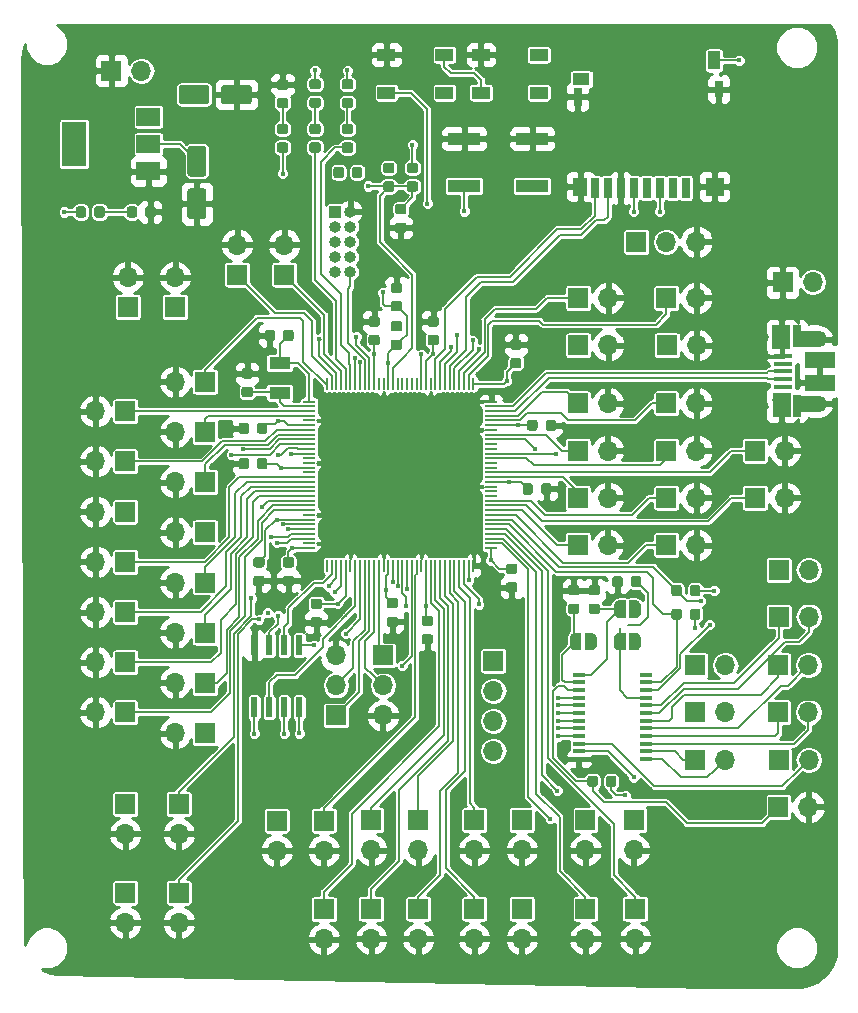
<source format=gtl>
G04 #@! TF.GenerationSoftware,KiCad,Pcbnew,5.0.1-33cea8e~68~ubuntu16.04.1*
G04 #@! TF.CreationDate,2019-04-06T14:10:21-04:00*
G04 #@! TF.ProjectId,electrosprawl,656C656374726F73707261776C2E6B69,rev?*
G04 #@! TF.SameCoordinates,Original*
G04 #@! TF.FileFunction,Copper,L1,Top,Signal*
G04 #@! TF.FilePolarity,Positive*
%FSLAX46Y46*%
G04 Gerber Fmt 4.6, Leading zero omitted, Abs format (unit mm)*
G04 Created by KiCad (PCBNEW 5.0.1-33cea8e~68~ubuntu16.04.1) date Sat 06 Apr 2019 14:10:21 EDT*
%MOMM*%
%LPD*%
G01*
G04 APERTURE LIST*
G04 #@! TA.AperFunction,ComponentPad*
%ADD10R,1.700000X1.700000*%
G04 #@! TD*
G04 #@! TA.AperFunction,ComponentPad*
%ADD11O,1.700000X1.700000*%
G04 #@! TD*
G04 #@! TA.AperFunction,SMDPad,CuDef*
%ADD12R,1.000000X0.230000*%
G04 #@! TD*
G04 #@! TA.AperFunction,SMDPad,CuDef*
%ADD13R,0.230000X1.000000*%
G04 #@! TD*
G04 #@! TA.AperFunction,Conductor*
%ADD14C,0.100000*%
G04 #@! TD*
G04 #@! TA.AperFunction,SMDPad,CuDef*
%ADD15C,0.875000*%
G04 #@! TD*
G04 #@! TA.AperFunction,SMDPad,CuDef*
%ADD16R,2.750000X1.000000*%
G04 #@! TD*
G04 #@! TA.AperFunction,SMDPad,CuDef*
%ADD17R,0.700000X1.750000*%
G04 #@! TD*
G04 #@! TA.AperFunction,SMDPad,CuDef*
%ADD18R,1.300000X1.500000*%
G04 #@! TD*
G04 #@! TA.AperFunction,SMDPad,CuDef*
%ADD19R,0.800000X1.500000*%
G04 #@! TD*
G04 #@! TA.AperFunction,SMDPad,CuDef*
%ADD20R,1.450000X1.000000*%
G04 #@! TD*
G04 #@! TA.AperFunction,SMDPad,CuDef*
%ADD21R,0.800000X1.400000*%
G04 #@! TD*
G04 #@! TA.AperFunction,SMDPad,CuDef*
%ADD22R,1.500000X1.500000*%
G04 #@! TD*
G04 #@! TA.AperFunction,SMDPad,CuDef*
%ADD23R,1.000000X1.550000*%
G04 #@! TD*
G04 #@! TA.AperFunction,ComponentPad*
%ADD24R,1.000000X1.000000*%
G04 #@! TD*
G04 #@! TA.AperFunction,ComponentPad*
%ADD25O,1.000000X1.000000*%
G04 #@! TD*
G04 #@! TA.AperFunction,SMDPad,CuDef*
%ADD26R,2.000000X1.350000*%
G04 #@! TD*
G04 #@! TA.AperFunction,SMDPad,CuDef*
%ADD27R,0.700000X1.825000*%
G04 #@! TD*
G04 #@! TA.AperFunction,SMDPad,CuDef*
%ADD28R,1.500000X2.000000*%
G04 #@! TD*
G04 #@! TA.AperFunction,SMDPad,CuDef*
%ADD29R,1.650000X0.400000*%
G04 #@! TD*
G04 #@! TA.AperFunction,ComponentPad*
%ADD30O,1.500000X1.100000*%
G04 #@! TD*
G04 #@! TA.AperFunction,ComponentPad*
%ADD31O,1.700000X1.350000*%
G04 #@! TD*
G04 #@! TA.AperFunction,SMDPad,CuDef*
%ADD32R,2.500000X1.430000*%
G04 #@! TD*
G04 #@! TA.AperFunction,SMDPad,CuDef*
%ADD33R,1.800000X1.000000*%
G04 #@! TD*
G04 #@! TA.AperFunction,SMDPad,CuDef*
%ADD34R,0.600000X1.660000*%
G04 #@! TD*
G04 #@! TA.AperFunction,SMDPad,CuDef*
%ADD35C,0.500000*%
G04 #@! TD*
G04 #@! TA.AperFunction,SMDPad,CuDef*
%ADD36R,1.500000X1.000000*%
G04 #@! TD*
G04 #@! TA.AperFunction,SMDPad,CuDef*
%ADD37R,1.100000X0.400000*%
G04 #@! TD*
G04 #@! TA.AperFunction,SMDPad,CuDef*
%ADD38C,1.600000*%
G04 #@! TD*
G04 #@! TA.AperFunction,SMDPad,CuDef*
%ADD39R,2.000000X1.500000*%
G04 #@! TD*
G04 #@! TA.AperFunction,SMDPad,CuDef*
%ADD40R,2.000000X3.800000*%
G04 #@! TD*
G04 #@! TA.AperFunction,ViaPad*
%ADD41C,0.450000*%
G04 #@! TD*
G04 #@! TA.AperFunction,Conductor*
%ADD42C,0.180000*%
G04 #@! TD*
G04 #@! TA.AperFunction,Conductor*
%ADD43C,0.254000*%
G04 #@! TD*
G04 APERTURE END LIST*
D10*
G04 #@! TO.P,J23,1*
G04 #@! TO.N,Net-(J23-Pad1)*
X144779434Y-78709778D03*
D11*
G04 #@! TO.P,J23,2*
G04 #@! TO.N,Net-(J23-Pad2)*
X144779434Y-81249778D03*
G04 #@! TO.P,J23,3*
G04 #@! TO.N,Net-(J23-Pad3)*
X144779434Y-83789778D03*
G04 #@! TO.P,J23,4*
G04 #@! TO.N,Net-(J23-Pad4)*
X144779434Y-86329778D03*
G04 #@! TD*
D12*
G04 #@! TO.P,U2,1*
G04 #@! TO.N,Net-(C1-Pad1)*
X129179434Y-56769778D03*
G04 #@! TO.P,U2,2*
G04 #@! TO.N,Net-(C2-Pad1)*
X129179434Y-57169778D03*
G04 #@! TO.P,U2,3*
G04 #@! TO.N,/A3*
X129179434Y-57569778D03*
G04 #@! TO.P,U2,4*
G04 #@! TO.N,/A4*
X129179434Y-57969778D03*
G04 #@! TO.P,U2,5*
G04 #@! TO.N,GND*
X129179434Y-58369778D03*
G04 #@! TO.P,U2,6*
G04 #@! TO.N,+3V3*
X129179434Y-58769778D03*
G04 #@! TO.P,U2,7*
G04 #@! TO.N,/A5*
X129179434Y-59169778D03*
G04 #@! TO.P,U2,8*
G04 #@! TO.N,/A6*
X129179434Y-59569778D03*
G04 #@! TO.P,U2,9*
G04 #@! TO.N,Net-(J64-Pad1)*
X129179434Y-59969778D03*
G04 #@! TO.P,U2,10*
G04 #@! TO.N,Net-(J65-Pad1)*
X129179434Y-60369778D03*
G04 #@! TO.P,U2,11*
G04 #@! TO.N,/A7*
X129179434Y-60769778D03*
G04 #@! TO.P,U2,12*
G04 #@! TO.N,/A8*
X129179434Y-61169778D03*
G04 #@! TO.P,U2,13*
G04 #@! TO.N,Net-(U2-Pad13)*
X129179434Y-61569778D03*
G04 #@! TO.P,U2,14*
G04 #@! TO.N,GND*
X129179434Y-61969778D03*
G04 #@! TO.P,U2,15*
G04 #@! TO.N,+3V3*
X129179434Y-62369778D03*
G04 #@! TO.P,U2,16*
G04 #@! TO.N,Net-(U2-Pad16)*
X129179434Y-62769778D03*
G04 #@! TO.P,U2,17*
G04 #@! TO.N,/A9*
X129179434Y-63169778D03*
G04 #@! TO.P,U2,18*
G04 #@! TO.N,/A10*
X129179434Y-63569778D03*
G04 #@! TO.P,U2,19*
G04 #@! TO.N,/A11*
X129179434Y-63969778D03*
G04 #@! TO.P,U2,20*
G04 #@! TO.N,/A12*
X129179434Y-64369778D03*
G04 #@! TO.P,U2,21*
G04 #@! TO.N,/A13*
X129179434Y-64769778D03*
G04 #@! TO.P,U2,22*
G04 #@! TO.N,Net-(J66-Pad1)*
X129179434Y-65169778D03*
G04 #@! TO.P,U2,23*
G04 #@! TO.N,/A14*
X129179434Y-65569778D03*
G04 #@! TO.P,U2,24*
G04 #@! TO.N,/A15*
X129179434Y-65969778D03*
G04 #@! TO.P,U2,25*
G04 #@! TO.N,GND*
X129179434Y-66369778D03*
G04 #@! TO.P,U2,26*
G04 #@! TO.N,+3V3*
X129179434Y-66769778D03*
G04 #@! TO.P,U2,27*
G04 #@! TO.N,/D48*
X129179434Y-67169778D03*
G04 #@! TO.P,U2,28*
G04 #@! TO.N,/D49*
X129179434Y-67569778D03*
G04 #@! TO.P,U2,29*
G04 #@! TO.N,/D46*
X129179434Y-67969778D03*
G04 #@! TO.P,U2,30*
G04 #@! TO.N,/D47*
X129179434Y-68369778D03*
G04 #@! TO.P,U2,31*
G04 #@! TO.N,GND*
X129179434Y-68769778D03*
G04 #@! TO.P,U2,32*
G04 #@! TO.N,+3V3*
X129179434Y-69169778D03*
D13*
G04 #@! TO.P,U2,33*
G04 #@! TO.N,Net-(U1-Pad5)*
X130679434Y-70669778D03*
G04 #@! TO.P,U2,34*
G04 #@! TO.N,Net-(U1-Pad2)*
X131079434Y-70669778D03*
G04 #@! TO.P,U2,35*
G04 #@! TO.N,Net-(U1-Pad3)*
X131479434Y-70669778D03*
G04 #@! TO.P,U2,36*
G04 #@! TO.N,Net-(U1-Pad7)*
X131879434Y-70669778D03*
G04 #@! TO.P,U2,37*
G04 #@! TO.N,+3V3*
X132279434Y-70669778D03*
G04 #@! TO.P,U2,38*
G04 #@! TO.N,GND*
X132679434Y-70669778D03*
G04 #@! TO.P,U2,39*
G04 #@! TO.N,Net-(U1-Pad6)*
X133079434Y-70669778D03*
G04 #@! TO.P,U2,40*
G04 #@! TO.N,Net-(U1-Pad1)*
X133479434Y-70669778D03*
G04 #@! TO.P,U2,41*
G04 #@! TO.N,Net-(J68-Pad2)*
X133879434Y-70669778D03*
G04 #@! TO.P,U2,42*
G04 #@! TO.N,Net-(J68-Pad1)*
X134279434Y-70669778D03*
G04 #@! TO.P,U2,43*
G04 #@! TO.N,/D39*
X134679434Y-70669778D03*
G04 #@! TO.P,U2,44*
G04 #@! TO.N,/D38*
X135079434Y-70669778D03*
G04 #@! TO.P,U2,45*
G04 #@! TO.N,GND*
X135479434Y-70669778D03*
G04 #@! TO.P,U2,46*
G04 #@! TO.N,+3V3*
X135879434Y-70669778D03*
G04 #@! TO.P,U2,47*
G04 #@! TO.N,Net-(J23-Pad4)*
X136279434Y-70669778D03*
G04 #@! TO.P,U2,48*
G04 #@! TO.N,Net-(J23-Pad3)*
X136679434Y-70669778D03*
G04 #@! TO.P,U2,49*
G04 #@! TO.N,Net-(J23-Pad2)*
X137079434Y-70669778D03*
G04 #@! TO.P,U2,50*
G04 #@! TO.N,Net-(J23-Pad1)*
X137479434Y-70669778D03*
G04 #@! TO.P,U2,51*
G04 #@! TO.N,/D22*
X137879434Y-70669778D03*
G04 #@! TO.P,U2,52*
G04 #@! TO.N,/D45*
X138279434Y-70669778D03*
G04 #@! TO.P,U2,53*
G04 #@! TO.N,GND*
X138679434Y-70669778D03*
G04 #@! TO.P,U2,54*
G04 #@! TO.N,+3V3*
X139079434Y-70669778D03*
G04 #@! TO.P,U2,55*
G04 #@! TO.N,/D44*
X139479434Y-70669778D03*
G04 #@! TO.P,U2,56*
G04 #@! TO.N,/D41*
X139879434Y-70669778D03*
G04 #@! TO.P,U2,57*
G04 #@! TO.N,/D40*
X140279434Y-70669778D03*
G04 #@! TO.P,U2,58*
G04 #@! TO.N,/D43*
X140679434Y-70669778D03*
G04 #@! TO.P,U2,59*
G04 #@! TO.N,/D42*
X141079434Y-70669778D03*
G04 #@! TO.P,U2,60*
G04 #@! TO.N,/D26*
X141479434Y-70669778D03*
G04 #@! TO.P,U2,61*
G04 #@! TO.N,/D27*
X141879434Y-70669778D03*
G04 #@! TO.P,U2,62*
G04 #@! TO.N,/D28*
X142279434Y-70669778D03*
G04 #@! TO.P,U2,63*
G04 #@! TO.N,/D23*
X142679434Y-70669778D03*
G04 #@! TO.P,U2,64*
G04 #@! TO.N,GND*
X143079434Y-70669778D03*
D12*
G04 #@! TO.P,U2,65*
G04 #@! TO.N,+3V3*
X144579434Y-69169778D03*
G04 #@! TO.P,U2,66*
G04 #@! TO.N,/D37*
X144579434Y-68769778D03*
G04 #@! TO.P,U2,67*
G04 #@! TO.N,/D36*
X144579434Y-68369778D03*
G04 #@! TO.P,U2,68*
G04 #@! TO.N,/D35*
X144579434Y-67969778D03*
G04 #@! TO.P,U2,69*
G04 #@! TO.N,/D34*
X144579434Y-67569778D03*
G04 #@! TO.P,U2,70*
G04 #@! TO.N,Net-(R7-Pad2)*
X144579434Y-67169778D03*
G04 #@! TO.P,U2,71*
G04 #@! TO.N,Net-(R8-Pad2)*
X144579434Y-66769778D03*
G04 #@! TO.P,U2,72*
G04 #@! TO.N,/D2*
X144579434Y-66369778D03*
G04 #@! TO.P,U2,73*
G04 #@! TO.N,/D3*
X144579434Y-65969778D03*
G04 #@! TO.P,U2,74*
G04 #@! TO.N,/D4*
X144579434Y-65569778D03*
G04 #@! TO.P,U2,75*
G04 #@! TO.N,/D5*
X144579434Y-65169778D03*
G04 #@! TO.P,U2,76*
G04 #@! TO.N,Net-(U2-Pad76)*
X144579434Y-64769778D03*
G04 #@! TO.P,U2,77*
G04 #@! TO.N,Net-(U2-Pad77)*
X144579434Y-64369778D03*
G04 #@! TO.P,U2,78*
G04 #@! TO.N,GND*
X144579434Y-63969778D03*
G04 #@! TO.P,U2,79*
G04 #@! TO.N,+3V3*
X144579434Y-63569778D03*
G04 #@! TO.P,U2,80*
G04 #@! TO.N,/D6*
X144579434Y-63169778D03*
G04 #@! TO.P,U2,81*
G04 #@! TO.N,/D7*
X144579434Y-62769778D03*
G04 #@! TO.P,U2,82*
G04 #@! TO.N,Net-(U2-Pad82)*
X144579434Y-62369778D03*
G04 #@! TO.P,U2,83*
G04 #@! TO.N,Net-(U2-Pad83)*
X144579434Y-61969778D03*
G04 #@! TO.P,U2,84*
G04 #@! TO.N,/D8*
X144579434Y-61569778D03*
G04 #@! TO.P,U2,85*
G04 #@! TO.N,/D29*
X144579434Y-61169778D03*
G04 #@! TO.P,U2,86*
G04 #@! TO.N,Net-(J72-Pad2)*
X144579434Y-60769778D03*
G04 #@! TO.P,U2,87*
G04 #@! TO.N,Net-(J72-Pad1)*
X144579434Y-60369778D03*
G04 #@! TO.P,U2,88*
G04 #@! TO.N,/D33*
X144579434Y-59969778D03*
G04 #@! TO.P,U2,89*
G04 #@! TO.N,/D32*
X144579434Y-59569778D03*
G04 #@! TO.P,U2,90*
G04 #@! TO.N,GND*
X144579434Y-59169778D03*
G04 #@! TO.P,U2,91*
G04 #@! TO.N,+3V3*
X144579434Y-58769778D03*
G04 #@! TO.P,U2,92*
G04 #@! TO.N,/D31*
X144579434Y-58369778D03*
G04 #@! TO.P,U2,93*
G04 #@! TO.N,/D30*
X144579434Y-57969778D03*
G04 #@! TO.P,U2,94*
G04 #@! TO.N,/-*
X144579434Y-57569778D03*
G04 #@! TO.P,U2,95*
G04 #@! TO.N,/+*
X144579434Y-57169778D03*
G04 #@! TO.P,U2,96*
G04 #@! TO.N,GND*
X144579434Y-56769778D03*
D13*
G04 #@! TO.P,U2,97*
G04 #@! TO.N,+3V3*
X143079434Y-55269778D03*
G04 #@! TO.P,U2,98*
G04 #@! TO.N,/D10*
X142679434Y-55269778D03*
G04 #@! TO.P,U2,99*
G04 #@! TO.N,/D11*
X142279434Y-55269778D03*
G04 #@! TO.P,U2,100*
G04 #@! TO.N,Net-(J70-Pad2)*
X141879434Y-55269778D03*
G04 #@! TO.P,U2,101*
G04 #@! TO.N,Net-(J70-Pad1)*
X141479434Y-55269778D03*
G04 #@! TO.P,U2,102*
G04 #@! TO.N,Net-(J71-Pad7)*
X141079434Y-55269778D03*
G04 #@! TO.P,U2,103*
G04 #@! TO.N,Net-(J71-Pad5)*
X140679434Y-55269778D03*
G04 #@! TO.P,U2,104*
G04 #@! TO.N,Net-(J71-Pad3)*
X140279434Y-55269778D03*
G04 #@! TO.P,U2,105*
G04 #@! TO.N,Net-(J71-Pad8)*
X139879434Y-55269778D03*
G04 #@! TO.P,U2,106*
G04 #@! TO.N,GND*
X139479434Y-55269778D03*
G04 #@! TO.P,U2,107*
G04 #@! TO.N,+3V3*
X139079434Y-55269778D03*
G04 #@! TO.P,U2,108*
G04 #@! TO.N,Net-(D4-Pad4)*
X138679434Y-55269778D03*
G04 #@! TO.P,U2,109*
G04 #@! TO.N,Net-(U2-Pad109)*
X138279434Y-55269778D03*
G04 #@! TO.P,U2,110*
G04 #@! TO.N,Net-(U2-Pad110)*
X137879434Y-55269778D03*
G04 #@! TO.P,U2,111*
G04 #@! TO.N,Net-(U2-Pad111)*
X137479434Y-55269778D03*
G04 #@! TO.P,U2,112*
G04 #@! TO.N,Net-(U2-Pad112)*
X137079434Y-55269778D03*
G04 #@! TO.P,U2,113*
G04 #@! TO.N,Net-(U2-Pad113)*
X136679434Y-55269778D03*
G04 #@! TO.P,U2,114*
G04 #@! TO.N,/RESET*
X136279434Y-55269778D03*
G04 #@! TO.P,U2,115*
G04 #@! TO.N,+3V3*
X135879434Y-55269778D03*
G04 #@! TO.P,U2,116*
G04 #@! TO.N,GND*
X135479434Y-55269778D03*
G04 #@! TO.P,U2,117*
G04 #@! TO.N,Net-(U2-Pad117)*
X135079434Y-55269778D03*
G04 #@! TO.P,U2,118*
G04 #@! TO.N,+3V3*
X134679434Y-55269778D03*
G04 #@! TO.P,U2,119*
G04 #@! TO.N,Net-(J67-Pad9)*
X134279434Y-55269778D03*
G04 #@! TO.P,U2,120*
G04 #@! TO.N,Net-(J67-Pad10)*
X133879434Y-55269778D03*
G04 #@! TO.P,U2,121*
G04 #@! TO.N,Net-(J67-Pad8)*
X133479434Y-55269778D03*
G04 #@! TO.P,U2,122*
G04 #@! TO.N,/SDCD*
X133079434Y-55269778D03*
G04 #@! TO.P,U2,123*
G04 #@! TO.N,Net-(R5-Pad1)*
X132679434Y-55269778D03*
G04 #@! TO.P,U2,124*
G04 #@! TO.N,Net-(R4-Pad1)*
X132279434Y-55269778D03*
G04 #@! TO.P,U2,125*
G04 #@! TO.N,/D12*
X131879434Y-55269778D03*
G04 #@! TO.P,U2,126*
G04 #@! TO.N,Net-(R3-Pad1)*
X131479434Y-55269778D03*
G04 #@! TO.P,U2,127*
G04 #@! TO.N,/D9*
X131079434Y-55269778D03*
G04 #@! TO.P,U2,128*
G04 #@! TO.N,/A2*
X130679434Y-55269778D03*
G04 #@! TD*
D11*
G04 #@! TO.P,J22,2*
G04 #@! TO.N,GND*
X147179434Y-94749778D03*
D10*
G04 #@! TO.P,J22,1*
G04 #@! TO.N,/D28*
X147179434Y-92209778D03*
G04 #@! TD*
G04 #@! TO.P,J19,1*
G04 #@! TO.N,Net-(J19-Pad1)*
X168919434Y-91089778D03*
D11*
G04 #@! TO.P,J19,2*
G04 #@! TO.N,GND*
X171459434Y-91089778D03*
G04 #@! TD*
D14*
G04 #@! TO.N,+3V3*
G04 #@! TO.C,C6*
G36*
X136857125Y-51520831D02*
X136878360Y-51523981D01*
X136899184Y-51529197D01*
X136919396Y-51536429D01*
X136938802Y-51545608D01*
X136957215Y-51556644D01*
X136974458Y-51569432D01*
X136990364Y-51583848D01*
X137004780Y-51599754D01*
X137017568Y-51616997D01*
X137028604Y-51635410D01*
X137037783Y-51654816D01*
X137045015Y-51675028D01*
X137050231Y-51695852D01*
X137053381Y-51717087D01*
X137054434Y-51738528D01*
X137054434Y-52176028D01*
X137053381Y-52197469D01*
X137050231Y-52218704D01*
X137045015Y-52239528D01*
X137037783Y-52259740D01*
X137028604Y-52279146D01*
X137017568Y-52297559D01*
X137004780Y-52314802D01*
X136990364Y-52330708D01*
X136974458Y-52345124D01*
X136957215Y-52357912D01*
X136938802Y-52368948D01*
X136919396Y-52378127D01*
X136899184Y-52385359D01*
X136878360Y-52390575D01*
X136857125Y-52393725D01*
X136835684Y-52394778D01*
X136323184Y-52394778D01*
X136301743Y-52393725D01*
X136280508Y-52390575D01*
X136259684Y-52385359D01*
X136239472Y-52378127D01*
X136220066Y-52368948D01*
X136201653Y-52357912D01*
X136184410Y-52345124D01*
X136168504Y-52330708D01*
X136154088Y-52314802D01*
X136141300Y-52297559D01*
X136130264Y-52279146D01*
X136121085Y-52259740D01*
X136113853Y-52239528D01*
X136108637Y-52218704D01*
X136105487Y-52197469D01*
X136104434Y-52176028D01*
X136104434Y-51738528D01*
X136105487Y-51717087D01*
X136108637Y-51695852D01*
X136113853Y-51675028D01*
X136121085Y-51654816D01*
X136130264Y-51635410D01*
X136141300Y-51616997D01*
X136154088Y-51599754D01*
X136168504Y-51583848D01*
X136184410Y-51569432D01*
X136201653Y-51556644D01*
X136220066Y-51545608D01*
X136239472Y-51536429D01*
X136259684Y-51529197D01*
X136280508Y-51523981D01*
X136301743Y-51520831D01*
X136323184Y-51519778D01*
X136835684Y-51519778D01*
X136857125Y-51520831D01*
X136857125Y-51520831D01*
G37*
D15*
G04 #@! TD*
G04 #@! TO.P,C6,1*
G04 #@! TO.N,+3V3*
X136579434Y-51957278D03*
D14*
G04 #@! TO.N,GND*
G04 #@! TO.C,C6*
G36*
X136857125Y-49945831D02*
X136878360Y-49948981D01*
X136899184Y-49954197D01*
X136919396Y-49961429D01*
X136938802Y-49970608D01*
X136957215Y-49981644D01*
X136974458Y-49994432D01*
X136990364Y-50008848D01*
X137004780Y-50024754D01*
X137017568Y-50041997D01*
X137028604Y-50060410D01*
X137037783Y-50079816D01*
X137045015Y-50100028D01*
X137050231Y-50120852D01*
X137053381Y-50142087D01*
X137054434Y-50163528D01*
X137054434Y-50601028D01*
X137053381Y-50622469D01*
X137050231Y-50643704D01*
X137045015Y-50664528D01*
X137037783Y-50684740D01*
X137028604Y-50704146D01*
X137017568Y-50722559D01*
X137004780Y-50739802D01*
X136990364Y-50755708D01*
X136974458Y-50770124D01*
X136957215Y-50782912D01*
X136938802Y-50793948D01*
X136919396Y-50803127D01*
X136899184Y-50810359D01*
X136878360Y-50815575D01*
X136857125Y-50818725D01*
X136835684Y-50819778D01*
X136323184Y-50819778D01*
X136301743Y-50818725D01*
X136280508Y-50815575D01*
X136259684Y-50810359D01*
X136239472Y-50803127D01*
X136220066Y-50793948D01*
X136201653Y-50782912D01*
X136184410Y-50770124D01*
X136168504Y-50755708D01*
X136154088Y-50739802D01*
X136141300Y-50722559D01*
X136130264Y-50704146D01*
X136121085Y-50684740D01*
X136113853Y-50664528D01*
X136108637Y-50643704D01*
X136105487Y-50622469D01*
X136104434Y-50601028D01*
X136104434Y-50163528D01*
X136105487Y-50142087D01*
X136108637Y-50120852D01*
X136113853Y-50100028D01*
X136121085Y-50079816D01*
X136130264Y-50060410D01*
X136141300Y-50041997D01*
X136154088Y-50024754D01*
X136168504Y-50008848D01*
X136184410Y-49994432D01*
X136201653Y-49981644D01*
X136220066Y-49970608D01*
X136239472Y-49961429D01*
X136259684Y-49954197D01*
X136280508Y-49948981D01*
X136301743Y-49945831D01*
X136323184Y-49944778D01*
X136835684Y-49944778D01*
X136857125Y-49945831D01*
X136857125Y-49945831D01*
G37*
D15*
G04 #@! TD*
G04 #@! TO.P,C6,2*
G04 #@! TO.N,GND*
X136579434Y-50382278D03*
D10*
G04 #@! TO.P,J70,1*
G04 #@! TO.N,Net-(J70-Pad1)*
X156889434Y-43249778D03*
D11*
G04 #@! TO.P,J70,2*
G04 #@! TO.N,Net-(J70-Pad2)*
X159429434Y-43249778D03*
G04 #@! TO.P,J70,3*
G04 #@! TO.N,GND*
X161969434Y-43249778D03*
G04 #@! TD*
G04 #@! TO.P,J68,3*
G04 #@! TO.N,GND*
X131429434Y-78269778D03*
G04 #@! TO.P,J68,2*
G04 #@! TO.N,Net-(J68-Pad2)*
X131429434Y-80809778D03*
D10*
G04 #@! TO.P,J68,1*
G04 #@! TO.N,Net-(J68-Pad1)*
X131429434Y-83349778D03*
G04 #@! TD*
G04 #@! TO.P,J40,1*
G04 #@! TO.N,/D38*
X135429434Y-78269778D03*
D11*
G04 #@! TO.P,J40,2*
G04 #@! TO.N,/D39*
X135429434Y-80809778D03*
G04 #@! TO.P,J40,3*
G04 #@! TO.N,GND*
X135429434Y-83349778D03*
G04 #@! TD*
D16*
G04 #@! TO.P,SW1,1*
G04 #@! TO.N,GND*
X148059434Y-34519778D03*
X142299434Y-34519778D03*
G04 #@! TO.P,SW1,2*
G04 #@! TO.N,Net-(R1-Pad1)*
X142299434Y-38519778D03*
X148059434Y-38519778D03*
G04 #@! TD*
D14*
G04 #@! TO.N,Net-(C2-Pad1)*
G04 #@! TO.C,C2*
G36*
X124207125Y-55520831D02*
X124228360Y-55523981D01*
X124249184Y-55529197D01*
X124269396Y-55536429D01*
X124288802Y-55545608D01*
X124307215Y-55556644D01*
X124324458Y-55569432D01*
X124340364Y-55583848D01*
X124354780Y-55599754D01*
X124367568Y-55616997D01*
X124378604Y-55635410D01*
X124387783Y-55654816D01*
X124395015Y-55675028D01*
X124400231Y-55695852D01*
X124403381Y-55717087D01*
X124404434Y-55738528D01*
X124404434Y-56176028D01*
X124403381Y-56197469D01*
X124400231Y-56218704D01*
X124395015Y-56239528D01*
X124387783Y-56259740D01*
X124378604Y-56279146D01*
X124367568Y-56297559D01*
X124354780Y-56314802D01*
X124340364Y-56330708D01*
X124324458Y-56345124D01*
X124307215Y-56357912D01*
X124288802Y-56368948D01*
X124269396Y-56378127D01*
X124249184Y-56385359D01*
X124228360Y-56390575D01*
X124207125Y-56393725D01*
X124185684Y-56394778D01*
X123673184Y-56394778D01*
X123651743Y-56393725D01*
X123630508Y-56390575D01*
X123609684Y-56385359D01*
X123589472Y-56378127D01*
X123570066Y-56368948D01*
X123551653Y-56357912D01*
X123534410Y-56345124D01*
X123518504Y-56330708D01*
X123504088Y-56314802D01*
X123491300Y-56297559D01*
X123480264Y-56279146D01*
X123471085Y-56259740D01*
X123463853Y-56239528D01*
X123458637Y-56218704D01*
X123455487Y-56197469D01*
X123454434Y-56176028D01*
X123454434Y-55738528D01*
X123455487Y-55717087D01*
X123458637Y-55695852D01*
X123463853Y-55675028D01*
X123471085Y-55654816D01*
X123480264Y-55635410D01*
X123491300Y-55616997D01*
X123504088Y-55599754D01*
X123518504Y-55583848D01*
X123534410Y-55569432D01*
X123551653Y-55556644D01*
X123570066Y-55545608D01*
X123589472Y-55536429D01*
X123609684Y-55529197D01*
X123630508Y-55523981D01*
X123651743Y-55520831D01*
X123673184Y-55519778D01*
X124185684Y-55519778D01*
X124207125Y-55520831D01*
X124207125Y-55520831D01*
G37*
D15*
G04 #@! TD*
G04 #@! TO.P,C2,1*
G04 #@! TO.N,Net-(C2-Pad1)*
X123929434Y-55957278D03*
D14*
G04 #@! TO.N,GND*
G04 #@! TO.C,C2*
G36*
X124207125Y-53945831D02*
X124228360Y-53948981D01*
X124249184Y-53954197D01*
X124269396Y-53961429D01*
X124288802Y-53970608D01*
X124307215Y-53981644D01*
X124324458Y-53994432D01*
X124340364Y-54008848D01*
X124354780Y-54024754D01*
X124367568Y-54041997D01*
X124378604Y-54060410D01*
X124387783Y-54079816D01*
X124395015Y-54100028D01*
X124400231Y-54120852D01*
X124403381Y-54142087D01*
X124404434Y-54163528D01*
X124404434Y-54601028D01*
X124403381Y-54622469D01*
X124400231Y-54643704D01*
X124395015Y-54664528D01*
X124387783Y-54684740D01*
X124378604Y-54704146D01*
X124367568Y-54722559D01*
X124354780Y-54739802D01*
X124340364Y-54755708D01*
X124324458Y-54770124D01*
X124307215Y-54782912D01*
X124288802Y-54793948D01*
X124269396Y-54803127D01*
X124249184Y-54810359D01*
X124228360Y-54815575D01*
X124207125Y-54818725D01*
X124185684Y-54819778D01*
X123673184Y-54819778D01*
X123651743Y-54818725D01*
X123630508Y-54815575D01*
X123609684Y-54810359D01*
X123589472Y-54803127D01*
X123570066Y-54793948D01*
X123551653Y-54782912D01*
X123534410Y-54770124D01*
X123518504Y-54755708D01*
X123504088Y-54739802D01*
X123491300Y-54722559D01*
X123480264Y-54704146D01*
X123471085Y-54684740D01*
X123463853Y-54664528D01*
X123458637Y-54643704D01*
X123455487Y-54622469D01*
X123454434Y-54601028D01*
X123454434Y-54163528D01*
X123455487Y-54142087D01*
X123458637Y-54120852D01*
X123463853Y-54100028D01*
X123471085Y-54079816D01*
X123480264Y-54060410D01*
X123491300Y-54041997D01*
X123504088Y-54024754D01*
X123518504Y-54008848D01*
X123534410Y-53994432D01*
X123551653Y-53981644D01*
X123570066Y-53970608D01*
X123589472Y-53961429D01*
X123609684Y-53954197D01*
X123630508Y-53948981D01*
X123651743Y-53945831D01*
X123673184Y-53944778D01*
X124185684Y-53944778D01*
X124207125Y-53945831D01*
X124207125Y-53945831D01*
G37*
D15*
G04 #@! TD*
G04 #@! TO.P,C2,2*
G04 #@! TO.N,GND*
X123929434Y-54382278D03*
D14*
G04 #@! TO.N,+3V3*
G04 #@! TO.C,C3*
G36*
X125207125Y-69945831D02*
X125228360Y-69948981D01*
X125249184Y-69954197D01*
X125269396Y-69961429D01*
X125288802Y-69970608D01*
X125307215Y-69981644D01*
X125324458Y-69994432D01*
X125340364Y-70008848D01*
X125354780Y-70024754D01*
X125367568Y-70041997D01*
X125378604Y-70060410D01*
X125387783Y-70079816D01*
X125395015Y-70100028D01*
X125400231Y-70120852D01*
X125403381Y-70142087D01*
X125404434Y-70163528D01*
X125404434Y-70601028D01*
X125403381Y-70622469D01*
X125400231Y-70643704D01*
X125395015Y-70664528D01*
X125387783Y-70684740D01*
X125378604Y-70704146D01*
X125367568Y-70722559D01*
X125354780Y-70739802D01*
X125340364Y-70755708D01*
X125324458Y-70770124D01*
X125307215Y-70782912D01*
X125288802Y-70793948D01*
X125269396Y-70803127D01*
X125249184Y-70810359D01*
X125228360Y-70815575D01*
X125207125Y-70818725D01*
X125185684Y-70819778D01*
X124673184Y-70819778D01*
X124651743Y-70818725D01*
X124630508Y-70815575D01*
X124609684Y-70810359D01*
X124589472Y-70803127D01*
X124570066Y-70793948D01*
X124551653Y-70782912D01*
X124534410Y-70770124D01*
X124518504Y-70755708D01*
X124504088Y-70739802D01*
X124491300Y-70722559D01*
X124480264Y-70704146D01*
X124471085Y-70684740D01*
X124463853Y-70664528D01*
X124458637Y-70643704D01*
X124455487Y-70622469D01*
X124454434Y-70601028D01*
X124454434Y-70163528D01*
X124455487Y-70142087D01*
X124458637Y-70120852D01*
X124463853Y-70100028D01*
X124471085Y-70079816D01*
X124480264Y-70060410D01*
X124491300Y-70041997D01*
X124504088Y-70024754D01*
X124518504Y-70008848D01*
X124534410Y-69994432D01*
X124551653Y-69981644D01*
X124570066Y-69970608D01*
X124589472Y-69961429D01*
X124609684Y-69954197D01*
X124630508Y-69948981D01*
X124651743Y-69945831D01*
X124673184Y-69944778D01*
X125185684Y-69944778D01*
X125207125Y-69945831D01*
X125207125Y-69945831D01*
G37*
D15*
G04 #@! TD*
G04 #@! TO.P,C3,2*
G04 #@! TO.N,+3V3*
X124929434Y-70382278D03*
D14*
G04 #@! TO.N,GND*
G04 #@! TO.C,C3*
G36*
X125207125Y-71520831D02*
X125228360Y-71523981D01*
X125249184Y-71529197D01*
X125269396Y-71536429D01*
X125288802Y-71545608D01*
X125307215Y-71556644D01*
X125324458Y-71569432D01*
X125340364Y-71583848D01*
X125354780Y-71599754D01*
X125367568Y-71616997D01*
X125378604Y-71635410D01*
X125387783Y-71654816D01*
X125395015Y-71675028D01*
X125400231Y-71695852D01*
X125403381Y-71717087D01*
X125404434Y-71738528D01*
X125404434Y-72176028D01*
X125403381Y-72197469D01*
X125400231Y-72218704D01*
X125395015Y-72239528D01*
X125387783Y-72259740D01*
X125378604Y-72279146D01*
X125367568Y-72297559D01*
X125354780Y-72314802D01*
X125340364Y-72330708D01*
X125324458Y-72345124D01*
X125307215Y-72357912D01*
X125288802Y-72368948D01*
X125269396Y-72378127D01*
X125249184Y-72385359D01*
X125228360Y-72390575D01*
X125207125Y-72393725D01*
X125185684Y-72394778D01*
X124673184Y-72394778D01*
X124651743Y-72393725D01*
X124630508Y-72390575D01*
X124609684Y-72385359D01*
X124589472Y-72378127D01*
X124570066Y-72368948D01*
X124551653Y-72357912D01*
X124534410Y-72345124D01*
X124518504Y-72330708D01*
X124504088Y-72314802D01*
X124491300Y-72297559D01*
X124480264Y-72279146D01*
X124471085Y-72259740D01*
X124463853Y-72239528D01*
X124458637Y-72218704D01*
X124455487Y-72197469D01*
X124454434Y-72176028D01*
X124454434Y-71738528D01*
X124455487Y-71717087D01*
X124458637Y-71695852D01*
X124463853Y-71675028D01*
X124471085Y-71654816D01*
X124480264Y-71635410D01*
X124491300Y-71616997D01*
X124504088Y-71599754D01*
X124518504Y-71583848D01*
X124534410Y-71569432D01*
X124551653Y-71556644D01*
X124570066Y-71545608D01*
X124589472Y-71536429D01*
X124609684Y-71529197D01*
X124630508Y-71523981D01*
X124651743Y-71520831D01*
X124673184Y-71519778D01*
X125185684Y-71519778D01*
X125207125Y-71520831D01*
X125207125Y-71520831D01*
G37*
D15*
G04 #@! TD*
G04 #@! TO.P,C3,1*
G04 #@! TO.N,GND*
X124929434Y-71957278D03*
D14*
G04 #@! TO.N,GND*
G04 #@! TO.C,C4*
G36*
X123882125Y-61545831D02*
X123903360Y-61548981D01*
X123924184Y-61554197D01*
X123944396Y-61561429D01*
X123963802Y-61570608D01*
X123982215Y-61581644D01*
X123999458Y-61594432D01*
X124015364Y-61608848D01*
X124029780Y-61624754D01*
X124042568Y-61641997D01*
X124053604Y-61660410D01*
X124062783Y-61679816D01*
X124070015Y-61700028D01*
X124075231Y-61720852D01*
X124078381Y-61742087D01*
X124079434Y-61763528D01*
X124079434Y-62276028D01*
X124078381Y-62297469D01*
X124075231Y-62318704D01*
X124070015Y-62339528D01*
X124062783Y-62359740D01*
X124053604Y-62379146D01*
X124042568Y-62397559D01*
X124029780Y-62414802D01*
X124015364Y-62430708D01*
X123999458Y-62445124D01*
X123982215Y-62457912D01*
X123963802Y-62468948D01*
X123944396Y-62478127D01*
X123924184Y-62485359D01*
X123903360Y-62490575D01*
X123882125Y-62493725D01*
X123860684Y-62494778D01*
X123423184Y-62494778D01*
X123401743Y-62493725D01*
X123380508Y-62490575D01*
X123359684Y-62485359D01*
X123339472Y-62478127D01*
X123320066Y-62468948D01*
X123301653Y-62457912D01*
X123284410Y-62445124D01*
X123268504Y-62430708D01*
X123254088Y-62414802D01*
X123241300Y-62397559D01*
X123230264Y-62379146D01*
X123221085Y-62359740D01*
X123213853Y-62339528D01*
X123208637Y-62318704D01*
X123205487Y-62297469D01*
X123204434Y-62276028D01*
X123204434Y-61763528D01*
X123205487Y-61742087D01*
X123208637Y-61720852D01*
X123213853Y-61700028D01*
X123221085Y-61679816D01*
X123230264Y-61660410D01*
X123241300Y-61641997D01*
X123254088Y-61624754D01*
X123268504Y-61608848D01*
X123284410Y-61594432D01*
X123301653Y-61581644D01*
X123320066Y-61570608D01*
X123339472Y-61561429D01*
X123359684Y-61554197D01*
X123380508Y-61548981D01*
X123401743Y-61545831D01*
X123423184Y-61544778D01*
X123860684Y-61544778D01*
X123882125Y-61545831D01*
X123882125Y-61545831D01*
G37*
D15*
G04 #@! TD*
G04 #@! TO.P,C4,1*
G04 #@! TO.N,GND*
X123641934Y-62019778D03*
D14*
G04 #@! TO.N,+3V3*
G04 #@! TO.C,C4*
G36*
X125457125Y-61545831D02*
X125478360Y-61548981D01*
X125499184Y-61554197D01*
X125519396Y-61561429D01*
X125538802Y-61570608D01*
X125557215Y-61581644D01*
X125574458Y-61594432D01*
X125590364Y-61608848D01*
X125604780Y-61624754D01*
X125617568Y-61641997D01*
X125628604Y-61660410D01*
X125637783Y-61679816D01*
X125645015Y-61700028D01*
X125650231Y-61720852D01*
X125653381Y-61742087D01*
X125654434Y-61763528D01*
X125654434Y-62276028D01*
X125653381Y-62297469D01*
X125650231Y-62318704D01*
X125645015Y-62339528D01*
X125637783Y-62359740D01*
X125628604Y-62379146D01*
X125617568Y-62397559D01*
X125604780Y-62414802D01*
X125590364Y-62430708D01*
X125574458Y-62445124D01*
X125557215Y-62457912D01*
X125538802Y-62468948D01*
X125519396Y-62478127D01*
X125499184Y-62485359D01*
X125478360Y-62490575D01*
X125457125Y-62493725D01*
X125435684Y-62494778D01*
X124998184Y-62494778D01*
X124976743Y-62493725D01*
X124955508Y-62490575D01*
X124934684Y-62485359D01*
X124914472Y-62478127D01*
X124895066Y-62468948D01*
X124876653Y-62457912D01*
X124859410Y-62445124D01*
X124843504Y-62430708D01*
X124829088Y-62414802D01*
X124816300Y-62397559D01*
X124805264Y-62379146D01*
X124796085Y-62359740D01*
X124788853Y-62339528D01*
X124783637Y-62318704D01*
X124780487Y-62297469D01*
X124779434Y-62276028D01*
X124779434Y-61763528D01*
X124780487Y-61742087D01*
X124783637Y-61720852D01*
X124788853Y-61700028D01*
X124796085Y-61679816D01*
X124805264Y-61660410D01*
X124816300Y-61641997D01*
X124829088Y-61624754D01*
X124843504Y-61608848D01*
X124859410Y-61594432D01*
X124876653Y-61581644D01*
X124895066Y-61570608D01*
X124914472Y-61561429D01*
X124934684Y-61554197D01*
X124955508Y-61548981D01*
X124976743Y-61545831D01*
X124998184Y-61544778D01*
X125435684Y-61544778D01*
X125457125Y-61545831D01*
X125457125Y-61545831D01*
G37*
D15*
G04 #@! TD*
G04 #@! TO.P,C4,2*
G04 #@! TO.N,+3V3*
X125216934Y-62019778D03*
D14*
G04 #@! TO.N,GND*
G04 #@! TO.C,C5*
G36*
X123882125Y-58545831D02*
X123903360Y-58548981D01*
X123924184Y-58554197D01*
X123944396Y-58561429D01*
X123963802Y-58570608D01*
X123982215Y-58581644D01*
X123999458Y-58594432D01*
X124015364Y-58608848D01*
X124029780Y-58624754D01*
X124042568Y-58641997D01*
X124053604Y-58660410D01*
X124062783Y-58679816D01*
X124070015Y-58700028D01*
X124075231Y-58720852D01*
X124078381Y-58742087D01*
X124079434Y-58763528D01*
X124079434Y-59276028D01*
X124078381Y-59297469D01*
X124075231Y-59318704D01*
X124070015Y-59339528D01*
X124062783Y-59359740D01*
X124053604Y-59379146D01*
X124042568Y-59397559D01*
X124029780Y-59414802D01*
X124015364Y-59430708D01*
X123999458Y-59445124D01*
X123982215Y-59457912D01*
X123963802Y-59468948D01*
X123944396Y-59478127D01*
X123924184Y-59485359D01*
X123903360Y-59490575D01*
X123882125Y-59493725D01*
X123860684Y-59494778D01*
X123423184Y-59494778D01*
X123401743Y-59493725D01*
X123380508Y-59490575D01*
X123359684Y-59485359D01*
X123339472Y-59478127D01*
X123320066Y-59468948D01*
X123301653Y-59457912D01*
X123284410Y-59445124D01*
X123268504Y-59430708D01*
X123254088Y-59414802D01*
X123241300Y-59397559D01*
X123230264Y-59379146D01*
X123221085Y-59359740D01*
X123213853Y-59339528D01*
X123208637Y-59318704D01*
X123205487Y-59297469D01*
X123204434Y-59276028D01*
X123204434Y-58763528D01*
X123205487Y-58742087D01*
X123208637Y-58720852D01*
X123213853Y-58700028D01*
X123221085Y-58679816D01*
X123230264Y-58660410D01*
X123241300Y-58641997D01*
X123254088Y-58624754D01*
X123268504Y-58608848D01*
X123284410Y-58594432D01*
X123301653Y-58581644D01*
X123320066Y-58570608D01*
X123339472Y-58561429D01*
X123359684Y-58554197D01*
X123380508Y-58548981D01*
X123401743Y-58545831D01*
X123423184Y-58544778D01*
X123860684Y-58544778D01*
X123882125Y-58545831D01*
X123882125Y-58545831D01*
G37*
D15*
G04 #@! TD*
G04 #@! TO.P,C5,1*
G04 #@! TO.N,GND*
X123641934Y-59019778D03*
D14*
G04 #@! TO.N,+3V3*
G04 #@! TO.C,C5*
G36*
X125457125Y-58545831D02*
X125478360Y-58548981D01*
X125499184Y-58554197D01*
X125519396Y-58561429D01*
X125538802Y-58570608D01*
X125557215Y-58581644D01*
X125574458Y-58594432D01*
X125590364Y-58608848D01*
X125604780Y-58624754D01*
X125617568Y-58641997D01*
X125628604Y-58660410D01*
X125637783Y-58679816D01*
X125645015Y-58700028D01*
X125650231Y-58720852D01*
X125653381Y-58742087D01*
X125654434Y-58763528D01*
X125654434Y-59276028D01*
X125653381Y-59297469D01*
X125650231Y-59318704D01*
X125645015Y-59339528D01*
X125637783Y-59359740D01*
X125628604Y-59379146D01*
X125617568Y-59397559D01*
X125604780Y-59414802D01*
X125590364Y-59430708D01*
X125574458Y-59445124D01*
X125557215Y-59457912D01*
X125538802Y-59468948D01*
X125519396Y-59478127D01*
X125499184Y-59485359D01*
X125478360Y-59490575D01*
X125457125Y-59493725D01*
X125435684Y-59494778D01*
X124998184Y-59494778D01*
X124976743Y-59493725D01*
X124955508Y-59490575D01*
X124934684Y-59485359D01*
X124914472Y-59478127D01*
X124895066Y-59468948D01*
X124876653Y-59457912D01*
X124859410Y-59445124D01*
X124843504Y-59430708D01*
X124829088Y-59414802D01*
X124816300Y-59397559D01*
X124805264Y-59379146D01*
X124796085Y-59359740D01*
X124788853Y-59339528D01*
X124783637Y-59318704D01*
X124780487Y-59297469D01*
X124779434Y-59276028D01*
X124779434Y-58763528D01*
X124780487Y-58742087D01*
X124783637Y-58720852D01*
X124788853Y-58700028D01*
X124796085Y-58679816D01*
X124805264Y-58660410D01*
X124816300Y-58641997D01*
X124829088Y-58624754D01*
X124843504Y-58608848D01*
X124859410Y-58594432D01*
X124876653Y-58581644D01*
X124895066Y-58570608D01*
X124914472Y-58561429D01*
X124934684Y-58554197D01*
X124955508Y-58548981D01*
X124976743Y-58545831D01*
X124998184Y-58544778D01*
X125435684Y-58544778D01*
X125457125Y-58545831D01*
X125457125Y-58545831D01*
G37*
D15*
G04 #@! TD*
G04 #@! TO.P,C5,2*
G04 #@! TO.N,+3V3*
X125216934Y-59019778D03*
D14*
G04 #@! TO.N,GND*
G04 #@! TO.C,C7*
G36*
X136857125Y-46695831D02*
X136878360Y-46698981D01*
X136899184Y-46704197D01*
X136919396Y-46711429D01*
X136938802Y-46720608D01*
X136957215Y-46731644D01*
X136974458Y-46744432D01*
X136990364Y-46758848D01*
X137004780Y-46774754D01*
X137017568Y-46791997D01*
X137028604Y-46810410D01*
X137037783Y-46829816D01*
X137045015Y-46850028D01*
X137050231Y-46870852D01*
X137053381Y-46892087D01*
X137054434Y-46913528D01*
X137054434Y-47351028D01*
X137053381Y-47372469D01*
X137050231Y-47393704D01*
X137045015Y-47414528D01*
X137037783Y-47434740D01*
X137028604Y-47454146D01*
X137017568Y-47472559D01*
X137004780Y-47489802D01*
X136990364Y-47505708D01*
X136974458Y-47520124D01*
X136957215Y-47532912D01*
X136938802Y-47543948D01*
X136919396Y-47553127D01*
X136899184Y-47560359D01*
X136878360Y-47565575D01*
X136857125Y-47568725D01*
X136835684Y-47569778D01*
X136323184Y-47569778D01*
X136301743Y-47568725D01*
X136280508Y-47565575D01*
X136259684Y-47560359D01*
X136239472Y-47553127D01*
X136220066Y-47543948D01*
X136201653Y-47532912D01*
X136184410Y-47520124D01*
X136168504Y-47505708D01*
X136154088Y-47489802D01*
X136141300Y-47472559D01*
X136130264Y-47454146D01*
X136121085Y-47434740D01*
X136113853Y-47414528D01*
X136108637Y-47393704D01*
X136105487Y-47372469D01*
X136104434Y-47351028D01*
X136104434Y-46913528D01*
X136105487Y-46892087D01*
X136108637Y-46870852D01*
X136113853Y-46850028D01*
X136121085Y-46829816D01*
X136130264Y-46810410D01*
X136141300Y-46791997D01*
X136154088Y-46774754D01*
X136168504Y-46758848D01*
X136184410Y-46744432D01*
X136201653Y-46731644D01*
X136220066Y-46720608D01*
X136239472Y-46711429D01*
X136259684Y-46704197D01*
X136280508Y-46698981D01*
X136301743Y-46695831D01*
X136323184Y-46694778D01*
X136835684Y-46694778D01*
X136857125Y-46695831D01*
X136857125Y-46695831D01*
G37*
D15*
G04 #@! TD*
G04 #@! TO.P,C7,2*
G04 #@! TO.N,GND*
X136579434Y-47132278D03*
D14*
G04 #@! TO.N,+3V3*
G04 #@! TO.C,C7*
G36*
X136857125Y-48270831D02*
X136878360Y-48273981D01*
X136899184Y-48279197D01*
X136919396Y-48286429D01*
X136938802Y-48295608D01*
X136957215Y-48306644D01*
X136974458Y-48319432D01*
X136990364Y-48333848D01*
X137004780Y-48349754D01*
X137017568Y-48366997D01*
X137028604Y-48385410D01*
X137037783Y-48404816D01*
X137045015Y-48425028D01*
X137050231Y-48445852D01*
X137053381Y-48467087D01*
X137054434Y-48488528D01*
X137054434Y-48926028D01*
X137053381Y-48947469D01*
X137050231Y-48968704D01*
X137045015Y-48989528D01*
X137037783Y-49009740D01*
X137028604Y-49029146D01*
X137017568Y-49047559D01*
X137004780Y-49064802D01*
X136990364Y-49080708D01*
X136974458Y-49095124D01*
X136957215Y-49107912D01*
X136938802Y-49118948D01*
X136919396Y-49128127D01*
X136899184Y-49135359D01*
X136878360Y-49140575D01*
X136857125Y-49143725D01*
X136835684Y-49144778D01*
X136323184Y-49144778D01*
X136301743Y-49143725D01*
X136280508Y-49140575D01*
X136259684Y-49135359D01*
X136239472Y-49128127D01*
X136220066Y-49118948D01*
X136201653Y-49107912D01*
X136184410Y-49095124D01*
X136168504Y-49080708D01*
X136154088Y-49064802D01*
X136141300Y-49047559D01*
X136130264Y-49029146D01*
X136121085Y-49009740D01*
X136113853Y-48989528D01*
X136108637Y-48968704D01*
X136105487Y-48947469D01*
X136104434Y-48926028D01*
X136104434Y-48488528D01*
X136105487Y-48467087D01*
X136108637Y-48445852D01*
X136113853Y-48425028D01*
X136121085Y-48404816D01*
X136130264Y-48385410D01*
X136141300Y-48366997D01*
X136154088Y-48349754D01*
X136168504Y-48333848D01*
X136184410Y-48319432D01*
X136201653Y-48306644D01*
X136220066Y-48295608D01*
X136239472Y-48286429D01*
X136259684Y-48279197D01*
X136280508Y-48273981D01*
X136301743Y-48270831D01*
X136323184Y-48269778D01*
X136835684Y-48269778D01*
X136857125Y-48270831D01*
X136857125Y-48270831D01*
G37*
D15*
G04 #@! TD*
G04 #@! TO.P,C7,1*
G04 #@! TO.N,+3V3*
X136579434Y-48707278D03*
D14*
G04 #@! TO.N,/RESET*
G04 #@! TO.C,C8*
G36*
X137207125Y-40045831D02*
X137228360Y-40048981D01*
X137249184Y-40054197D01*
X137269396Y-40061429D01*
X137288802Y-40070608D01*
X137307215Y-40081644D01*
X137324458Y-40094432D01*
X137340364Y-40108848D01*
X137354780Y-40124754D01*
X137367568Y-40141997D01*
X137378604Y-40160410D01*
X137387783Y-40179816D01*
X137395015Y-40200028D01*
X137400231Y-40220852D01*
X137403381Y-40242087D01*
X137404434Y-40263528D01*
X137404434Y-40701028D01*
X137403381Y-40722469D01*
X137400231Y-40743704D01*
X137395015Y-40764528D01*
X137387783Y-40784740D01*
X137378604Y-40804146D01*
X137367568Y-40822559D01*
X137354780Y-40839802D01*
X137340364Y-40855708D01*
X137324458Y-40870124D01*
X137307215Y-40882912D01*
X137288802Y-40893948D01*
X137269396Y-40903127D01*
X137249184Y-40910359D01*
X137228360Y-40915575D01*
X137207125Y-40918725D01*
X137185684Y-40919778D01*
X136673184Y-40919778D01*
X136651743Y-40918725D01*
X136630508Y-40915575D01*
X136609684Y-40910359D01*
X136589472Y-40903127D01*
X136570066Y-40893948D01*
X136551653Y-40882912D01*
X136534410Y-40870124D01*
X136518504Y-40855708D01*
X136504088Y-40839802D01*
X136491300Y-40822559D01*
X136480264Y-40804146D01*
X136471085Y-40784740D01*
X136463853Y-40764528D01*
X136458637Y-40743704D01*
X136455487Y-40722469D01*
X136454434Y-40701028D01*
X136454434Y-40263528D01*
X136455487Y-40242087D01*
X136458637Y-40220852D01*
X136463853Y-40200028D01*
X136471085Y-40179816D01*
X136480264Y-40160410D01*
X136491300Y-40141997D01*
X136504088Y-40124754D01*
X136518504Y-40108848D01*
X136534410Y-40094432D01*
X136551653Y-40081644D01*
X136570066Y-40070608D01*
X136589472Y-40061429D01*
X136609684Y-40054197D01*
X136630508Y-40048981D01*
X136651743Y-40045831D01*
X136673184Y-40044778D01*
X137185684Y-40044778D01*
X137207125Y-40045831D01*
X137207125Y-40045831D01*
G37*
D15*
G04 #@! TD*
G04 #@! TO.P,C8,1*
G04 #@! TO.N,/RESET*
X136929434Y-40482278D03*
D14*
G04 #@! TO.N,GND*
G04 #@! TO.C,C8*
G36*
X137207125Y-41620831D02*
X137228360Y-41623981D01*
X137249184Y-41629197D01*
X137269396Y-41636429D01*
X137288802Y-41645608D01*
X137307215Y-41656644D01*
X137324458Y-41669432D01*
X137340364Y-41683848D01*
X137354780Y-41699754D01*
X137367568Y-41716997D01*
X137378604Y-41735410D01*
X137387783Y-41754816D01*
X137395015Y-41775028D01*
X137400231Y-41795852D01*
X137403381Y-41817087D01*
X137404434Y-41838528D01*
X137404434Y-42276028D01*
X137403381Y-42297469D01*
X137400231Y-42318704D01*
X137395015Y-42339528D01*
X137387783Y-42359740D01*
X137378604Y-42379146D01*
X137367568Y-42397559D01*
X137354780Y-42414802D01*
X137340364Y-42430708D01*
X137324458Y-42445124D01*
X137307215Y-42457912D01*
X137288802Y-42468948D01*
X137269396Y-42478127D01*
X137249184Y-42485359D01*
X137228360Y-42490575D01*
X137207125Y-42493725D01*
X137185684Y-42494778D01*
X136673184Y-42494778D01*
X136651743Y-42493725D01*
X136630508Y-42490575D01*
X136609684Y-42485359D01*
X136589472Y-42478127D01*
X136570066Y-42468948D01*
X136551653Y-42457912D01*
X136534410Y-42445124D01*
X136518504Y-42430708D01*
X136504088Y-42414802D01*
X136491300Y-42397559D01*
X136480264Y-42379146D01*
X136471085Y-42359740D01*
X136463853Y-42339528D01*
X136458637Y-42318704D01*
X136455487Y-42297469D01*
X136454434Y-42276028D01*
X136454434Y-41838528D01*
X136455487Y-41817087D01*
X136458637Y-41795852D01*
X136463853Y-41775028D01*
X136471085Y-41754816D01*
X136480264Y-41735410D01*
X136491300Y-41716997D01*
X136504088Y-41699754D01*
X136518504Y-41683848D01*
X136534410Y-41669432D01*
X136551653Y-41656644D01*
X136570066Y-41645608D01*
X136589472Y-41636429D01*
X136609684Y-41629197D01*
X136630508Y-41623981D01*
X136651743Y-41620831D01*
X136673184Y-41619778D01*
X137185684Y-41619778D01*
X137207125Y-41620831D01*
X137207125Y-41620831D01*
G37*
D15*
G04 #@! TD*
G04 #@! TO.P,C8,2*
G04 #@! TO.N,GND*
X136929434Y-42057278D03*
D14*
G04 #@! TO.N,GND*
G04 #@! TO.C,C1*
G36*
X126094625Y-50695831D02*
X126115860Y-50698981D01*
X126136684Y-50704197D01*
X126156896Y-50711429D01*
X126176302Y-50720608D01*
X126194715Y-50731644D01*
X126211958Y-50744432D01*
X126227864Y-50758848D01*
X126242280Y-50774754D01*
X126255068Y-50791997D01*
X126266104Y-50810410D01*
X126275283Y-50829816D01*
X126282515Y-50850028D01*
X126287731Y-50870852D01*
X126290881Y-50892087D01*
X126291934Y-50913528D01*
X126291934Y-51426028D01*
X126290881Y-51447469D01*
X126287731Y-51468704D01*
X126282515Y-51489528D01*
X126275283Y-51509740D01*
X126266104Y-51529146D01*
X126255068Y-51547559D01*
X126242280Y-51564802D01*
X126227864Y-51580708D01*
X126211958Y-51595124D01*
X126194715Y-51607912D01*
X126176302Y-51618948D01*
X126156896Y-51628127D01*
X126136684Y-51635359D01*
X126115860Y-51640575D01*
X126094625Y-51643725D01*
X126073184Y-51644778D01*
X125635684Y-51644778D01*
X125614243Y-51643725D01*
X125593008Y-51640575D01*
X125572184Y-51635359D01*
X125551972Y-51628127D01*
X125532566Y-51618948D01*
X125514153Y-51607912D01*
X125496910Y-51595124D01*
X125481004Y-51580708D01*
X125466588Y-51564802D01*
X125453800Y-51547559D01*
X125442764Y-51529146D01*
X125433585Y-51509740D01*
X125426353Y-51489528D01*
X125421137Y-51468704D01*
X125417987Y-51447469D01*
X125416934Y-51426028D01*
X125416934Y-50913528D01*
X125417987Y-50892087D01*
X125421137Y-50870852D01*
X125426353Y-50850028D01*
X125433585Y-50829816D01*
X125442764Y-50810410D01*
X125453800Y-50791997D01*
X125466588Y-50774754D01*
X125481004Y-50758848D01*
X125496910Y-50744432D01*
X125514153Y-50731644D01*
X125532566Y-50720608D01*
X125551972Y-50711429D01*
X125572184Y-50704197D01*
X125593008Y-50698981D01*
X125614243Y-50695831D01*
X125635684Y-50694778D01*
X126073184Y-50694778D01*
X126094625Y-50695831D01*
X126094625Y-50695831D01*
G37*
D15*
G04 #@! TD*
G04 #@! TO.P,C1,2*
G04 #@! TO.N,GND*
X125854434Y-51169778D03*
D14*
G04 #@! TO.N,Net-(C1-Pad1)*
G04 #@! TO.C,C1*
G36*
X127669625Y-50695831D02*
X127690860Y-50698981D01*
X127711684Y-50704197D01*
X127731896Y-50711429D01*
X127751302Y-50720608D01*
X127769715Y-50731644D01*
X127786958Y-50744432D01*
X127802864Y-50758848D01*
X127817280Y-50774754D01*
X127830068Y-50791997D01*
X127841104Y-50810410D01*
X127850283Y-50829816D01*
X127857515Y-50850028D01*
X127862731Y-50870852D01*
X127865881Y-50892087D01*
X127866934Y-50913528D01*
X127866934Y-51426028D01*
X127865881Y-51447469D01*
X127862731Y-51468704D01*
X127857515Y-51489528D01*
X127850283Y-51509740D01*
X127841104Y-51529146D01*
X127830068Y-51547559D01*
X127817280Y-51564802D01*
X127802864Y-51580708D01*
X127786958Y-51595124D01*
X127769715Y-51607912D01*
X127751302Y-51618948D01*
X127731896Y-51628127D01*
X127711684Y-51635359D01*
X127690860Y-51640575D01*
X127669625Y-51643725D01*
X127648184Y-51644778D01*
X127210684Y-51644778D01*
X127189243Y-51643725D01*
X127168008Y-51640575D01*
X127147184Y-51635359D01*
X127126972Y-51628127D01*
X127107566Y-51618948D01*
X127089153Y-51607912D01*
X127071910Y-51595124D01*
X127056004Y-51580708D01*
X127041588Y-51564802D01*
X127028800Y-51547559D01*
X127017764Y-51529146D01*
X127008585Y-51509740D01*
X127001353Y-51489528D01*
X126996137Y-51468704D01*
X126992987Y-51447469D01*
X126991934Y-51426028D01*
X126991934Y-50913528D01*
X126992987Y-50892087D01*
X126996137Y-50870852D01*
X127001353Y-50850028D01*
X127008585Y-50829816D01*
X127017764Y-50810410D01*
X127028800Y-50791997D01*
X127041588Y-50774754D01*
X127056004Y-50758848D01*
X127071910Y-50744432D01*
X127089153Y-50731644D01*
X127107566Y-50720608D01*
X127126972Y-50711429D01*
X127147184Y-50704197D01*
X127168008Y-50698981D01*
X127189243Y-50695831D01*
X127210684Y-50694778D01*
X127648184Y-50694778D01*
X127669625Y-50695831D01*
X127669625Y-50695831D01*
G37*
D15*
G04 #@! TD*
G04 #@! TO.P,C1,1*
G04 #@! TO.N,Net-(C1-Pad1)*
X127429434Y-51169778D03*
D14*
G04 #@! TO.N,GND*
G04 #@! TO.C,C12*
G36*
X127707125Y-71520831D02*
X127728360Y-71523981D01*
X127749184Y-71529197D01*
X127769396Y-71536429D01*
X127788802Y-71545608D01*
X127807215Y-71556644D01*
X127824458Y-71569432D01*
X127840364Y-71583848D01*
X127854780Y-71599754D01*
X127867568Y-71616997D01*
X127878604Y-71635410D01*
X127887783Y-71654816D01*
X127895015Y-71675028D01*
X127900231Y-71695852D01*
X127903381Y-71717087D01*
X127904434Y-71738528D01*
X127904434Y-72176028D01*
X127903381Y-72197469D01*
X127900231Y-72218704D01*
X127895015Y-72239528D01*
X127887783Y-72259740D01*
X127878604Y-72279146D01*
X127867568Y-72297559D01*
X127854780Y-72314802D01*
X127840364Y-72330708D01*
X127824458Y-72345124D01*
X127807215Y-72357912D01*
X127788802Y-72368948D01*
X127769396Y-72378127D01*
X127749184Y-72385359D01*
X127728360Y-72390575D01*
X127707125Y-72393725D01*
X127685684Y-72394778D01*
X127173184Y-72394778D01*
X127151743Y-72393725D01*
X127130508Y-72390575D01*
X127109684Y-72385359D01*
X127089472Y-72378127D01*
X127070066Y-72368948D01*
X127051653Y-72357912D01*
X127034410Y-72345124D01*
X127018504Y-72330708D01*
X127004088Y-72314802D01*
X126991300Y-72297559D01*
X126980264Y-72279146D01*
X126971085Y-72259740D01*
X126963853Y-72239528D01*
X126958637Y-72218704D01*
X126955487Y-72197469D01*
X126954434Y-72176028D01*
X126954434Y-71738528D01*
X126955487Y-71717087D01*
X126958637Y-71695852D01*
X126963853Y-71675028D01*
X126971085Y-71654816D01*
X126980264Y-71635410D01*
X126991300Y-71616997D01*
X127004088Y-71599754D01*
X127018504Y-71583848D01*
X127034410Y-71569432D01*
X127051653Y-71556644D01*
X127070066Y-71545608D01*
X127089472Y-71536429D01*
X127109684Y-71529197D01*
X127130508Y-71523981D01*
X127151743Y-71520831D01*
X127173184Y-71519778D01*
X127685684Y-71519778D01*
X127707125Y-71520831D01*
X127707125Y-71520831D01*
G37*
D15*
G04 #@! TD*
G04 #@! TO.P,C12,1*
G04 #@! TO.N,GND*
X127429434Y-71957278D03*
D14*
G04 #@! TO.N,+3V3*
G04 #@! TO.C,C12*
G36*
X127707125Y-69945831D02*
X127728360Y-69948981D01*
X127749184Y-69954197D01*
X127769396Y-69961429D01*
X127788802Y-69970608D01*
X127807215Y-69981644D01*
X127824458Y-69994432D01*
X127840364Y-70008848D01*
X127854780Y-70024754D01*
X127867568Y-70041997D01*
X127878604Y-70060410D01*
X127887783Y-70079816D01*
X127895015Y-70100028D01*
X127900231Y-70120852D01*
X127903381Y-70142087D01*
X127904434Y-70163528D01*
X127904434Y-70601028D01*
X127903381Y-70622469D01*
X127900231Y-70643704D01*
X127895015Y-70664528D01*
X127887783Y-70684740D01*
X127878604Y-70704146D01*
X127867568Y-70722559D01*
X127854780Y-70739802D01*
X127840364Y-70755708D01*
X127824458Y-70770124D01*
X127807215Y-70782912D01*
X127788802Y-70793948D01*
X127769396Y-70803127D01*
X127749184Y-70810359D01*
X127728360Y-70815575D01*
X127707125Y-70818725D01*
X127685684Y-70819778D01*
X127173184Y-70819778D01*
X127151743Y-70818725D01*
X127130508Y-70815575D01*
X127109684Y-70810359D01*
X127089472Y-70803127D01*
X127070066Y-70793948D01*
X127051653Y-70782912D01*
X127034410Y-70770124D01*
X127018504Y-70755708D01*
X127004088Y-70739802D01*
X126991300Y-70722559D01*
X126980264Y-70704146D01*
X126971085Y-70684740D01*
X126963853Y-70664528D01*
X126958637Y-70643704D01*
X126955487Y-70622469D01*
X126954434Y-70601028D01*
X126954434Y-70163528D01*
X126955487Y-70142087D01*
X126958637Y-70120852D01*
X126963853Y-70100028D01*
X126971085Y-70079816D01*
X126980264Y-70060410D01*
X126991300Y-70041997D01*
X127004088Y-70024754D01*
X127018504Y-70008848D01*
X127034410Y-69994432D01*
X127051653Y-69981644D01*
X127070066Y-69970608D01*
X127089472Y-69961429D01*
X127109684Y-69954197D01*
X127130508Y-69948981D01*
X127151743Y-69945831D01*
X127173184Y-69944778D01*
X127685684Y-69944778D01*
X127707125Y-69945831D01*
X127707125Y-69945831D01*
G37*
D15*
G04 #@! TD*
G04 #@! TO.P,C12,2*
G04 #@! TO.N,+3V3*
X127429434Y-70382278D03*
D14*
G04 #@! TO.N,+3V3*
G04 #@! TO.C,C13*
G36*
X134957125Y-51120831D02*
X134978360Y-51123981D01*
X134999184Y-51129197D01*
X135019396Y-51136429D01*
X135038802Y-51145608D01*
X135057215Y-51156644D01*
X135074458Y-51169432D01*
X135090364Y-51183848D01*
X135104780Y-51199754D01*
X135117568Y-51216997D01*
X135128604Y-51235410D01*
X135137783Y-51254816D01*
X135145015Y-51275028D01*
X135150231Y-51295852D01*
X135153381Y-51317087D01*
X135154434Y-51338528D01*
X135154434Y-51776028D01*
X135153381Y-51797469D01*
X135150231Y-51818704D01*
X135145015Y-51839528D01*
X135137783Y-51859740D01*
X135128604Y-51879146D01*
X135117568Y-51897559D01*
X135104780Y-51914802D01*
X135090364Y-51930708D01*
X135074458Y-51945124D01*
X135057215Y-51957912D01*
X135038802Y-51968948D01*
X135019396Y-51978127D01*
X134999184Y-51985359D01*
X134978360Y-51990575D01*
X134957125Y-51993725D01*
X134935684Y-51994778D01*
X134423184Y-51994778D01*
X134401743Y-51993725D01*
X134380508Y-51990575D01*
X134359684Y-51985359D01*
X134339472Y-51978127D01*
X134320066Y-51968948D01*
X134301653Y-51957912D01*
X134284410Y-51945124D01*
X134268504Y-51930708D01*
X134254088Y-51914802D01*
X134241300Y-51897559D01*
X134230264Y-51879146D01*
X134221085Y-51859740D01*
X134213853Y-51839528D01*
X134208637Y-51818704D01*
X134205487Y-51797469D01*
X134204434Y-51776028D01*
X134204434Y-51338528D01*
X134205487Y-51317087D01*
X134208637Y-51295852D01*
X134213853Y-51275028D01*
X134221085Y-51254816D01*
X134230264Y-51235410D01*
X134241300Y-51216997D01*
X134254088Y-51199754D01*
X134268504Y-51183848D01*
X134284410Y-51169432D01*
X134301653Y-51156644D01*
X134320066Y-51145608D01*
X134339472Y-51136429D01*
X134359684Y-51129197D01*
X134380508Y-51123981D01*
X134401743Y-51120831D01*
X134423184Y-51119778D01*
X134935684Y-51119778D01*
X134957125Y-51120831D01*
X134957125Y-51120831D01*
G37*
D15*
G04 #@! TD*
G04 #@! TO.P,C13,2*
G04 #@! TO.N,+3V3*
X134679434Y-51557278D03*
D14*
G04 #@! TO.N,GND*
G04 #@! TO.C,C13*
G36*
X134957125Y-49545831D02*
X134978360Y-49548981D01*
X134999184Y-49554197D01*
X135019396Y-49561429D01*
X135038802Y-49570608D01*
X135057215Y-49581644D01*
X135074458Y-49594432D01*
X135090364Y-49608848D01*
X135104780Y-49624754D01*
X135117568Y-49641997D01*
X135128604Y-49660410D01*
X135137783Y-49679816D01*
X135145015Y-49700028D01*
X135150231Y-49720852D01*
X135153381Y-49742087D01*
X135154434Y-49763528D01*
X135154434Y-50201028D01*
X135153381Y-50222469D01*
X135150231Y-50243704D01*
X135145015Y-50264528D01*
X135137783Y-50284740D01*
X135128604Y-50304146D01*
X135117568Y-50322559D01*
X135104780Y-50339802D01*
X135090364Y-50355708D01*
X135074458Y-50370124D01*
X135057215Y-50382912D01*
X135038802Y-50393948D01*
X135019396Y-50403127D01*
X134999184Y-50410359D01*
X134978360Y-50415575D01*
X134957125Y-50418725D01*
X134935684Y-50419778D01*
X134423184Y-50419778D01*
X134401743Y-50418725D01*
X134380508Y-50415575D01*
X134359684Y-50410359D01*
X134339472Y-50403127D01*
X134320066Y-50393948D01*
X134301653Y-50382912D01*
X134284410Y-50370124D01*
X134268504Y-50355708D01*
X134254088Y-50339802D01*
X134241300Y-50322559D01*
X134230264Y-50304146D01*
X134221085Y-50284740D01*
X134213853Y-50264528D01*
X134208637Y-50243704D01*
X134205487Y-50222469D01*
X134204434Y-50201028D01*
X134204434Y-49763528D01*
X134205487Y-49742087D01*
X134208637Y-49720852D01*
X134213853Y-49700028D01*
X134221085Y-49679816D01*
X134230264Y-49660410D01*
X134241300Y-49641997D01*
X134254088Y-49624754D01*
X134268504Y-49608848D01*
X134284410Y-49594432D01*
X134301653Y-49581644D01*
X134320066Y-49570608D01*
X134339472Y-49561429D01*
X134359684Y-49554197D01*
X134380508Y-49548981D01*
X134401743Y-49545831D01*
X134423184Y-49544778D01*
X134935684Y-49544778D01*
X134957125Y-49545831D01*
X134957125Y-49545831D01*
G37*
D15*
G04 #@! TD*
G04 #@! TO.P,C13,1*
G04 #@! TO.N,GND*
X134679434Y-49982278D03*
D14*
G04 #@! TO.N,GND*
G04 #@! TO.C,C14*
G36*
X146957125Y-51508331D02*
X146978360Y-51511481D01*
X146999184Y-51516697D01*
X147019396Y-51523929D01*
X147038802Y-51533108D01*
X147057215Y-51544144D01*
X147074458Y-51556932D01*
X147090364Y-51571348D01*
X147104780Y-51587254D01*
X147117568Y-51604497D01*
X147128604Y-51622910D01*
X147137783Y-51642316D01*
X147145015Y-51662528D01*
X147150231Y-51683352D01*
X147153381Y-51704587D01*
X147154434Y-51726028D01*
X147154434Y-52163528D01*
X147153381Y-52184969D01*
X147150231Y-52206204D01*
X147145015Y-52227028D01*
X147137783Y-52247240D01*
X147128604Y-52266646D01*
X147117568Y-52285059D01*
X147104780Y-52302302D01*
X147090364Y-52318208D01*
X147074458Y-52332624D01*
X147057215Y-52345412D01*
X147038802Y-52356448D01*
X147019396Y-52365627D01*
X146999184Y-52372859D01*
X146978360Y-52378075D01*
X146957125Y-52381225D01*
X146935684Y-52382278D01*
X146423184Y-52382278D01*
X146401743Y-52381225D01*
X146380508Y-52378075D01*
X146359684Y-52372859D01*
X146339472Y-52365627D01*
X146320066Y-52356448D01*
X146301653Y-52345412D01*
X146284410Y-52332624D01*
X146268504Y-52318208D01*
X146254088Y-52302302D01*
X146241300Y-52285059D01*
X146230264Y-52266646D01*
X146221085Y-52247240D01*
X146213853Y-52227028D01*
X146208637Y-52206204D01*
X146205487Y-52184969D01*
X146204434Y-52163528D01*
X146204434Y-51726028D01*
X146205487Y-51704587D01*
X146208637Y-51683352D01*
X146213853Y-51662528D01*
X146221085Y-51642316D01*
X146230264Y-51622910D01*
X146241300Y-51604497D01*
X146254088Y-51587254D01*
X146268504Y-51571348D01*
X146284410Y-51556932D01*
X146301653Y-51544144D01*
X146320066Y-51533108D01*
X146339472Y-51523929D01*
X146359684Y-51516697D01*
X146380508Y-51511481D01*
X146401743Y-51508331D01*
X146423184Y-51507278D01*
X146935684Y-51507278D01*
X146957125Y-51508331D01*
X146957125Y-51508331D01*
G37*
D15*
G04 #@! TD*
G04 #@! TO.P,C14,1*
G04 #@! TO.N,GND*
X146679434Y-51944778D03*
D14*
G04 #@! TO.N,+3V3*
G04 #@! TO.C,C14*
G36*
X146957125Y-53083331D02*
X146978360Y-53086481D01*
X146999184Y-53091697D01*
X147019396Y-53098929D01*
X147038802Y-53108108D01*
X147057215Y-53119144D01*
X147074458Y-53131932D01*
X147090364Y-53146348D01*
X147104780Y-53162254D01*
X147117568Y-53179497D01*
X147128604Y-53197910D01*
X147137783Y-53217316D01*
X147145015Y-53237528D01*
X147150231Y-53258352D01*
X147153381Y-53279587D01*
X147154434Y-53301028D01*
X147154434Y-53738528D01*
X147153381Y-53759969D01*
X147150231Y-53781204D01*
X147145015Y-53802028D01*
X147137783Y-53822240D01*
X147128604Y-53841646D01*
X147117568Y-53860059D01*
X147104780Y-53877302D01*
X147090364Y-53893208D01*
X147074458Y-53907624D01*
X147057215Y-53920412D01*
X147038802Y-53931448D01*
X147019396Y-53940627D01*
X146999184Y-53947859D01*
X146978360Y-53953075D01*
X146957125Y-53956225D01*
X146935684Y-53957278D01*
X146423184Y-53957278D01*
X146401743Y-53956225D01*
X146380508Y-53953075D01*
X146359684Y-53947859D01*
X146339472Y-53940627D01*
X146320066Y-53931448D01*
X146301653Y-53920412D01*
X146284410Y-53907624D01*
X146268504Y-53893208D01*
X146254088Y-53877302D01*
X146241300Y-53860059D01*
X146230264Y-53841646D01*
X146221085Y-53822240D01*
X146213853Y-53802028D01*
X146208637Y-53781204D01*
X146205487Y-53759969D01*
X146204434Y-53738528D01*
X146204434Y-53301028D01*
X146205487Y-53279587D01*
X146208637Y-53258352D01*
X146213853Y-53237528D01*
X146221085Y-53217316D01*
X146230264Y-53197910D01*
X146241300Y-53179497D01*
X146254088Y-53162254D01*
X146268504Y-53146348D01*
X146284410Y-53131932D01*
X146301653Y-53119144D01*
X146320066Y-53108108D01*
X146339472Y-53098929D01*
X146359684Y-53091697D01*
X146380508Y-53086481D01*
X146401743Y-53083331D01*
X146423184Y-53082278D01*
X146935684Y-53082278D01*
X146957125Y-53083331D01*
X146957125Y-53083331D01*
G37*
D15*
G04 #@! TD*
G04 #@! TO.P,C14,2*
G04 #@! TO.N,+3V3*
X146679434Y-53519778D03*
D14*
G04 #@! TO.N,+3V3*
G04 #@! TO.C,C15*
G36*
X139957125Y-51120831D02*
X139978360Y-51123981D01*
X139999184Y-51129197D01*
X140019396Y-51136429D01*
X140038802Y-51145608D01*
X140057215Y-51156644D01*
X140074458Y-51169432D01*
X140090364Y-51183848D01*
X140104780Y-51199754D01*
X140117568Y-51216997D01*
X140128604Y-51235410D01*
X140137783Y-51254816D01*
X140145015Y-51275028D01*
X140150231Y-51295852D01*
X140153381Y-51317087D01*
X140154434Y-51338528D01*
X140154434Y-51776028D01*
X140153381Y-51797469D01*
X140150231Y-51818704D01*
X140145015Y-51839528D01*
X140137783Y-51859740D01*
X140128604Y-51879146D01*
X140117568Y-51897559D01*
X140104780Y-51914802D01*
X140090364Y-51930708D01*
X140074458Y-51945124D01*
X140057215Y-51957912D01*
X140038802Y-51968948D01*
X140019396Y-51978127D01*
X139999184Y-51985359D01*
X139978360Y-51990575D01*
X139957125Y-51993725D01*
X139935684Y-51994778D01*
X139423184Y-51994778D01*
X139401743Y-51993725D01*
X139380508Y-51990575D01*
X139359684Y-51985359D01*
X139339472Y-51978127D01*
X139320066Y-51968948D01*
X139301653Y-51957912D01*
X139284410Y-51945124D01*
X139268504Y-51930708D01*
X139254088Y-51914802D01*
X139241300Y-51897559D01*
X139230264Y-51879146D01*
X139221085Y-51859740D01*
X139213853Y-51839528D01*
X139208637Y-51818704D01*
X139205487Y-51797469D01*
X139204434Y-51776028D01*
X139204434Y-51338528D01*
X139205487Y-51317087D01*
X139208637Y-51295852D01*
X139213853Y-51275028D01*
X139221085Y-51254816D01*
X139230264Y-51235410D01*
X139241300Y-51216997D01*
X139254088Y-51199754D01*
X139268504Y-51183848D01*
X139284410Y-51169432D01*
X139301653Y-51156644D01*
X139320066Y-51145608D01*
X139339472Y-51136429D01*
X139359684Y-51129197D01*
X139380508Y-51123981D01*
X139401743Y-51120831D01*
X139423184Y-51119778D01*
X139935684Y-51119778D01*
X139957125Y-51120831D01*
X139957125Y-51120831D01*
G37*
D15*
G04 #@! TD*
G04 #@! TO.P,C15,2*
G04 #@! TO.N,+3V3*
X139679434Y-51557278D03*
D14*
G04 #@! TO.N,GND*
G04 #@! TO.C,C15*
G36*
X139957125Y-49545831D02*
X139978360Y-49548981D01*
X139999184Y-49554197D01*
X140019396Y-49561429D01*
X140038802Y-49570608D01*
X140057215Y-49581644D01*
X140074458Y-49594432D01*
X140090364Y-49608848D01*
X140104780Y-49624754D01*
X140117568Y-49641997D01*
X140128604Y-49660410D01*
X140137783Y-49679816D01*
X140145015Y-49700028D01*
X140150231Y-49720852D01*
X140153381Y-49742087D01*
X140154434Y-49763528D01*
X140154434Y-50201028D01*
X140153381Y-50222469D01*
X140150231Y-50243704D01*
X140145015Y-50264528D01*
X140137783Y-50284740D01*
X140128604Y-50304146D01*
X140117568Y-50322559D01*
X140104780Y-50339802D01*
X140090364Y-50355708D01*
X140074458Y-50370124D01*
X140057215Y-50382912D01*
X140038802Y-50393948D01*
X140019396Y-50403127D01*
X139999184Y-50410359D01*
X139978360Y-50415575D01*
X139957125Y-50418725D01*
X139935684Y-50419778D01*
X139423184Y-50419778D01*
X139401743Y-50418725D01*
X139380508Y-50415575D01*
X139359684Y-50410359D01*
X139339472Y-50403127D01*
X139320066Y-50393948D01*
X139301653Y-50382912D01*
X139284410Y-50370124D01*
X139268504Y-50355708D01*
X139254088Y-50339802D01*
X139241300Y-50322559D01*
X139230264Y-50304146D01*
X139221085Y-50284740D01*
X139213853Y-50264528D01*
X139208637Y-50243704D01*
X139205487Y-50222469D01*
X139204434Y-50201028D01*
X139204434Y-49763528D01*
X139205487Y-49742087D01*
X139208637Y-49720852D01*
X139213853Y-49700028D01*
X139221085Y-49679816D01*
X139230264Y-49660410D01*
X139241300Y-49641997D01*
X139254088Y-49624754D01*
X139268504Y-49608848D01*
X139284410Y-49594432D01*
X139301653Y-49581644D01*
X139320066Y-49570608D01*
X139339472Y-49561429D01*
X139359684Y-49554197D01*
X139380508Y-49548981D01*
X139401743Y-49545831D01*
X139423184Y-49544778D01*
X139935684Y-49544778D01*
X139957125Y-49545831D01*
X139957125Y-49545831D01*
G37*
D15*
G04 #@! TD*
G04 #@! TO.P,C15,1*
G04 #@! TO.N,GND*
X139679434Y-49982278D03*
D14*
G04 #@! TO.N,GND*
G04 #@! TO.C,C16*
G36*
X136507125Y-74983331D02*
X136528360Y-74986481D01*
X136549184Y-74991697D01*
X136569396Y-74998929D01*
X136588802Y-75008108D01*
X136607215Y-75019144D01*
X136624458Y-75031932D01*
X136640364Y-75046348D01*
X136654780Y-75062254D01*
X136667568Y-75079497D01*
X136678604Y-75097910D01*
X136687783Y-75117316D01*
X136695015Y-75137528D01*
X136700231Y-75158352D01*
X136703381Y-75179587D01*
X136704434Y-75201028D01*
X136704434Y-75638528D01*
X136703381Y-75659969D01*
X136700231Y-75681204D01*
X136695015Y-75702028D01*
X136687783Y-75722240D01*
X136678604Y-75741646D01*
X136667568Y-75760059D01*
X136654780Y-75777302D01*
X136640364Y-75793208D01*
X136624458Y-75807624D01*
X136607215Y-75820412D01*
X136588802Y-75831448D01*
X136569396Y-75840627D01*
X136549184Y-75847859D01*
X136528360Y-75853075D01*
X136507125Y-75856225D01*
X136485684Y-75857278D01*
X135973184Y-75857278D01*
X135951743Y-75856225D01*
X135930508Y-75853075D01*
X135909684Y-75847859D01*
X135889472Y-75840627D01*
X135870066Y-75831448D01*
X135851653Y-75820412D01*
X135834410Y-75807624D01*
X135818504Y-75793208D01*
X135804088Y-75777302D01*
X135791300Y-75760059D01*
X135780264Y-75741646D01*
X135771085Y-75722240D01*
X135763853Y-75702028D01*
X135758637Y-75681204D01*
X135755487Y-75659969D01*
X135754434Y-75638528D01*
X135754434Y-75201028D01*
X135755487Y-75179587D01*
X135758637Y-75158352D01*
X135763853Y-75137528D01*
X135771085Y-75117316D01*
X135780264Y-75097910D01*
X135791300Y-75079497D01*
X135804088Y-75062254D01*
X135818504Y-75046348D01*
X135834410Y-75031932D01*
X135851653Y-75019144D01*
X135870066Y-75008108D01*
X135889472Y-74998929D01*
X135909684Y-74991697D01*
X135930508Y-74986481D01*
X135951743Y-74983331D01*
X135973184Y-74982278D01*
X136485684Y-74982278D01*
X136507125Y-74983331D01*
X136507125Y-74983331D01*
G37*
D15*
G04 #@! TD*
G04 #@! TO.P,C16,1*
G04 #@! TO.N,GND*
X136229434Y-75419778D03*
D14*
G04 #@! TO.N,+3V3*
G04 #@! TO.C,C16*
G36*
X136507125Y-73408331D02*
X136528360Y-73411481D01*
X136549184Y-73416697D01*
X136569396Y-73423929D01*
X136588802Y-73433108D01*
X136607215Y-73444144D01*
X136624458Y-73456932D01*
X136640364Y-73471348D01*
X136654780Y-73487254D01*
X136667568Y-73504497D01*
X136678604Y-73522910D01*
X136687783Y-73542316D01*
X136695015Y-73562528D01*
X136700231Y-73583352D01*
X136703381Y-73604587D01*
X136704434Y-73626028D01*
X136704434Y-74063528D01*
X136703381Y-74084969D01*
X136700231Y-74106204D01*
X136695015Y-74127028D01*
X136687783Y-74147240D01*
X136678604Y-74166646D01*
X136667568Y-74185059D01*
X136654780Y-74202302D01*
X136640364Y-74218208D01*
X136624458Y-74232624D01*
X136607215Y-74245412D01*
X136588802Y-74256448D01*
X136569396Y-74265627D01*
X136549184Y-74272859D01*
X136528360Y-74278075D01*
X136507125Y-74281225D01*
X136485684Y-74282278D01*
X135973184Y-74282278D01*
X135951743Y-74281225D01*
X135930508Y-74278075D01*
X135909684Y-74272859D01*
X135889472Y-74265627D01*
X135870066Y-74256448D01*
X135851653Y-74245412D01*
X135834410Y-74232624D01*
X135818504Y-74218208D01*
X135804088Y-74202302D01*
X135791300Y-74185059D01*
X135780264Y-74166646D01*
X135771085Y-74147240D01*
X135763853Y-74127028D01*
X135758637Y-74106204D01*
X135755487Y-74084969D01*
X135754434Y-74063528D01*
X135754434Y-73626028D01*
X135755487Y-73604587D01*
X135758637Y-73583352D01*
X135763853Y-73562528D01*
X135771085Y-73542316D01*
X135780264Y-73522910D01*
X135791300Y-73504497D01*
X135804088Y-73487254D01*
X135818504Y-73471348D01*
X135834410Y-73456932D01*
X135851653Y-73444144D01*
X135870066Y-73433108D01*
X135889472Y-73423929D01*
X135909684Y-73416697D01*
X135930508Y-73411481D01*
X135951743Y-73408331D01*
X135973184Y-73407278D01*
X136485684Y-73407278D01*
X136507125Y-73408331D01*
X136507125Y-73408331D01*
G37*
D15*
G04 #@! TD*
G04 #@! TO.P,C16,2*
G04 #@! TO.N,+3V3*
X136229434Y-73844778D03*
D14*
G04 #@! TO.N,+3V3*
G04 #@! TO.C,C17*
G36*
X146607125Y-70495831D02*
X146628360Y-70498981D01*
X146649184Y-70504197D01*
X146669396Y-70511429D01*
X146688802Y-70520608D01*
X146707215Y-70531644D01*
X146724458Y-70544432D01*
X146740364Y-70558848D01*
X146754780Y-70574754D01*
X146767568Y-70591997D01*
X146778604Y-70610410D01*
X146787783Y-70629816D01*
X146795015Y-70650028D01*
X146800231Y-70670852D01*
X146803381Y-70692087D01*
X146804434Y-70713528D01*
X146804434Y-71151028D01*
X146803381Y-71172469D01*
X146800231Y-71193704D01*
X146795015Y-71214528D01*
X146787783Y-71234740D01*
X146778604Y-71254146D01*
X146767568Y-71272559D01*
X146754780Y-71289802D01*
X146740364Y-71305708D01*
X146724458Y-71320124D01*
X146707215Y-71332912D01*
X146688802Y-71343948D01*
X146669396Y-71353127D01*
X146649184Y-71360359D01*
X146628360Y-71365575D01*
X146607125Y-71368725D01*
X146585684Y-71369778D01*
X146073184Y-71369778D01*
X146051743Y-71368725D01*
X146030508Y-71365575D01*
X146009684Y-71360359D01*
X145989472Y-71353127D01*
X145970066Y-71343948D01*
X145951653Y-71332912D01*
X145934410Y-71320124D01*
X145918504Y-71305708D01*
X145904088Y-71289802D01*
X145891300Y-71272559D01*
X145880264Y-71254146D01*
X145871085Y-71234740D01*
X145863853Y-71214528D01*
X145858637Y-71193704D01*
X145855487Y-71172469D01*
X145854434Y-71151028D01*
X145854434Y-70713528D01*
X145855487Y-70692087D01*
X145858637Y-70670852D01*
X145863853Y-70650028D01*
X145871085Y-70629816D01*
X145880264Y-70610410D01*
X145891300Y-70591997D01*
X145904088Y-70574754D01*
X145918504Y-70558848D01*
X145934410Y-70544432D01*
X145951653Y-70531644D01*
X145970066Y-70520608D01*
X145989472Y-70511429D01*
X146009684Y-70504197D01*
X146030508Y-70498981D01*
X146051743Y-70495831D01*
X146073184Y-70494778D01*
X146585684Y-70494778D01*
X146607125Y-70495831D01*
X146607125Y-70495831D01*
G37*
D15*
G04 #@! TD*
G04 #@! TO.P,C17,2*
G04 #@! TO.N,+3V3*
X146329434Y-70932278D03*
D14*
G04 #@! TO.N,GND*
G04 #@! TO.C,C17*
G36*
X146607125Y-72070831D02*
X146628360Y-72073981D01*
X146649184Y-72079197D01*
X146669396Y-72086429D01*
X146688802Y-72095608D01*
X146707215Y-72106644D01*
X146724458Y-72119432D01*
X146740364Y-72133848D01*
X146754780Y-72149754D01*
X146767568Y-72166997D01*
X146778604Y-72185410D01*
X146787783Y-72204816D01*
X146795015Y-72225028D01*
X146800231Y-72245852D01*
X146803381Y-72267087D01*
X146804434Y-72288528D01*
X146804434Y-72726028D01*
X146803381Y-72747469D01*
X146800231Y-72768704D01*
X146795015Y-72789528D01*
X146787783Y-72809740D01*
X146778604Y-72829146D01*
X146767568Y-72847559D01*
X146754780Y-72864802D01*
X146740364Y-72880708D01*
X146724458Y-72895124D01*
X146707215Y-72907912D01*
X146688802Y-72918948D01*
X146669396Y-72928127D01*
X146649184Y-72935359D01*
X146628360Y-72940575D01*
X146607125Y-72943725D01*
X146585684Y-72944778D01*
X146073184Y-72944778D01*
X146051743Y-72943725D01*
X146030508Y-72940575D01*
X146009684Y-72935359D01*
X145989472Y-72928127D01*
X145970066Y-72918948D01*
X145951653Y-72907912D01*
X145934410Y-72895124D01*
X145918504Y-72880708D01*
X145904088Y-72864802D01*
X145891300Y-72847559D01*
X145880264Y-72829146D01*
X145871085Y-72809740D01*
X145863853Y-72789528D01*
X145858637Y-72768704D01*
X145855487Y-72747469D01*
X145854434Y-72726028D01*
X145854434Y-72288528D01*
X145855487Y-72267087D01*
X145858637Y-72245852D01*
X145863853Y-72225028D01*
X145871085Y-72204816D01*
X145880264Y-72185410D01*
X145891300Y-72166997D01*
X145904088Y-72149754D01*
X145918504Y-72133848D01*
X145934410Y-72119432D01*
X145951653Y-72106644D01*
X145970066Y-72095608D01*
X145989472Y-72086429D01*
X146009684Y-72079197D01*
X146030508Y-72073981D01*
X146051743Y-72070831D01*
X146073184Y-72069778D01*
X146585684Y-72069778D01*
X146607125Y-72070831D01*
X146607125Y-72070831D01*
G37*
D15*
G04 #@! TD*
G04 #@! TO.P,C17,1*
G04 #@! TO.N,GND*
X146329434Y-72507278D03*
D14*
G04 #@! TO.N,GND*
G04 #@! TO.C,C18*
G36*
X139457125Y-76460831D02*
X139478360Y-76463981D01*
X139499184Y-76469197D01*
X139519396Y-76476429D01*
X139538802Y-76485608D01*
X139557215Y-76496644D01*
X139574458Y-76509432D01*
X139590364Y-76523848D01*
X139604780Y-76539754D01*
X139617568Y-76556997D01*
X139628604Y-76575410D01*
X139637783Y-76594816D01*
X139645015Y-76615028D01*
X139650231Y-76635852D01*
X139653381Y-76657087D01*
X139654434Y-76678528D01*
X139654434Y-77116028D01*
X139653381Y-77137469D01*
X139650231Y-77158704D01*
X139645015Y-77179528D01*
X139637783Y-77199740D01*
X139628604Y-77219146D01*
X139617568Y-77237559D01*
X139604780Y-77254802D01*
X139590364Y-77270708D01*
X139574458Y-77285124D01*
X139557215Y-77297912D01*
X139538802Y-77308948D01*
X139519396Y-77318127D01*
X139499184Y-77325359D01*
X139478360Y-77330575D01*
X139457125Y-77333725D01*
X139435684Y-77334778D01*
X138923184Y-77334778D01*
X138901743Y-77333725D01*
X138880508Y-77330575D01*
X138859684Y-77325359D01*
X138839472Y-77318127D01*
X138820066Y-77308948D01*
X138801653Y-77297912D01*
X138784410Y-77285124D01*
X138768504Y-77270708D01*
X138754088Y-77254802D01*
X138741300Y-77237559D01*
X138730264Y-77219146D01*
X138721085Y-77199740D01*
X138713853Y-77179528D01*
X138708637Y-77158704D01*
X138705487Y-77137469D01*
X138704434Y-77116028D01*
X138704434Y-76678528D01*
X138705487Y-76657087D01*
X138708637Y-76635852D01*
X138713853Y-76615028D01*
X138721085Y-76594816D01*
X138730264Y-76575410D01*
X138741300Y-76556997D01*
X138754088Y-76539754D01*
X138768504Y-76523848D01*
X138784410Y-76509432D01*
X138801653Y-76496644D01*
X138820066Y-76485608D01*
X138839472Y-76476429D01*
X138859684Y-76469197D01*
X138880508Y-76463981D01*
X138901743Y-76460831D01*
X138923184Y-76459778D01*
X139435684Y-76459778D01*
X139457125Y-76460831D01*
X139457125Y-76460831D01*
G37*
D15*
G04 #@! TD*
G04 #@! TO.P,C18,1*
G04 #@! TO.N,GND*
X139179434Y-76897278D03*
D14*
G04 #@! TO.N,+3V3*
G04 #@! TO.C,C18*
G36*
X139457125Y-74885831D02*
X139478360Y-74888981D01*
X139499184Y-74894197D01*
X139519396Y-74901429D01*
X139538802Y-74910608D01*
X139557215Y-74921644D01*
X139574458Y-74934432D01*
X139590364Y-74948848D01*
X139604780Y-74964754D01*
X139617568Y-74981997D01*
X139628604Y-75000410D01*
X139637783Y-75019816D01*
X139645015Y-75040028D01*
X139650231Y-75060852D01*
X139653381Y-75082087D01*
X139654434Y-75103528D01*
X139654434Y-75541028D01*
X139653381Y-75562469D01*
X139650231Y-75583704D01*
X139645015Y-75604528D01*
X139637783Y-75624740D01*
X139628604Y-75644146D01*
X139617568Y-75662559D01*
X139604780Y-75679802D01*
X139590364Y-75695708D01*
X139574458Y-75710124D01*
X139557215Y-75722912D01*
X139538802Y-75733948D01*
X139519396Y-75743127D01*
X139499184Y-75750359D01*
X139478360Y-75755575D01*
X139457125Y-75758725D01*
X139435684Y-75759778D01*
X138923184Y-75759778D01*
X138901743Y-75758725D01*
X138880508Y-75755575D01*
X138859684Y-75750359D01*
X138839472Y-75743127D01*
X138820066Y-75733948D01*
X138801653Y-75722912D01*
X138784410Y-75710124D01*
X138768504Y-75695708D01*
X138754088Y-75679802D01*
X138741300Y-75662559D01*
X138730264Y-75644146D01*
X138721085Y-75624740D01*
X138713853Y-75604528D01*
X138708637Y-75583704D01*
X138705487Y-75562469D01*
X138704434Y-75541028D01*
X138704434Y-75103528D01*
X138705487Y-75082087D01*
X138708637Y-75060852D01*
X138713853Y-75040028D01*
X138721085Y-75019816D01*
X138730264Y-75000410D01*
X138741300Y-74981997D01*
X138754088Y-74964754D01*
X138768504Y-74948848D01*
X138784410Y-74934432D01*
X138801653Y-74921644D01*
X138820066Y-74910608D01*
X138839472Y-74901429D01*
X138859684Y-74894197D01*
X138880508Y-74888981D01*
X138901743Y-74885831D01*
X138923184Y-74884778D01*
X139435684Y-74884778D01*
X139457125Y-74885831D01*
X139457125Y-74885831D01*
G37*
D15*
G04 #@! TD*
G04 #@! TO.P,C18,2*
G04 #@! TO.N,+3V3*
X139179434Y-75322278D03*
D14*
G04 #@! TO.N,+3V3*
G04 #@! TO.C,C19*
G36*
X148319625Y-58295831D02*
X148340860Y-58298981D01*
X148361684Y-58304197D01*
X148381896Y-58311429D01*
X148401302Y-58320608D01*
X148419715Y-58331644D01*
X148436958Y-58344432D01*
X148452864Y-58358848D01*
X148467280Y-58374754D01*
X148480068Y-58391997D01*
X148491104Y-58410410D01*
X148500283Y-58429816D01*
X148507515Y-58450028D01*
X148512731Y-58470852D01*
X148515881Y-58492087D01*
X148516934Y-58513528D01*
X148516934Y-59026028D01*
X148515881Y-59047469D01*
X148512731Y-59068704D01*
X148507515Y-59089528D01*
X148500283Y-59109740D01*
X148491104Y-59129146D01*
X148480068Y-59147559D01*
X148467280Y-59164802D01*
X148452864Y-59180708D01*
X148436958Y-59195124D01*
X148419715Y-59207912D01*
X148401302Y-59218948D01*
X148381896Y-59228127D01*
X148361684Y-59235359D01*
X148340860Y-59240575D01*
X148319625Y-59243725D01*
X148298184Y-59244778D01*
X147860684Y-59244778D01*
X147839243Y-59243725D01*
X147818008Y-59240575D01*
X147797184Y-59235359D01*
X147776972Y-59228127D01*
X147757566Y-59218948D01*
X147739153Y-59207912D01*
X147721910Y-59195124D01*
X147706004Y-59180708D01*
X147691588Y-59164802D01*
X147678800Y-59147559D01*
X147667764Y-59129146D01*
X147658585Y-59109740D01*
X147651353Y-59089528D01*
X147646137Y-59068704D01*
X147642987Y-59047469D01*
X147641934Y-59026028D01*
X147641934Y-58513528D01*
X147642987Y-58492087D01*
X147646137Y-58470852D01*
X147651353Y-58450028D01*
X147658585Y-58429816D01*
X147667764Y-58410410D01*
X147678800Y-58391997D01*
X147691588Y-58374754D01*
X147706004Y-58358848D01*
X147721910Y-58344432D01*
X147739153Y-58331644D01*
X147757566Y-58320608D01*
X147776972Y-58311429D01*
X147797184Y-58304197D01*
X147818008Y-58298981D01*
X147839243Y-58295831D01*
X147860684Y-58294778D01*
X148298184Y-58294778D01*
X148319625Y-58295831D01*
X148319625Y-58295831D01*
G37*
D15*
G04 #@! TD*
G04 #@! TO.P,C19,2*
G04 #@! TO.N,+3V3*
X148079434Y-58769778D03*
D14*
G04 #@! TO.N,GND*
G04 #@! TO.C,C19*
G36*
X149894625Y-58295831D02*
X149915860Y-58298981D01*
X149936684Y-58304197D01*
X149956896Y-58311429D01*
X149976302Y-58320608D01*
X149994715Y-58331644D01*
X150011958Y-58344432D01*
X150027864Y-58358848D01*
X150042280Y-58374754D01*
X150055068Y-58391997D01*
X150066104Y-58410410D01*
X150075283Y-58429816D01*
X150082515Y-58450028D01*
X150087731Y-58470852D01*
X150090881Y-58492087D01*
X150091934Y-58513528D01*
X150091934Y-59026028D01*
X150090881Y-59047469D01*
X150087731Y-59068704D01*
X150082515Y-59089528D01*
X150075283Y-59109740D01*
X150066104Y-59129146D01*
X150055068Y-59147559D01*
X150042280Y-59164802D01*
X150027864Y-59180708D01*
X150011958Y-59195124D01*
X149994715Y-59207912D01*
X149976302Y-59218948D01*
X149956896Y-59228127D01*
X149936684Y-59235359D01*
X149915860Y-59240575D01*
X149894625Y-59243725D01*
X149873184Y-59244778D01*
X149435684Y-59244778D01*
X149414243Y-59243725D01*
X149393008Y-59240575D01*
X149372184Y-59235359D01*
X149351972Y-59228127D01*
X149332566Y-59218948D01*
X149314153Y-59207912D01*
X149296910Y-59195124D01*
X149281004Y-59180708D01*
X149266588Y-59164802D01*
X149253800Y-59147559D01*
X149242764Y-59129146D01*
X149233585Y-59109740D01*
X149226353Y-59089528D01*
X149221137Y-59068704D01*
X149217987Y-59047469D01*
X149216934Y-59026028D01*
X149216934Y-58513528D01*
X149217987Y-58492087D01*
X149221137Y-58470852D01*
X149226353Y-58450028D01*
X149233585Y-58429816D01*
X149242764Y-58410410D01*
X149253800Y-58391997D01*
X149266588Y-58374754D01*
X149281004Y-58358848D01*
X149296910Y-58344432D01*
X149314153Y-58331644D01*
X149332566Y-58320608D01*
X149351972Y-58311429D01*
X149372184Y-58304197D01*
X149393008Y-58298981D01*
X149414243Y-58295831D01*
X149435684Y-58294778D01*
X149873184Y-58294778D01*
X149894625Y-58295831D01*
X149894625Y-58295831D01*
G37*
D15*
G04 #@! TD*
G04 #@! TO.P,C19,1*
G04 #@! TO.N,GND*
X149654434Y-58769778D03*
D14*
G04 #@! TO.N,GND*
G04 #@! TO.C,C20*
G36*
X149507125Y-63695831D02*
X149528360Y-63698981D01*
X149549184Y-63704197D01*
X149569396Y-63711429D01*
X149588802Y-63720608D01*
X149607215Y-63731644D01*
X149624458Y-63744432D01*
X149640364Y-63758848D01*
X149654780Y-63774754D01*
X149667568Y-63791997D01*
X149678604Y-63810410D01*
X149687783Y-63829816D01*
X149695015Y-63850028D01*
X149700231Y-63870852D01*
X149703381Y-63892087D01*
X149704434Y-63913528D01*
X149704434Y-64426028D01*
X149703381Y-64447469D01*
X149700231Y-64468704D01*
X149695015Y-64489528D01*
X149687783Y-64509740D01*
X149678604Y-64529146D01*
X149667568Y-64547559D01*
X149654780Y-64564802D01*
X149640364Y-64580708D01*
X149624458Y-64595124D01*
X149607215Y-64607912D01*
X149588802Y-64618948D01*
X149569396Y-64628127D01*
X149549184Y-64635359D01*
X149528360Y-64640575D01*
X149507125Y-64643725D01*
X149485684Y-64644778D01*
X149048184Y-64644778D01*
X149026743Y-64643725D01*
X149005508Y-64640575D01*
X148984684Y-64635359D01*
X148964472Y-64628127D01*
X148945066Y-64618948D01*
X148926653Y-64607912D01*
X148909410Y-64595124D01*
X148893504Y-64580708D01*
X148879088Y-64564802D01*
X148866300Y-64547559D01*
X148855264Y-64529146D01*
X148846085Y-64509740D01*
X148838853Y-64489528D01*
X148833637Y-64468704D01*
X148830487Y-64447469D01*
X148829434Y-64426028D01*
X148829434Y-63913528D01*
X148830487Y-63892087D01*
X148833637Y-63870852D01*
X148838853Y-63850028D01*
X148846085Y-63829816D01*
X148855264Y-63810410D01*
X148866300Y-63791997D01*
X148879088Y-63774754D01*
X148893504Y-63758848D01*
X148909410Y-63744432D01*
X148926653Y-63731644D01*
X148945066Y-63720608D01*
X148964472Y-63711429D01*
X148984684Y-63704197D01*
X149005508Y-63698981D01*
X149026743Y-63695831D01*
X149048184Y-63694778D01*
X149485684Y-63694778D01*
X149507125Y-63695831D01*
X149507125Y-63695831D01*
G37*
D15*
G04 #@! TD*
G04 #@! TO.P,C20,1*
G04 #@! TO.N,GND*
X149266934Y-64169778D03*
D14*
G04 #@! TO.N,+3V3*
G04 #@! TO.C,C20*
G36*
X147932125Y-63695831D02*
X147953360Y-63698981D01*
X147974184Y-63704197D01*
X147994396Y-63711429D01*
X148013802Y-63720608D01*
X148032215Y-63731644D01*
X148049458Y-63744432D01*
X148065364Y-63758848D01*
X148079780Y-63774754D01*
X148092568Y-63791997D01*
X148103604Y-63810410D01*
X148112783Y-63829816D01*
X148120015Y-63850028D01*
X148125231Y-63870852D01*
X148128381Y-63892087D01*
X148129434Y-63913528D01*
X148129434Y-64426028D01*
X148128381Y-64447469D01*
X148125231Y-64468704D01*
X148120015Y-64489528D01*
X148112783Y-64509740D01*
X148103604Y-64529146D01*
X148092568Y-64547559D01*
X148079780Y-64564802D01*
X148065364Y-64580708D01*
X148049458Y-64595124D01*
X148032215Y-64607912D01*
X148013802Y-64618948D01*
X147994396Y-64628127D01*
X147974184Y-64635359D01*
X147953360Y-64640575D01*
X147932125Y-64643725D01*
X147910684Y-64644778D01*
X147473184Y-64644778D01*
X147451743Y-64643725D01*
X147430508Y-64640575D01*
X147409684Y-64635359D01*
X147389472Y-64628127D01*
X147370066Y-64618948D01*
X147351653Y-64607912D01*
X147334410Y-64595124D01*
X147318504Y-64580708D01*
X147304088Y-64564802D01*
X147291300Y-64547559D01*
X147280264Y-64529146D01*
X147271085Y-64509740D01*
X147263853Y-64489528D01*
X147258637Y-64468704D01*
X147255487Y-64447469D01*
X147254434Y-64426028D01*
X147254434Y-63913528D01*
X147255487Y-63892087D01*
X147258637Y-63870852D01*
X147263853Y-63850028D01*
X147271085Y-63829816D01*
X147280264Y-63810410D01*
X147291300Y-63791997D01*
X147304088Y-63774754D01*
X147318504Y-63758848D01*
X147334410Y-63744432D01*
X147351653Y-63731644D01*
X147370066Y-63720608D01*
X147389472Y-63711429D01*
X147409684Y-63704197D01*
X147430508Y-63698981D01*
X147451743Y-63695831D01*
X147473184Y-63694778D01*
X147910684Y-63694778D01*
X147932125Y-63695831D01*
X147932125Y-63695831D01*
G37*
D15*
G04 #@! TD*
G04 #@! TO.P,C20,2*
G04 #@! TO.N,+3V3*
X147691934Y-64169778D03*
D14*
G04 #@! TO.N,GND*
G04 #@! TO.C,C11*
G36*
X130057125Y-75020831D02*
X130078360Y-75023981D01*
X130099184Y-75029197D01*
X130119396Y-75036429D01*
X130138802Y-75045608D01*
X130157215Y-75056644D01*
X130174458Y-75069432D01*
X130190364Y-75083848D01*
X130204780Y-75099754D01*
X130217568Y-75116997D01*
X130228604Y-75135410D01*
X130237783Y-75154816D01*
X130245015Y-75175028D01*
X130250231Y-75195852D01*
X130253381Y-75217087D01*
X130254434Y-75238528D01*
X130254434Y-75676028D01*
X130253381Y-75697469D01*
X130250231Y-75718704D01*
X130245015Y-75739528D01*
X130237783Y-75759740D01*
X130228604Y-75779146D01*
X130217568Y-75797559D01*
X130204780Y-75814802D01*
X130190364Y-75830708D01*
X130174458Y-75845124D01*
X130157215Y-75857912D01*
X130138802Y-75868948D01*
X130119396Y-75878127D01*
X130099184Y-75885359D01*
X130078360Y-75890575D01*
X130057125Y-75893725D01*
X130035684Y-75894778D01*
X129523184Y-75894778D01*
X129501743Y-75893725D01*
X129480508Y-75890575D01*
X129459684Y-75885359D01*
X129439472Y-75878127D01*
X129420066Y-75868948D01*
X129401653Y-75857912D01*
X129384410Y-75845124D01*
X129368504Y-75830708D01*
X129354088Y-75814802D01*
X129341300Y-75797559D01*
X129330264Y-75779146D01*
X129321085Y-75759740D01*
X129313853Y-75739528D01*
X129308637Y-75718704D01*
X129305487Y-75697469D01*
X129304434Y-75676028D01*
X129304434Y-75238528D01*
X129305487Y-75217087D01*
X129308637Y-75195852D01*
X129313853Y-75175028D01*
X129321085Y-75154816D01*
X129330264Y-75135410D01*
X129341300Y-75116997D01*
X129354088Y-75099754D01*
X129368504Y-75083848D01*
X129384410Y-75069432D01*
X129401653Y-75056644D01*
X129420066Y-75045608D01*
X129439472Y-75036429D01*
X129459684Y-75029197D01*
X129480508Y-75023981D01*
X129501743Y-75020831D01*
X129523184Y-75019778D01*
X130035684Y-75019778D01*
X130057125Y-75020831D01*
X130057125Y-75020831D01*
G37*
D15*
G04 #@! TD*
G04 #@! TO.P,C11,1*
G04 #@! TO.N,GND*
X129779434Y-75457278D03*
D14*
G04 #@! TO.N,+3V3*
G04 #@! TO.C,C11*
G36*
X130057125Y-73445831D02*
X130078360Y-73448981D01*
X130099184Y-73454197D01*
X130119396Y-73461429D01*
X130138802Y-73470608D01*
X130157215Y-73481644D01*
X130174458Y-73494432D01*
X130190364Y-73508848D01*
X130204780Y-73524754D01*
X130217568Y-73541997D01*
X130228604Y-73560410D01*
X130237783Y-73579816D01*
X130245015Y-73600028D01*
X130250231Y-73620852D01*
X130253381Y-73642087D01*
X130254434Y-73663528D01*
X130254434Y-74101028D01*
X130253381Y-74122469D01*
X130250231Y-74143704D01*
X130245015Y-74164528D01*
X130237783Y-74184740D01*
X130228604Y-74204146D01*
X130217568Y-74222559D01*
X130204780Y-74239802D01*
X130190364Y-74255708D01*
X130174458Y-74270124D01*
X130157215Y-74282912D01*
X130138802Y-74293948D01*
X130119396Y-74303127D01*
X130099184Y-74310359D01*
X130078360Y-74315575D01*
X130057125Y-74318725D01*
X130035684Y-74319778D01*
X129523184Y-74319778D01*
X129501743Y-74318725D01*
X129480508Y-74315575D01*
X129459684Y-74310359D01*
X129439472Y-74303127D01*
X129420066Y-74293948D01*
X129401653Y-74282912D01*
X129384410Y-74270124D01*
X129368504Y-74255708D01*
X129354088Y-74239802D01*
X129341300Y-74222559D01*
X129330264Y-74204146D01*
X129321085Y-74184740D01*
X129313853Y-74164528D01*
X129308637Y-74143704D01*
X129305487Y-74122469D01*
X129304434Y-74101028D01*
X129304434Y-73663528D01*
X129305487Y-73642087D01*
X129308637Y-73620852D01*
X129313853Y-73600028D01*
X129321085Y-73579816D01*
X129330264Y-73560410D01*
X129341300Y-73541997D01*
X129354088Y-73524754D01*
X129368504Y-73508848D01*
X129384410Y-73494432D01*
X129401653Y-73481644D01*
X129420066Y-73470608D01*
X129439472Y-73461429D01*
X129459684Y-73454197D01*
X129480508Y-73448981D01*
X129501743Y-73445831D01*
X129523184Y-73444778D01*
X130035684Y-73444778D01*
X130057125Y-73445831D01*
X130057125Y-73445831D01*
G37*
D15*
G04 #@! TD*
G04 #@! TO.P,C11,2*
G04 #@! TO.N,+3V3*
X129779434Y-73882278D03*
D17*
G04 #@! TO.P,J71,8*
G04 #@! TO.N,Net-(J71-Pad8)*
X153354434Y-38689778D03*
D18*
G04 #@! TO.P,J71,11*
G04 #@! TO.N,GND*
X152154434Y-38564778D03*
D19*
X151904434Y-30964778D03*
D20*
G04 #@! TO.P,J71,9*
G04 #@! TO.N,Net-(J71-Pad9)*
X152229434Y-29464778D03*
D21*
G04 #@! TO.P,J71,11*
G04 #@! TO.N,GND*
X163854434Y-30314778D03*
D17*
G04 #@! TO.P,J71,7*
G04 #@! TO.N,Net-(J71-Pad7)*
X154454434Y-38689778D03*
G04 #@! TO.P,J71,6*
G04 #@! TO.N,GND*
X155554434Y-38689778D03*
G04 #@! TO.P,J71,5*
G04 #@! TO.N,Net-(J71-Pad5)*
X156654434Y-38689778D03*
G04 #@! TO.P,J71,4*
G04 #@! TO.N,+3V3*
X157754434Y-38689778D03*
G04 #@! TO.P,J71,3*
G04 #@! TO.N,Net-(J71-Pad3)*
X158854434Y-38689778D03*
G04 #@! TO.P,J71,2*
G04 #@! TO.N,Net-(J71-Pad2)*
X159954434Y-38689778D03*
G04 #@! TO.P,J71,1*
G04 #@! TO.N,Net-(J71-Pad1)*
X161054434Y-38689778D03*
D22*
G04 #@! TO.P,J71,11*
G04 #@! TO.N,GND*
X163504434Y-38564778D03*
D23*
G04 #@! TO.P,J71,10*
G04 #@! TO.N,/SDCD*
X163454434Y-27889778D03*
G04 #@! TD*
D24*
G04 #@! TO.P,J67,1*
G04 #@! TO.N,+3V3*
X131409434Y-40709778D03*
D25*
G04 #@! TO.P,J67,2*
G04 #@! TO.N,GND*
X132679434Y-40709778D03*
G04 #@! TO.P,J67,3*
X131409434Y-41979778D03*
G04 #@! TO.P,J67,4*
G04 #@! TO.N,Net-(J67-Pad4)*
X132679434Y-41979778D03*
G04 #@! TO.P,J67,5*
G04 #@! TO.N,Net-(J67-Pad5)*
X131409434Y-43249778D03*
G04 #@! TO.P,J67,6*
G04 #@! TO.N,/RESET*
X132679434Y-43249778D03*
G04 #@! TO.P,J67,7*
G04 #@! TO.N,Net-(J67-Pad7)*
X131409434Y-44519778D03*
G04 #@! TO.P,J67,8*
G04 #@! TO.N,Net-(J67-Pad8)*
X132679434Y-44519778D03*
G04 #@! TO.P,J67,9*
G04 #@! TO.N,Net-(J67-Pad9)*
X131409434Y-45789778D03*
G04 #@! TO.P,J67,10*
G04 #@! TO.N,Net-(J67-Pad10)*
X132679434Y-45789778D03*
G04 #@! TD*
D10*
G04 #@! TO.P,J80,1*
G04 #@! TO.N,Net-(J80-Pad1)*
X168929434Y-74969778D03*
D11*
G04 #@! TO.P,J80,2*
G04 #@! TO.N,Net-(J80-Pad2)*
X171469434Y-74969778D03*
G04 #@! TD*
G04 #@! TO.P,J79,2*
G04 #@! TO.N,Net-(J79-Pad2)*
X171459434Y-79089778D03*
D10*
G04 #@! TO.P,J79,1*
G04 #@! TO.N,Net-(J79-Pad1)*
X168919434Y-79089778D03*
G04 #@! TD*
G04 #@! TO.P,J78,1*
G04 #@! TO.N,Net-(J78-Pad1)*
X168919434Y-83089778D03*
D11*
G04 #@! TO.P,J78,2*
G04 #@! TO.N,Net-(J78-Pad2)*
X171459434Y-83089778D03*
G04 #@! TD*
G04 #@! TO.P,J77,2*
G04 #@! TO.N,Net-(J77-Pad2)*
X164394434Y-87089778D03*
D10*
G04 #@! TO.P,J77,1*
G04 #@! TO.N,Net-(J77-Pad1)*
X161854434Y-87089778D03*
G04 #@! TD*
G04 #@! TO.P,J76,1*
G04 #@! TO.N,Net-(J76-Pad1)*
X168929434Y-87089778D03*
D11*
G04 #@! TO.P,J76,2*
G04 #@! TO.N,Net-(J76-Pad2)*
X171469434Y-87089778D03*
G04 #@! TD*
G04 #@! TO.P,J75,2*
G04 #@! TO.N,Net-(J75-Pad2)*
X171469434Y-71019778D03*
D10*
G04 #@! TO.P,J75,1*
G04 #@! TO.N,Net-(J75-Pad1)*
X168929434Y-71019778D03*
G04 #@! TD*
G04 #@! TO.P,J73,1*
G04 #@! TO.N,Net-(J73-Pad1)*
X161879434Y-79089778D03*
D11*
G04 #@! TO.P,J73,2*
G04 #@! TO.N,Net-(J73-Pad2)*
X164419434Y-79089778D03*
G04 #@! TD*
D10*
G04 #@! TO.P,J59,1*
G04 #@! TO.N,/D49*
X118129434Y-98339778D03*
D11*
G04 #@! TO.P,J59,2*
G04 #@! TO.N,GND*
X118129434Y-100879778D03*
G04 #@! TD*
D10*
G04 #@! TO.P,J66,1*
G04 #@! TO.N,Net-(J66-Pad1)*
X120379434Y-84839778D03*
D11*
G04 #@! TO.P,J66,2*
G04 #@! TO.N,GND*
X117839434Y-84839778D03*
G04 #@! TD*
G04 #@! TO.P,J65,2*
G04 #@! TO.N,GND*
X113829434Y-46229778D03*
D10*
G04 #@! TO.P,J65,1*
G04 #@! TO.N,Net-(J65-Pad1)*
X113829434Y-48769778D03*
G04 #@! TD*
G04 #@! TO.P,J64,1*
G04 #@! TO.N,Net-(J64-Pad1)*
X117829434Y-48769778D03*
D11*
G04 #@! TO.P,J64,2*
G04 #@! TO.N,GND*
X117829434Y-46229778D03*
G04 #@! TD*
G04 #@! TO.P,J62,2*
G04 #@! TO.N,GND*
X113629434Y-93379778D03*
D10*
G04 #@! TO.P,J62,1*
G04 #@! TO.N,/D46*
X113629434Y-90839778D03*
G04 #@! TD*
G04 #@! TO.P,J61,1*
G04 #@! TO.N,/D47*
X113629434Y-98339778D03*
D11*
G04 #@! TO.P,J61,2*
G04 #@! TO.N,GND*
X113629434Y-100879778D03*
G04 #@! TD*
D10*
G04 #@! TO.P,J36,1*
G04 #@! TO.N,/D43*
X138429434Y-92209778D03*
D11*
G04 #@! TO.P,J36,2*
G04 #@! TO.N,GND*
X138429434Y-94749778D03*
G04 #@! TD*
D10*
G04 #@! TO.P,J49,1*
G04 #@! TO.N,/D30*
X151929434Y-56919778D03*
D11*
G04 #@! TO.P,J49,2*
G04 #@! TO.N,GND*
X154469434Y-56919778D03*
G04 #@! TD*
D10*
G04 #@! TO.P,J60,1*
G04 #@! TO.N,/D48*
X118129434Y-90839778D03*
D11*
G04 #@! TO.P,J60,2*
G04 #@! TO.N,GND*
X118129434Y-93379778D03*
G04 #@! TD*
G04 #@! TO.P,J50,2*
G04 #@! TO.N,GND*
X162009434Y-51999778D03*
D10*
G04 #@! TO.P,J50,1*
G04 #@! TO.N,/D29*
X159469434Y-51999778D03*
G04 #@! TD*
G04 #@! TO.P,J41,1*
G04 #@! TO.N,Net-(J41-Pad1)*
X161879434Y-83089778D03*
D11*
G04 #@! TO.P,J41,2*
G04 #@! TO.N,Net-(J41-Pad2)*
X164419434Y-83089778D03*
G04 #@! TD*
G04 #@! TO.P,J48,2*
G04 #@! TO.N,GND*
X161969434Y-56919778D03*
D10*
G04 #@! TO.P,J48,1*
G04 #@! TO.N,/D31*
X159429434Y-56919778D03*
G04 #@! TD*
G04 #@! TO.P,J47,1*
G04 #@! TO.N,/D32*
X151929434Y-60919778D03*
D11*
G04 #@! TO.P,J47,2*
G04 #@! TO.N,GND*
X154469434Y-60919778D03*
G04 #@! TD*
G04 #@! TO.P,J46,2*
G04 #@! TO.N,GND*
X154509434Y-51999778D03*
D10*
G04 #@! TO.P,J46,1*
G04 #@! TO.N,/D33*
X151969434Y-51999778D03*
G04 #@! TD*
G04 #@! TO.P,J45,1*
G04 #@! TO.N,/D34*
X156779434Y-99709778D03*
D11*
G04 #@! TO.P,J45,2*
G04 #@! TO.N,GND*
X156779434Y-102249778D03*
G04 #@! TD*
G04 #@! TO.P,J44,2*
G04 #@! TO.N,GND*
X156679434Y-94749778D03*
D10*
G04 #@! TO.P,J44,1*
G04 #@! TO.N,/D35*
X156679434Y-92209778D03*
G04 #@! TD*
G04 #@! TO.P,J43,1*
G04 #@! TO.N,/D36*
X152579434Y-99709778D03*
D11*
G04 #@! TO.P,J43,2*
G04 #@! TO.N,GND*
X152579434Y-102249778D03*
G04 #@! TD*
G04 #@! TO.P,J42,2*
G04 #@! TO.N,GND*
X152579434Y-94749778D03*
D10*
G04 #@! TO.P,J42,1*
G04 #@! TO.N,/D37*
X152579434Y-92209778D03*
G04 #@! TD*
D11*
G04 #@! TO.P,J29,2*
G04 #@! TO.N,GND*
X123079434Y-43479778D03*
D10*
G04 #@! TO.P,J29,1*
G04 #@! TO.N,/D9*
X123079434Y-46019778D03*
G04 #@! TD*
G04 #@! TO.P,J39,1*
G04 #@! TO.N,/D40*
X134429434Y-99709778D03*
D11*
G04 #@! TO.P,J39,2*
G04 #@! TO.N,GND*
X134429434Y-102249778D03*
G04 #@! TD*
G04 #@! TO.P,J38,2*
G04 #@! TO.N,GND*
X134429434Y-94749778D03*
D10*
G04 #@! TO.P,J38,1*
G04 #@! TO.N,/D41*
X134429434Y-92209778D03*
G04 #@! TD*
G04 #@! TO.P,J37,1*
G04 #@! TO.N,/D42*
X138429434Y-99709778D03*
D11*
G04 #@! TO.P,J37,2*
G04 #@! TO.N,GND*
X138429434Y-102249778D03*
G04 #@! TD*
G04 #@! TO.P,J1,2*
G04 #@! TO.N,+3V3*
X171819434Y-46669778D03*
D10*
G04 #@! TO.P,J1,1*
G04 #@! TO.N,GND*
X169279434Y-46669778D03*
G04 #@! TD*
G04 #@! TO.P,J35,1*
G04 #@! TO.N,/D44*
X130429434Y-99749778D03*
D11*
G04 #@! TO.P,J35,2*
G04 #@! TO.N,GND*
X130429434Y-102289778D03*
G04 #@! TD*
G04 #@! TO.P,J34,2*
G04 #@! TO.N,GND*
X169469434Y-64919778D03*
D10*
G04 #@! TO.P,J34,1*
G04 #@! TO.N,/D4*
X166929434Y-64919778D03*
G04 #@! TD*
G04 #@! TO.P,J33,1*
G04 #@! TO.N,/D5*
X159429434Y-64919778D03*
D11*
G04 #@! TO.P,J33,2*
G04 #@! TO.N,GND*
X161969434Y-64919778D03*
G04 #@! TD*
G04 #@! TO.P,J32,2*
G04 #@! TO.N,GND*
X154469434Y-64919778D03*
D10*
G04 #@! TO.P,J32,1*
G04 #@! TO.N,/D6*
X151929434Y-64919778D03*
G04 #@! TD*
G04 #@! TO.P,J2,1*
G04 #@! TO.N,/D3*
X151929434Y-68919778D03*
D11*
G04 #@! TO.P,J2,2*
G04 #@! TO.N,GND*
X154469434Y-68919778D03*
G04 #@! TD*
G04 #@! TO.P,J30,2*
G04 #@! TO.N,GND*
X161969434Y-60919778D03*
D10*
G04 #@! TO.P,J30,1*
G04 #@! TO.N,/D8*
X159429434Y-60919778D03*
G04 #@! TD*
G04 #@! TO.P,J28,1*
G04 #@! TO.N,/D10*
X159429434Y-47999778D03*
D11*
G04 #@! TO.P,J28,2*
G04 #@! TO.N,GND*
X161969434Y-47999778D03*
G04 #@! TD*
D10*
G04 #@! TO.P,J27,1*
G04 #@! TO.N,/D11*
X151969434Y-47999778D03*
D11*
G04 #@! TO.P,J27,2*
G04 #@! TO.N,GND*
X154509434Y-47999778D03*
G04 #@! TD*
D10*
G04 #@! TO.P,J26,1*
G04 #@! TO.N,/D12*
X127079434Y-46019778D03*
D11*
G04 #@! TO.P,J26,2*
G04 #@! TO.N,GND*
X127079434Y-43479778D03*
G04 #@! TD*
G04 #@! TO.P,J25,2*
G04 #@! TO.N,GND*
X126429434Y-94789778D03*
D10*
G04 #@! TO.P,J25,1*
G04 #@! TO.N,/D22*
X126429434Y-92249778D03*
G04 #@! TD*
G04 #@! TO.P,J24,1*
G04 #@! TO.N,/D23*
X147179434Y-99709778D03*
D11*
G04 #@! TO.P,J24,2*
G04 #@! TO.N,GND*
X147179434Y-102249778D03*
G04 #@! TD*
G04 #@! TO.P,J21,2*
G04 #@! TO.N,GND*
X143179434Y-102249778D03*
D10*
G04 #@! TO.P,J21,1*
G04 #@! TO.N,/D26*
X143179434Y-99709778D03*
G04 #@! TD*
G04 #@! TO.P,J31,1*
G04 #@! TO.N,/D7*
X166929434Y-60919778D03*
D11*
G04 #@! TO.P,J31,2*
G04 #@! TO.N,GND*
X169469434Y-60919778D03*
G04 #@! TD*
D10*
G04 #@! TO.P,J63,1*
G04 #@! TO.N,/D45*
X130429434Y-92249778D03*
D11*
G04 #@! TO.P,J63,2*
G04 #@! TO.N,GND*
X130429434Y-94789778D03*
G04 #@! TD*
D10*
G04 #@! TO.P,J18,1*
G04 #@! TO.N,/A2*
X120379434Y-55089778D03*
D11*
G04 #@! TO.P,J18,2*
G04 #@! TO.N,GND*
X117839434Y-55089778D03*
G04 #@! TD*
G04 #@! TO.P,J17,2*
G04 #@! TO.N,GND*
X111089434Y-57589778D03*
D10*
G04 #@! TO.P,J17,1*
G04 #@! TO.N,/A3*
X113629434Y-57589778D03*
G04 #@! TD*
G04 #@! TO.P,J16,1*
G04 #@! TO.N,/A4*
X120379434Y-59339778D03*
D11*
G04 #@! TO.P,J16,2*
G04 #@! TO.N,GND*
X117839434Y-59339778D03*
G04 #@! TD*
D10*
G04 #@! TO.P,J15,1*
G04 #@! TO.N,/A5*
X113629434Y-61839778D03*
D11*
G04 #@! TO.P,J15,2*
G04 #@! TO.N,GND*
X111089434Y-61839778D03*
G04 #@! TD*
G04 #@! TO.P,J14,2*
G04 #@! TO.N,GND*
X117839434Y-63589778D03*
D10*
G04 #@! TO.P,J14,1*
G04 #@! TO.N,/A6*
X120379434Y-63589778D03*
G04 #@! TD*
G04 #@! TO.P,J13,1*
G04 #@! TO.N,/A7*
X113629434Y-66089778D03*
D11*
G04 #@! TO.P,J13,2*
G04 #@! TO.N,GND*
X111089434Y-66089778D03*
G04 #@! TD*
G04 #@! TO.P,J12,2*
G04 #@! TO.N,GND*
X117839434Y-67839778D03*
D10*
G04 #@! TO.P,J12,1*
G04 #@! TO.N,/A8*
X120379434Y-67839778D03*
G04 #@! TD*
G04 #@! TO.P,J11,1*
G04 #@! TO.N,/A9*
X113629434Y-70339778D03*
D11*
G04 #@! TO.P,J11,2*
G04 #@! TO.N,GND*
X111089434Y-70339778D03*
G04 #@! TD*
G04 #@! TO.P,J20,2*
G04 #@! TO.N,GND*
X143179434Y-94749778D03*
D10*
G04 #@! TO.P,J20,1*
G04 #@! TO.N,/D27*
X143179434Y-92209778D03*
G04 #@! TD*
G04 #@! TO.P,J10,1*
G04 #@! TO.N,/A10*
X120379434Y-72089778D03*
D11*
G04 #@! TO.P,J10,2*
G04 #@! TO.N,GND*
X117839434Y-72089778D03*
G04 #@! TD*
G04 #@! TO.P,J9,2*
G04 #@! TO.N,GND*
X111089434Y-74589778D03*
D10*
G04 #@! TO.P,J9,1*
G04 #@! TO.N,/A11*
X113629434Y-74589778D03*
G04 #@! TD*
G04 #@! TO.P,J8,1*
G04 #@! TO.N,/A12*
X120379434Y-76339778D03*
D11*
G04 #@! TO.P,J8,2*
G04 #@! TO.N,GND*
X117839434Y-76339778D03*
G04 #@! TD*
G04 #@! TO.P,J6,2*
G04 #@! TO.N,GND*
X111089434Y-78839778D03*
D10*
G04 #@! TO.P,J6,1*
G04 #@! TO.N,/A13*
X113629434Y-78839778D03*
G04 #@! TD*
G04 #@! TO.P,J5,1*
G04 #@! TO.N,/A14*
X120379434Y-80589778D03*
D11*
G04 #@! TO.P,J5,2*
G04 #@! TO.N,GND*
X117839434Y-80589778D03*
G04 #@! TD*
G04 #@! TO.P,J4,2*
G04 #@! TO.N,GND*
X111089434Y-83089778D03*
D10*
G04 #@! TO.P,J4,1*
G04 #@! TO.N,/A15*
X113629434Y-83089778D03*
G04 #@! TD*
G04 #@! TO.P,J3,1*
G04 #@! TO.N,/D2*
X159429434Y-68919778D03*
D11*
G04 #@! TO.P,J3,2*
G04 #@! TO.N,GND*
X161969434Y-68919778D03*
G04 #@! TD*
D26*
G04 #@! TO.P,J74,6*
G04 #@! TO.N,GND*
X171229434Y-51459778D03*
X171229434Y-56939778D03*
D27*
X170479434Y-57159778D03*
X170479434Y-51209778D03*
D28*
X169179434Y-57059778D03*
X169159434Y-51309778D03*
D29*
G04 #@! TO.P,J74,1*
G04 #@! TO.N,+3V3*
X169279434Y-55509778D03*
G04 #@! TO.P,J74,2*
G04 #@! TO.N,/-*
X169279434Y-54859778D03*
G04 #@! TO.P,J74,3*
G04 #@! TO.N,/+*
X169279434Y-54209778D03*
G04 #@! TO.P,J74,4*
G04 #@! TO.N,Net-(J74-Pad4)*
X169279434Y-53559778D03*
G04 #@! TO.P,J74,5*
G04 #@! TO.N,GND*
X169279434Y-52909778D03*
D30*
G04 #@! TO.P,J74,6*
X169159434Y-56629778D03*
X169159434Y-51789778D03*
D31*
X172159434Y-56939778D03*
X172159434Y-51479778D03*
D32*
X172429434Y-55169778D03*
X172429434Y-53249778D03*
G04 #@! TD*
D33*
G04 #@! TO.P,Y1,1*
G04 #@! TO.N,Net-(C1-Pad1)*
X126679434Y-53519778D03*
G04 #@! TO.P,Y1,2*
G04 #@! TO.N,Net-(C2-Pad1)*
X126679434Y-56019778D03*
G04 #@! TD*
D34*
G04 #@! TO.P,U1,1*
G04 #@! TO.N,Net-(U1-Pad1)*
X128334434Y-77394778D03*
G04 #@! TO.P,U1,2*
G04 #@! TO.N,Net-(U1-Pad2)*
X127064434Y-77394778D03*
G04 #@! TO.P,U1,3*
G04 #@! TO.N,Net-(U1-Pad3)*
X125794434Y-77394778D03*
G04 #@! TO.P,U1,4*
G04 #@! TO.N,GND*
X124524434Y-77394778D03*
G04 #@! TO.P,U1,5*
G04 #@! TO.N,Net-(U1-Pad5)*
X124524434Y-82644778D03*
G04 #@! TO.P,U1,6*
G04 #@! TO.N,Net-(U1-Pad6)*
X125794434Y-82644778D03*
G04 #@! TO.P,U1,7*
G04 #@! TO.N,Net-(U1-Pad7)*
X127064434Y-82644778D03*
G04 #@! TO.P,U1,8*
G04 #@! TO.N,+3V3*
X128334434Y-82644778D03*
G04 #@! TD*
D35*
G04 #@! TO.P,JP3,1*
G04 #@! TO.N,+3V3*
X156779434Y-74339778D03*
D14*
G04 #@! TD*
G04 #@! TO.N,+3V3*
G04 #@! TO.C,JP3*
G36*
X156279434Y-73589778D02*
X156779434Y-73589778D01*
X156779434Y-73590380D01*
X156803968Y-73590380D01*
X156852799Y-73595190D01*
X156900924Y-73604762D01*
X156947879Y-73619006D01*
X156993212Y-73637783D01*
X157036485Y-73660914D01*
X157077284Y-73688174D01*
X157115213Y-73719302D01*
X157149910Y-73753999D01*
X157181038Y-73791928D01*
X157208298Y-73832727D01*
X157231429Y-73876000D01*
X157250206Y-73921333D01*
X157264450Y-73968288D01*
X157274022Y-74016413D01*
X157278832Y-74065244D01*
X157278832Y-74089778D01*
X157279434Y-74089778D01*
X157279434Y-74589778D01*
X157278832Y-74589778D01*
X157278832Y-74614312D01*
X157274022Y-74663143D01*
X157264450Y-74711268D01*
X157250206Y-74758223D01*
X157231429Y-74803556D01*
X157208298Y-74846829D01*
X157181038Y-74887628D01*
X157149910Y-74925557D01*
X157115213Y-74960254D01*
X157077284Y-74991382D01*
X157036485Y-75018642D01*
X156993212Y-75041773D01*
X156947879Y-75060550D01*
X156900924Y-75074794D01*
X156852799Y-75084366D01*
X156803968Y-75089176D01*
X156779434Y-75089176D01*
X156779434Y-75089778D01*
X156279434Y-75089778D01*
X156279434Y-73589778D01*
X156279434Y-73589778D01*
G37*
D35*
G04 #@! TO.P,JP3,2*
G04 #@! TO.N,Net-(JP3-Pad2)*
X155479434Y-74339778D03*
D14*
G04 #@! TD*
G04 #@! TO.N,Net-(JP3-Pad2)*
G04 #@! TO.C,JP3*
G36*
X155479434Y-75089176D02*
X155454900Y-75089176D01*
X155406069Y-75084366D01*
X155357944Y-75074794D01*
X155310989Y-75060550D01*
X155265656Y-75041773D01*
X155222383Y-75018642D01*
X155181584Y-74991382D01*
X155143655Y-74960254D01*
X155108958Y-74925557D01*
X155077830Y-74887628D01*
X155050570Y-74846829D01*
X155027439Y-74803556D01*
X155008662Y-74758223D01*
X154994418Y-74711268D01*
X154984846Y-74663143D01*
X154980036Y-74614312D01*
X154980036Y-74589778D01*
X154979434Y-74589778D01*
X154979434Y-74089778D01*
X154980036Y-74089778D01*
X154980036Y-74065244D01*
X154984846Y-74016413D01*
X154994418Y-73968288D01*
X155008662Y-73921333D01*
X155027439Y-73876000D01*
X155050570Y-73832727D01*
X155077830Y-73791928D01*
X155108958Y-73753999D01*
X155143655Y-73719302D01*
X155181584Y-73688174D01*
X155222383Y-73660914D01*
X155265656Y-73637783D01*
X155310989Y-73619006D01*
X155357944Y-73604762D01*
X155406069Y-73595190D01*
X155454900Y-73590380D01*
X155479434Y-73590380D01*
X155479434Y-73589778D01*
X155979434Y-73589778D01*
X155979434Y-75089778D01*
X155479434Y-75089778D01*
X155479434Y-75089176D01*
X155479434Y-75089176D01*
G37*
D35*
G04 #@! TO.P,JP1,2*
G04 #@! TO.N,Net-(JP1-Pad2)*
X155479434Y-77089778D03*
D14*
G04 #@! TD*
G04 #@! TO.N,Net-(JP1-Pad2)*
G04 #@! TO.C,JP1*
G36*
X155479434Y-77839176D02*
X155454900Y-77839176D01*
X155406069Y-77834366D01*
X155357944Y-77824794D01*
X155310989Y-77810550D01*
X155265656Y-77791773D01*
X155222383Y-77768642D01*
X155181584Y-77741382D01*
X155143655Y-77710254D01*
X155108958Y-77675557D01*
X155077830Y-77637628D01*
X155050570Y-77596829D01*
X155027439Y-77553556D01*
X155008662Y-77508223D01*
X154994418Y-77461268D01*
X154984846Y-77413143D01*
X154980036Y-77364312D01*
X154980036Y-77339778D01*
X154979434Y-77339778D01*
X154979434Y-76839778D01*
X154980036Y-76839778D01*
X154980036Y-76815244D01*
X154984846Y-76766413D01*
X154994418Y-76718288D01*
X155008662Y-76671333D01*
X155027439Y-76626000D01*
X155050570Y-76582727D01*
X155077830Y-76541928D01*
X155108958Y-76503999D01*
X155143655Y-76469302D01*
X155181584Y-76438174D01*
X155222383Y-76410914D01*
X155265656Y-76387783D01*
X155310989Y-76369006D01*
X155357944Y-76354762D01*
X155406069Y-76345190D01*
X155454900Y-76340380D01*
X155479434Y-76340380D01*
X155479434Y-76339778D01*
X155979434Y-76339778D01*
X155979434Y-77839778D01*
X155479434Y-77839778D01*
X155479434Y-77839176D01*
X155479434Y-77839176D01*
G37*
D35*
G04 #@! TO.P,JP1,1*
G04 #@! TO.N,+3V3*
X156779434Y-77089778D03*
D14*
G04 #@! TD*
G04 #@! TO.N,+3V3*
G04 #@! TO.C,JP1*
G36*
X156279434Y-76339778D02*
X156779434Y-76339778D01*
X156779434Y-76340380D01*
X156803968Y-76340380D01*
X156852799Y-76345190D01*
X156900924Y-76354762D01*
X156947879Y-76369006D01*
X156993212Y-76387783D01*
X157036485Y-76410914D01*
X157077284Y-76438174D01*
X157115213Y-76469302D01*
X157149910Y-76503999D01*
X157181038Y-76541928D01*
X157208298Y-76582727D01*
X157231429Y-76626000D01*
X157250206Y-76671333D01*
X157264450Y-76718288D01*
X157274022Y-76766413D01*
X157278832Y-76815244D01*
X157278832Y-76839778D01*
X157279434Y-76839778D01*
X157279434Y-77339778D01*
X157278832Y-77339778D01*
X157278832Y-77364312D01*
X157274022Y-77413143D01*
X157264450Y-77461268D01*
X157250206Y-77508223D01*
X157231429Y-77553556D01*
X157208298Y-77596829D01*
X157181038Y-77637628D01*
X157149910Y-77675557D01*
X157115213Y-77710254D01*
X157077284Y-77741382D01*
X157036485Y-77768642D01*
X156993212Y-77791773D01*
X156947879Y-77810550D01*
X156900924Y-77824794D01*
X156852799Y-77834366D01*
X156803968Y-77839176D01*
X156779434Y-77839176D01*
X156779434Y-77839778D01*
X156279434Y-77839778D01*
X156279434Y-76339778D01*
X156279434Y-76339778D01*
G37*
D35*
G04 #@! TO.P,JP2,1*
G04 #@! TO.N,+3V3*
X153029434Y-77089778D03*
D14*
G04 #@! TD*
G04 #@! TO.N,+3V3*
G04 #@! TO.C,JP2*
G36*
X152529434Y-76339778D02*
X153029434Y-76339778D01*
X153029434Y-76340380D01*
X153053968Y-76340380D01*
X153102799Y-76345190D01*
X153150924Y-76354762D01*
X153197879Y-76369006D01*
X153243212Y-76387783D01*
X153286485Y-76410914D01*
X153327284Y-76438174D01*
X153365213Y-76469302D01*
X153399910Y-76503999D01*
X153431038Y-76541928D01*
X153458298Y-76582727D01*
X153481429Y-76626000D01*
X153500206Y-76671333D01*
X153514450Y-76718288D01*
X153524022Y-76766413D01*
X153528832Y-76815244D01*
X153528832Y-76839778D01*
X153529434Y-76839778D01*
X153529434Y-77339778D01*
X153528832Y-77339778D01*
X153528832Y-77364312D01*
X153524022Y-77413143D01*
X153514450Y-77461268D01*
X153500206Y-77508223D01*
X153481429Y-77553556D01*
X153458298Y-77596829D01*
X153431038Y-77637628D01*
X153399910Y-77675557D01*
X153365213Y-77710254D01*
X153327284Y-77741382D01*
X153286485Y-77768642D01*
X153243212Y-77791773D01*
X153197879Y-77810550D01*
X153150924Y-77824794D01*
X153102799Y-77834366D01*
X153053968Y-77839176D01*
X153029434Y-77839176D01*
X153029434Y-77839778D01*
X152529434Y-77839778D01*
X152529434Y-76339778D01*
X152529434Y-76339778D01*
G37*
D35*
G04 #@! TO.P,JP2,2*
G04 #@! TO.N,Net-(JP2-Pad2)*
X151729434Y-77089778D03*
D14*
G04 #@! TD*
G04 #@! TO.N,Net-(JP2-Pad2)*
G04 #@! TO.C,JP2*
G36*
X151729434Y-77839176D02*
X151704900Y-77839176D01*
X151656069Y-77834366D01*
X151607944Y-77824794D01*
X151560989Y-77810550D01*
X151515656Y-77791773D01*
X151472383Y-77768642D01*
X151431584Y-77741382D01*
X151393655Y-77710254D01*
X151358958Y-77675557D01*
X151327830Y-77637628D01*
X151300570Y-77596829D01*
X151277439Y-77553556D01*
X151258662Y-77508223D01*
X151244418Y-77461268D01*
X151234846Y-77413143D01*
X151230036Y-77364312D01*
X151230036Y-77339778D01*
X151229434Y-77339778D01*
X151229434Y-76839778D01*
X151230036Y-76839778D01*
X151230036Y-76815244D01*
X151234846Y-76766413D01*
X151244418Y-76718288D01*
X151258662Y-76671333D01*
X151277439Y-76626000D01*
X151300570Y-76582727D01*
X151327830Y-76541928D01*
X151358958Y-76503999D01*
X151393655Y-76469302D01*
X151431584Y-76438174D01*
X151472383Y-76410914D01*
X151515656Y-76387783D01*
X151560989Y-76369006D01*
X151607944Y-76354762D01*
X151656069Y-76345190D01*
X151704900Y-76340380D01*
X151729434Y-76340380D01*
X151729434Y-76339778D01*
X152229434Y-76339778D01*
X152229434Y-77839778D01*
X151729434Y-77839778D01*
X151729434Y-77839176D01*
X151729434Y-77839176D01*
G37*
G04 #@! TO.N,+3V3*
G04 #@! TO.C,D6*
G36*
X110094625Y-40245831D02*
X110115860Y-40248981D01*
X110136684Y-40254197D01*
X110156896Y-40261429D01*
X110176302Y-40270608D01*
X110194715Y-40281644D01*
X110211958Y-40294432D01*
X110227864Y-40308848D01*
X110242280Y-40324754D01*
X110255068Y-40341997D01*
X110266104Y-40360410D01*
X110275283Y-40379816D01*
X110282515Y-40400028D01*
X110287731Y-40420852D01*
X110290881Y-40442087D01*
X110291934Y-40463528D01*
X110291934Y-40976028D01*
X110290881Y-40997469D01*
X110287731Y-41018704D01*
X110282515Y-41039528D01*
X110275283Y-41059740D01*
X110266104Y-41079146D01*
X110255068Y-41097559D01*
X110242280Y-41114802D01*
X110227864Y-41130708D01*
X110211958Y-41145124D01*
X110194715Y-41157912D01*
X110176302Y-41168948D01*
X110156896Y-41178127D01*
X110136684Y-41185359D01*
X110115860Y-41190575D01*
X110094625Y-41193725D01*
X110073184Y-41194778D01*
X109635684Y-41194778D01*
X109614243Y-41193725D01*
X109593008Y-41190575D01*
X109572184Y-41185359D01*
X109551972Y-41178127D01*
X109532566Y-41168948D01*
X109514153Y-41157912D01*
X109496910Y-41145124D01*
X109481004Y-41130708D01*
X109466588Y-41114802D01*
X109453800Y-41097559D01*
X109442764Y-41079146D01*
X109433585Y-41059740D01*
X109426353Y-41039528D01*
X109421137Y-41018704D01*
X109417987Y-40997469D01*
X109416934Y-40976028D01*
X109416934Y-40463528D01*
X109417987Y-40442087D01*
X109421137Y-40420852D01*
X109426353Y-40400028D01*
X109433585Y-40379816D01*
X109442764Y-40360410D01*
X109453800Y-40341997D01*
X109466588Y-40324754D01*
X109481004Y-40308848D01*
X109496910Y-40294432D01*
X109514153Y-40281644D01*
X109532566Y-40270608D01*
X109551972Y-40261429D01*
X109572184Y-40254197D01*
X109593008Y-40248981D01*
X109614243Y-40245831D01*
X109635684Y-40244778D01*
X110073184Y-40244778D01*
X110094625Y-40245831D01*
X110094625Y-40245831D01*
G37*
D15*
G04 #@! TD*
G04 #@! TO.P,D6,2*
G04 #@! TO.N,+3V3*
X109854434Y-40719778D03*
D14*
G04 #@! TO.N,Net-(D6-Pad1)*
G04 #@! TO.C,D6*
G36*
X111669625Y-40245831D02*
X111690860Y-40248981D01*
X111711684Y-40254197D01*
X111731896Y-40261429D01*
X111751302Y-40270608D01*
X111769715Y-40281644D01*
X111786958Y-40294432D01*
X111802864Y-40308848D01*
X111817280Y-40324754D01*
X111830068Y-40341997D01*
X111841104Y-40360410D01*
X111850283Y-40379816D01*
X111857515Y-40400028D01*
X111862731Y-40420852D01*
X111865881Y-40442087D01*
X111866934Y-40463528D01*
X111866934Y-40976028D01*
X111865881Y-40997469D01*
X111862731Y-41018704D01*
X111857515Y-41039528D01*
X111850283Y-41059740D01*
X111841104Y-41079146D01*
X111830068Y-41097559D01*
X111817280Y-41114802D01*
X111802864Y-41130708D01*
X111786958Y-41145124D01*
X111769715Y-41157912D01*
X111751302Y-41168948D01*
X111731896Y-41178127D01*
X111711684Y-41185359D01*
X111690860Y-41190575D01*
X111669625Y-41193725D01*
X111648184Y-41194778D01*
X111210684Y-41194778D01*
X111189243Y-41193725D01*
X111168008Y-41190575D01*
X111147184Y-41185359D01*
X111126972Y-41178127D01*
X111107566Y-41168948D01*
X111089153Y-41157912D01*
X111071910Y-41145124D01*
X111056004Y-41130708D01*
X111041588Y-41114802D01*
X111028800Y-41097559D01*
X111017764Y-41079146D01*
X111008585Y-41059740D01*
X111001353Y-41039528D01*
X110996137Y-41018704D01*
X110992987Y-40997469D01*
X110991934Y-40976028D01*
X110991934Y-40463528D01*
X110992987Y-40442087D01*
X110996137Y-40420852D01*
X111001353Y-40400028D01*
X111008585Y-40379816D01*
X111017764Y-40360410D01*
X111028800Y-40341997D01*
X111041588Y-40324754D01*
X111056004Y-40308848D01*
X111071910Y-40294432D01*
X111089153Y-40281644D01*
X111107566Y-40270608D01*
X111126972Y-40261429D01*
X111147184Y-40254197D01*
X111168008Y-40248981D01*
X111189243Y-40245831D01*
X111210684Y-40244778D01*
X111648184Y-40244778D01*
X111669625Y-40245831D01*
X111669625Y-40245831D01*
G37*
D15*
G04 #@! TD*
G04 #@! TO.P,D6,1*
G04 #@! TO.N,Net-(D6-Pad1)*
X111429434Y-40719778D03*
D14*
G04 #@! TO.N,Net-(D3-Pad1)*
G04 #@! TO.C,D3*
G36*
X132707125Y-31033331D02*
X132728360Y-31036481D01*
X132749184Y-31041697D01*
X132769396Y-31048929D01*
X132788802Y-31058108D01*
X132807215Y-31069144D01*
X132824458Y-31081932D01*
X132840364Y-31096348D01*
X132854780Y-31112254D01*
X132867568Y-31129497D01*
X132878604Y-31147910D01*
X132887783Y-31167316D01*
X132895015Y-31187528D01*
X132900231Y-31208352D01*
X132903381Y-31229587D01*
X132904434Y-31251028D01*
X132904434Y-31688528D01*
X132903381Y-31709969D01*
X132900231Y-31731204D01*
X132895015Y-31752028D01*
X132887783Y-31772240D01*
X132878604Y-31791646D01*
X132867568Y-31810059D01*
X132854780Y-31827302D01*
X132840364Y-31843208D01*
X132824458Y-31857624D01*
X132807215Y-31870412D01*
X132788802Y-31881448D01*
X132769396Y-31890627D01*
X132749184Y-31897859D01*
X132728360Y-31903075D01*
X132707125Y-31906225D01*
X132685684Y-31907278D01*
X132173184Y-31907278D01*
X132151743Y-31906225D01*
X132130508Y-31903075D01*
X132109684Y-31897859D01*
X132089472Y-31890627D01*
X132070066Y-31881448D01*
X132051653Y-31870412D01*
X132034410Y-31857624D01*
X132018504Y-31843208D01*
X132004088Y-31827302D01*
X131991300Y-31810059D01*
X131980264Y-31791646D01*
X131971085Y-31772240D01*
X131963853Y-31752028D01*
X131958637Y-31731204D01*
X131955487Y-31709969D01*
X131954434Y-31688528D01*
X131954434Y-31251028D01*
X131955487Y-31229587D01*
X131958637Y-31208352D01*
X131963853Y-31187528D01*
X131971085Y-31167316D01*
X131980264Y-31147910D01*
X131991300Y-31129497D01*
X132004088Y-31112254D01*
X132018504Y-31096348D01*
X132034410Y-31081932D01*
X132051653Y-31069144D01*
X132070066Y-31058108D01*
X132089472Y-31048929D01*
X132109684Y-31041697D01*
X132130508Y-31036481D01*
X132151743Y-31033331D01*
X132173184Y-31032278D01*
X132685684Y-31032278D01*
X132707125Y-31033331D01*
X132707125Y-31033331D01*
G37*
D15*
G04 #@! TD*
G04 #@! TO.P,D3,1*
G04 #@! TO.N,Net-(D3-Pad1)*
X132429434Y-31469778D03*
D14*
G04 #@! TO.N,+3V3*
G04 #@! TO.C,D3*
G36*
X132707125Y-29458331D02*
X132728360Y-29461481D01*
X132749184Y-29466697D01*
X132769396Y-29473929D01*
X132788802Y-29483108D01*
X132807215Y-29494144D01*
X132824458Y-29506932D01*
X132840364Y-29521348D01*
X132854780Y-29537254D01*
X132867568Y-29554497D01*
X132878604Y-29572910D01*
X132887783Y-29592316D01*
X132895015Y-29612528D01*
X132900231Y-29633352D01*
X132903381Y-29654587D01*
X132904434Y-29676028D01*
X132904434Y-30113528D01*
X132903381Y-30134969D01*
X132900231Y-30156204D01*
X132895015Y-30177028D01*
X132887783Y-30197240D01*
X132878604Y-30216646D01*
X132867568Y-30235059D01*
X132854780Y-30252302D01*
X132840364Y-30268208D01*
X132824458Y-30282624D01*
X132807215Y-30295412D01*
X132788802Y-30306448D01*
X132769396Y-30315627D01*
X132749184Y-30322859D01*
X132728360Y-30328075D01*
X132707125Y-30331225D01*
X132685684Y-30332278D01*
X132173184Y-30332278D01*
X132151743Y-30331225D01*
X132130508Y-30328075D01*
X132109684Y-30322859D01*
X132089472Y-30315627D01*
X132070066Y-30306448D01*
X132051653Y-30295412D01*
X132034410Y-30282624D01*
X132018504Y-30268208D01*
X132004088Y-30252302D01*
X131991300Y-30235059D01*
X131980264Y-30216646D01*
X131971085Y-30197240D01*
X131963853Y-30177028D01*
X131958637Y-30156204D01*
X131955487Y-30134969D01*
X131954434Y-30113528D01*
X131954434Y-29676028D01*
X131955487Y-29654587D01*
X131958637Y-29633352D01*
X131963853Y-29612528D01*
X131971085Y-29592316D01*
X131980264Y-29572910D01*
X131991300Y-29554497D01*
X132004088Y-29537254D01*
X132018504Y-29521348D01*
X132034410Y-29506932D01*
X132051653Y-29494144D01*
X132070066Y-29483108D01*
X132089472Y-29473929D01*
X132109684Y-29466697D01*
X132130508Y-29461481D01*
X132151743Y-29458331D01*
X132173184Y-29457278D01*
X132685684Y-29457278D01*
X132707125Y-29458331D01*
X132707125Y-29458331D01*
G37*
D15*
G04 #@! TD*
G04 #@! TO.P,D3,2*
G04 #@! TO.N,+3V3*
X132429434Y-29894778D03*
D14*
G04 #@! TO.N,+3V3*
G04 #@! TO.C,D2*
G36*
X129957125Y-29458331D02*
X129978360Y-29461481D01*
X129999184Y-29466697D01*
X130019396Y-29473929D01*
X130038802Y-29483108D01*
X130057215Y-29494144D01*
X130074458Y-29506932D01*
X130090364Y-29521348D01*
X130104780Y-29537254D01*
X130117568Y-29554497D01*
X130128604Y-29572910D01*
X130137783Y-29592316D01*
X130145015Y-29612528D01*
X130150231Y-29633352D01*
X130153381Y-29654587D01*
X130154434Y-29676028D01*
X130154434Y-30113528D01*
X130153381Y-30134969D01*
X130150231Y-30156204D01*
X130145015Y-30177028D01*
X130137783Y-30197240D01*
X130128604Y-30216646D01*
X130117568Y-30235059D01*
X130104780Y-30252302D01*
X130090364Y-30268208D01*
X130074458Y-30282624D01*
X130057215Y-30295412D01*
X130038802Y-30306448D01*
X130019396Y-30315627D01*
X129999184Y-30322859D01*
X129978360Y-30328075D01*
X129957125Y-30331225D01*
X129935684Y-30332278D01*
X129423184Y-30332278D01*
X129401743Y-30331225D01*
X129380508Y-30328075D01*
X129359684Y-30322859D01*
X129339472Y-30315627D01*
X129320066Y-30306448D01*
X129301653Y-30295412D01*
X129284410Y-30282624D01*
X129268504Y-30268208D01*
X129254088Y-30252302D01*
X129241300Y-30235059D01*
X129230264Y-30216646D01*
X129221085Y-30197240D01*
X129213853Y-30177028D01*
X129208637Y-30156204D01*
X129205487Y-30134969D01*
X129204434Y-30113528D01*
X129204434Y-29676028D01*
X129205487Y-29654587D01*
X129208637Y-29633352D01*
X129213853Y-29612528D01*
X129221085Y-29592316D01*
X129230264Y-29572910D01*
X129241300Y-29554497D01*
X129254088Y-29537254D01*
X129268504Y-29521348D01*
X129284410Y-29506932D01*
X129301653Y-29494144D01*
X129320066Y-29483108D01*
X129339472Y-29473929D01*
X129359684Y-29466697D01*
X129380508Y-29461481D01*
X129401743Y-29458331D01*
X129423184Y-29457278D01*
X129935684Y-29457278D01*
X129957125Y-29458331D01*
X129957125Y-29458331D01*
G37*
D15*
G04 #@! TD*
G04 #@! TO.P,D2,2*
G04 #@! TO.N,+3V3*
X129679434Y-29894778D03*
D14*
G04 #@! TO.N,Net-(D2-Pad1)*
G04 #@! TO.C,D2*
G36*
X129957125Y-31033331D02*
X129978360Y-31036481D01*
X129999184Y-31041697D01*
X130019396Y-31048929D01*
X130038802Y-31058108D01*
X130057215Y-31069144D01*
X130074458Y-31081932D01*
X130090364Y-31096348D01*
X130104780Y-31112254D01*
X130117568Y-31129497D01*
X130128604Y-31147910D01*
X130137783Y-31167316D01*
X130145015Y-31187528D01*
X130150231Y-31208352D01*
X130153381Y-31229587D01*
X130154434Y-31251028D01*
X130154434Y-31688528D01*
X130153381Y-31709969D01*
X130150231Y-31731204D01*
X130145015Y-31752028D01*
X130137783Y-31772240D01*
X130128604Y-31791646D01*
X130117568Y-31810059D01*
X130104780Y-31827302D01*
X130090364Y-31843208D01*
X130074458Y-31857624D01*
X130057215Y-31870412D01*
X130038802Y-31881448D01*
X130019396Y-31890627D01*
X129999184Y-31897859D01*
X129978360Y-31903075D01*
X129957125Y-31906225D01*
X129935684Y-31907278D01*
X129423184Y-31907278D01*
X129401743Y-31906225D01*
X129380508Y-31903075D01*
X129359684Y-31897859D01*
X129339472Y-31890627D01*
X129320066Y-31881448D01*
X129301653Y-31870412D01*
X129284410Y-31857624D01*
X129268504Y-31843208D01*
X129254088Y-31827302D01*
X129241300Y-31810059D01*
X129230264Y-31791646D01*
X129221085Y-31772240D01*
X129213853Y-31752028D01*
X129208637Y-31731204D01*
X129205487Y-31709969D01*
X129204434Y-31688528D01*
X129204434Y-31251028D01*
X129205487Y-31229587D01*
X129208637Y-31208352D01*
X129213853Y-31187528D01*
X129221085Y-31167316D01*
X129230264Y-31147910D01*
X129241300Y-31129497D01*
X129254088Y-31112254D01*
X129268504Y-31096348D01*
X129284410Y-31081932D01*
X129301653Y-31069144D01*
X129320066Y-31058108D01*
X129339472Y-31048929D01*
X129359684Y-31041697D01*
X129380508Y-31036481D01*
X129401743Y-31033331D01*
X129423184Y-31032278D01*
X129935684Y-31032278D01*
X129957125Y-31033331D01*
X129957125Y-31033331D01*
G37*
D15*
G04 #@! TD*
G04 #@! TO.P,D2,1*
G04 #@! TO.N,Net-(D2-Pad1)*
X129679434Y-31469778D03*
D14*
G04 #@! TO.N,GND*
G04 #@! TO.C,D1*
G36*
X127207125Y-29495831D02*
X127228360Y-29498981D01*
X127249184Y-29504197D01*
X127269396Y-29511429D01*
X127288802Y-29520608D01*
X127307215Y-29531644D01*
X127324458Y-29544432D01*
X127340364Y-29558848D01*
X127354780Y-29574754D01*
X127367568Y-29591997D01*
X127378604Y-29610410D01*
X127387783Y-29629816D01*
X127395015Y-29650028D01*
X127400231Y-29670852D01*
X127403381Y-29692087D01*
X127404434Y-29713528D01*
X127404434Y-30151028D01*
X127403381Y-30172469D01*
X127400231Y-30193704D01*
X127395015Y-30214528D01*
X127387783Y-30234740D01*
X127378604Y-30254146D01*
X127367568Y-30272559D01*
X127354780Y-30289802D01*
X127340364Y-30305708D01*
X127324458Y-30320124D01*
X127307215Y-30332912D01*
X127288802Y-30343948D01*
X127269396Y-30353127D01*
X127249184Y-30360359D01*
X127228360Y-30365575D01*
X127207125Y-30368725D01*
X127185684Y-30369778D01*
X126673184Y-30369778D01*
X126651743Y-30368725D01*
X126630508Y-30365575D01*
X126609684Y-30360359D01*
X126589472Y-30353127D01*
X126570066Y-30343948D01*
X126551653Y-30332912D01*
X126534410Y-30320124D01*
X126518504Y-30305708D01*
X126504088Y-30289802D01*
X126491300Y-30272559D01*
X126480264Y-30254146D01*
X126471085Y-30234740D01*
X126463853Y-30214528D01*
X126458637Y-30193704D01*
X126455487Y-30172469D01*
X126454434Y-30151028D01*
X126454434Y-29713528D01*
X126455487Y-29692087D01*
X126458637Y-29670852D01*
X126463853Y-29650028D01*
X126471085Y-29629816D01*
X126480264Y-29610410D01*
X126491300Y-29591997D01*
X126504088Y-29574754D01*
X126518504Y-29558848D01*
X126534410Y-29544432D01*
X126551653Y-29531644D01*
X126570066Y-29520608D01*
X126589472Y-29511429D01*
X126609684Y-29504197D01*
X126630508Y-29498981D01*
X126651743Y-29495831D01*
X126673184Y-29494778D01*
X127185684Y-29494778D01*
X127207125Y-29495831D01*
X127207125Y-29495831D01*
G37*
D15*
G04 #@! TD*
G04 #@! TO.P,D1,1*
G04 #@! TO.N,GND*
X126929434Y-29932278D03*
D14*
G04 #@! TO.N,Net-(D1-Pad2)*
G04 #@! TO.C,D1*
G36*
X127207125Y-31070831D02*
X127228360Y-31073981D01*
X127249184Y-31079197D01*
X127269396Y-31086429D01*
X127288802Y-31095608D01*
X127307215Y-31106644D01*
X127324458Y-31119432D01*
X127340364Y-31133848D01*
X127354780Y-31149754D01*
X127367568Y-31166997D01*
X127378604Y-31185410D01*
X127387783Y-31204816D01*
X127395015Y-31225028D01*
X127400231Y-31245852D01*
X127403381Y-31267087D01*
X127404434Y-31288528D01*
X127404434Y-31726028D01*
X127403381Y-31747469D01*
X127400231Y-31768704D01*
X127395015Y-31789528D01*
X127387783Y-31809740D01*
X127378604Y-31829146D01*
X127367568Y-31847559D01*
X127354780Y-31864802D01*
X127340364Y-31880708D01*
X127324458Y-31895124D01*
X127307215Y-31907912D01*
X127288802Y-31918948D01*
X127269396Y-31928127D01*
X127249184Y-31935359D01*
X127228360Y-31940575D01*
X127207125Y-31943725D01*
X127185684Y-31944778D01*
X126673184Y-31944778D01*
X126651743Y-31943725D01*
X126630508Y-31940575D01*
X126609684Y-31935359D01*
X126589472Y-31928127D01*
X126570066Y-31918948D01*
X126551653Y-31907912D01*
X126534410Y-31895124D01*
X126518504Y-31880708D01*
X126504088Y-31864802D01*
X126491300Y-31847559D01*
X126480264Y-31829146D01*
X126471085Y-31809740D01*
X126463853Y-31789528D01*
X126458637Y-31768704D01*
X126455487Y-31747469D01*
X126454434Y-31726028D01*
X126454434Y-31288528D01*
X126455487Y-31267087D01*
X126458637Y-31245852D01*
X126463853Y-31225028D01*
X126471085Y-31204816D01*
X126480264Y-31185410D01*
X126491300Y-31166997D01*
X126504088Y-31149754D01*
X126518504Y-31133848D01*
X126534410Y-31119432D01*
X126551653Y-31106644D01*
X126570066Y-31095608D01*
X126589472Y-31086429D01*
X126609684Y-31079197D01*
X126630508Y-31073981D01*
X126651743Y-31070831D01*
X126673184Y-31069778D01*
X127185684Y-31069778D01*
X127207125Y-31070831D01*
X127207125Y-31070831D01*
G37*
D15*
G04 #@! TD*
G04 #@! TO.P,D1,2*
G04 #@! TO.N,Net-(D1-Pad2)*
X126929434Y-31507278D03*
D36*
G04 #@! TO.P,D5,1*
G04 #@! TO.N,+3V3*
X148629434Y-30619778D03*
G04 #@! TO.P,D5,2*
G04 #@! TO.N,Net-(D5-Pad2)*
X148629434Y-27419778D03*
G04 #@! TO.P,D5,4*
G04 #@! TO.N,Net-(D4-Pad2)*
X143729434Y-30619778D03*
G04 #@! TO.P,D5,3*
G04 #@! TO.N,GND*
X143729434Y-27419778D03*
G04 #@! TD*
G04 #@! TO.P,D4,3*
G04 #@! TO.N,GND*
X135729434Y-27419778D03*
G04 #@! TO.P,D4,4*
G04 #@! TO.N,Net-(D4-Pad4)*
X135729434Y-30619778D03*
G04 #@! TO.P,D4,2*
G04 #@! TO.N,Net-(D4-Pad2)*
X140629434Y-27419778D03*
G04 #@! TO.P,D4,1*
G04 #@! TO.N,+3V3*
X140629434Y-30619778D03*
G04 #@! TD*
D37*
G04 #@! TO.P,U3,1*
G04 #@! TO.N,Net-(JP3-Pad2)*
X152029434Y-79894778D03*
G04 #@! TO.P,U3,2*
G04 #@! TO.N,Net-(JP2-Pad2)*
X152029434Y-80544778D03*
G04 #@! TO.P,U3,3*
G04 #@! TO.N,Net-(J19-Pad1)*
X152029434Y-81194778D03*
G04 #@! TO.P,U3,4*
G04 #@! TO.N,Net-(J73-Pad2)*
X152029434Y-81844778D03*
G04 #@! TO.P,U3,5*
G04 #@! TO.N,Net-(J73-Pad1)*
X152029434Y-82494778D03*
G04 #@! TO.P,U3,6*
G04 #@! TO.N,Net-(J41-Pad2)*
X152029434Y-83144778D03*
G04 #@! TO.P,U3,7*
G04 #@! TO.N,Net-(J41-Pad1)*
X152029434Y-83794778D03*
G04 #@! TO.P,U3,8*
G04 #@! TO.N,Net-(J75-Pad2)*
X152029434Y-84444778D03*
G04 #@! TO.P,U3,9*
G04 #@! TO.N,Net-(J75-Pad1)*
X152029434Y-85094778D03*
G04 #@! TO.P,U3,10*
G04 #@! TO.N,Net-(J76-Pad2)*
X152029434Y-85744778D03*
G04 #@! TO.P,U3,11*
G04 #@! TO.N,Net-(J76-Pad1)*
X152029434Y-86394778D03*
G04 #@! TO.P,U3,12*
G04 #@! TO.N,GND*
X152029434Y-87044778D03*
G04 #@! TO.P,U3,13*
G04 #@! TO.N,Net-(J77-Pad2)*
X157729434Y-87044778D03*
G04 #@! TO.P,U3,14*
G04 #@! TO.N,Net-(J77-Pad1)*
X157729434Y-86394778D03*
G04 #@! TO.P,U3,15*
G04 #@! TO.N,Net-(J78-Pad2)*
X157729434Y-85744778D03*
G04 #@! TO.P,U3,16*
G04 #@! TO.N,Net-(J78-Pad1)*
X157729434Y-85094778D03*
G04 #@! TO.P,U3,17*
G04 #@! TO.N,Net-(J79-Pad2)*
X157729434Y-84444778D03*
G04 #@! TO.P,U3,18*
G04 #@! TO.N,Net-(J79-Pad1)*
X157729434Y-83794778D03*
G04 #@! TO.P,U3,19*
G04 #@! TO.N,Net-(J80-Pad2)*
X157729434Y-83144778D03*
G04 #@! TO.P,U3,20*
G04 #@! TO.N,Net-(J80-Pad1)*
X157729434Y-82494778D03*
G04 #@! TO.P,U3,21*
G04 #@! TO.N,Net-(JP1-Pad2)*
X157729434Y-81844778D03*
G04 #@! TO.P,U3,22*
G04 #@! TO.N,Net-(R8-Pad2)*
X157729434Y-81194778D03*
G04 #@! TO.P,U3,23*
G04 #@! TO.N,Net-(R7-Pad2)*
X157729434Y-80544778D03*
G04 #@! TO.P,U3,24*
G04 #@! TO.N,+3V3*
X157729434Y-79894778D03*
G04 #@! TD*
D14*
G04 #@! TO.N,Net-(JP1-Pad2)*
G04 #@! TO.C,R10*
G36*
X157107125Y-71545831D02*
X157128360Y-71548981D01*
X157149184Y-71554197D01*
X157169396Y-71561429D01*
X157188802Y-71570608D01*
X157207215Y-71581644D01*
X157224458Y-71594432D01*
X157240364Y-71608848D01*
X157254780Y-71624754D01*
X157267568Y-71641997D01*
X157278604Y-71660410D01*
X157287783Y-71679816D01*
X157295015Y-71700028D01*
X157300231Y-71720852D01*
X157303381Y-71742087D01*
X157304434Y-71763528D01*
X157304434Y-72276028D01*
X157303381Y-72297469D01*
X157300231Y-72318704D01*
X157295015Y-72339528D01*
X157287783Y-72359740D01*
X157278604Y-72379146D01*
X157267568Y-72397559D01*
X157254780Y-72414802D01*
X157240364Y-72430708D01*
X157224458Y-72445124D01*
X157207215Y-72457912D01*
X157188802Y-72468948D01*
X157169396Y-72478127D01*
X157149184Y-72485359D01*
X157128360Y-72490575D01*
X157107125Y-72493725D01*
X157085684Y-72494778D01*
X156648184Y-72494778D01*
X156626743Y-72493725D01*
X156605508Y-72490575D01*
X156584684Y-72485359D01*
X156564472Y-72478127D01*
X156545066Y-72468948D01*
X156526653Y-72457912D01*
X156509410Y-72445124D01*
X156493504Y-72430708D01*
X156479088Y-72414802D01*
X156466300Y-72397559D01*
X156455264Y-72379146D01*
X156446085Y-72359740D01*
X156438853Y-72339528D01*
X156433637Y-72318704D01*
X156430487Y-72297469D01*
X156429434Y-72276028D01*
X156429434Y-71763528D01*
X156430487Y-71742087D01*
X156433637Y-71720852D01*
X156438853Y-71700028D01*
X156446085Y-71679816D01*
X156455264Y-71660410D01*
X156466300Y-71641997D01*
X156479088Y-71624754D01*
X156493504Y-71608848D01*
X156509410Y-71594432D01*
X156526653Y-71581644D01*
X156545066Y-71570608D01*
X156564472Y-71561429D01*
X156584684Y-71554197D01*
X156605508Y-71548981D01*
X156626743Y-71545831D01*
X156648184Y-71544778D01*
X157085684Y-71544778D01*
X157107125Y-71545831D01*
X157107125Y-71545831D01*
G37*
D15*
G04 #@! TD*
G04 #@! TO.P,R10,1*
G04 #@! TO.N,Net-(JP1-Pad2)*
X156866934Y-72019778D03*
D14*
G04 #@! TO.N,GND*
G04 #@! TO.C,R10*
G36*
X155532125Y-71545831D02*
X155553360Y-71548981D01*
X155574184Y-71554197D01*
X155594396Y-71561429D01*
X155613802Y-71570608D01*
X155632215Y-71581644D01*
X155649458Y-71594432D01*
X155665364Y-71608848D01*
X155679780Y-71624754D01*
X155692568Y-71641997D01*
X155703604Y-71660410D01*
X155712783Y-71679816D01*
X155720015Y-71700028D01*
X155725231Y-71720852D01*
X155728381Y-71742087D01*
X155729434Y-71763528D01*
X155729434Y-72276028D01*
X155728381Y-72297469D01*
X155725231Y-72318704D01*
X155720015Y-72339528D01*
X155712783Y-72359740D01*
X155703604Y-72379146D01*
X155692568Y-72397559D01*
X155679780Y-72414802D01*
X155665364Y-72430708D01*
X155649458Y-72445124D01*
X155632215Y-72457912D01*
X155613802Y-72468948D01*
X155594396Y-72478127D01*
X155574184Y-72485359D01*
X155553360Y-72490575D01*
X155532125Y-72493725D01*
X155510684Y-72494778D01*
X155073184Y-72494778D01*
X155051743Y-72493725D01*
X155030508Y-72490575D01*
X155009684Y-72485359D01*
X154989472Y-72478127D01*
X154970066Y-72468948D01*
X154951653Y-72457912D01*
X154934410Y-72445124D01*
X154918504Y-72430708D01*
X154904088Y-72414802D01*
X154891300Y-72397559D01*
X154880264Y-72379146D01*
X154871085Y-72359740D01*
X154863853Y-72339528D01*
X154858637Y-72318704D01*
X154855487Y-72297469D01*
X154854434Y-72276028D01*
X154854434Y-71763528D01*
X154855487Y-71742087D01*
X154858637Y-71720852D01*
X154863853Y-71700028D01*
X154871085Y-71679816D01*
X154880264Y-71660410D01*
X154891300Y-71641997D01*
X154904088Y-71624754D01*
X154918504Y-71608848D01*
X154934410Y-71594432D01*
X154951653Y-71581644D01*
X154970066Y-71570608D01*
X154989472Y-71561429D01*
X155009684Y-71554197D01*
X155030508Y-71548981D01*
X155051743Y-71545831D01*
X155073184Y-71544778D01*
X155510684Y-71544778D01*
X155532125Y-71545831D01*
X155532125Y-71545831D01*
G37*
D15*
G04 #@! TD*
G04 #@! TO.P,R10,2*
G04 #@! TO.N,GND*
X155291934Y-72019778D03*
D14*
G04 #@! TO.N,/RESET*
G04 #@! TO.C,R1*
G36*
X138207125Y-38120831D02*
X138228360Y-38123981D01*
X138249184Y-38129197D01*
X138269396Y-38136429D01*
X138288802Y-38145608D01*
X138307215Y-38156644D01*
X138324458Y-38169432D01*
X138340364Y-38183848D01*
X138354780Y-38199754D01*
X138367568Y-38216997D01*
X138378604Y-38235410D01*
X138387783Y-38254816D01*
X138395015Y-38275028D01*
X138400231Y-38295852D01*
X138403381Y-38317087D01*
X138404434Y-38338528D01*
X138404434Y-38776028D01*
X138403381Y-38797469D01*
X138400231Y-38818704D01*
X138395015Y-38839528D01*
X138387783Y-38859740D01*
X138378604Y-38879146D01*
X138367568Y-38897559D01*
X138354780Y-38914802D01*
X138340364Y-38930708D01*
X138324458Y-38945124D01*
X138307215Y-38957912D01*
X138288802Y-38968948D01*
X138269396Y-38978127D01*
X138249184Y-38985359D01*
X138228360Y-38990575D01*
X138207125Y-38993725D01*
X138185684Y-38994778D01*
X137673184Y-38994778D01*
X137651743Y-38993725D01*
X137630508Y-38990575D01*
X137609684Y-38985359D01*
X137589472Y-38978127D01*
X137570066Y-38968948D01*
X137551653Y-38957912D01*
X137534410Y-38945124D01*
X137518504Y-38930708D01*
X137504088Y-38914802D01*
X137491300Y-38897559D01*
X137480264Y-38879146D01*
X137471085Y-38859740D01*
X137463853Y-38839528D01*
X137458637Y-38818704D01*
X137455487Y-38797469D01*
X137454434Y-38776028D01*
X137454434Y-38338528D01*
X137455487Y-38317087D01*
X137458637Y-38295852D01*
X137463853Y-38275028D01*
X137471085Y-38254816D01*
X137480264Y-38235410D01*
X137491300Y-38216997D01*
X137504088Y-38199754D01*
X137518504Y-38183848D01*
X137534410Y-38169432D01*
X137551653Y-38156644D01*
X137570066Y-38145608D01*
X137589472Y-38136429D01*
X137609684Y-38129197D01*
X137630508Y-38123981D01*
X137651743Y-38120831D01*
X137673184Y-38119778D01*
X138185684Y-38119778D01*
X138207125Y-38120831D01*
X138207125Y-38120831D01*
G37*
D15*
G04 #@! TD*
G04 #@! TO.P,R1,2*
G04 #@! TO.N,/RESET*
X137929434Y-38557278D03*
D14*
G04 #@! TO.N,Net-(R1-Pad1)*
G04 #@! TO.C,R1*
G36*
X138207125Y-36545831D02*
X138228360Y-36548981D01*
X138249184Y-36554197D01*
X138269396Y-36561429D01*
X138288802Y-36570608D01*
X138307215Y-36581644D01*
X138324458Y-36594432D01*
X138340364Y-36608848D01*
X138354780Y-36624754D01*
X138367568Y-36641997D01*
X138378604Y-36660410D01*
X138387783Y-36679816D01*
X138395015Y-36700028D01*
X138400231Y-36720852D01*
X138403381Y-36742087D01*
X138404434Y-36763528D01*
X138404434Y-37201028D01*
X138403381Y-37222469D01*
X138400231Y-37243704D01*
X138395015Y-37264528D01*
X138387783Y-37284740D01*
X138378604Y-37304146D01*
X138367568Y-37322559D01*
X138354780Y-37339802D01*
X138340364Y-37355708D01*
X138324458Y-37370124D01*
X138307215Y-37382912D01*
X138288802Y-37393948D01*
X138269396Y-37403127D01*
X138249184Y-37410359D01*
X138228360Y-37415575D01*
X138207125Y-37418725D01*
X138185684Y-37419778D01*
X137673184Y-37419778D01*
X137651743Y-37418725D01*
X137630508Y-37415575D01*
X137609684Y-37410359D01*
X137589472Y-37403127D01*
X137570066Y-37393948D01*
X137551653Y-37382912D01*
X137534410Y-37370124D01*
X137518504Y-37355708D01*
X137504088Y-37339802D01*
X137491300Y-37322559D01*
X137480264Y-37304146D01*
X137471085Y-37284740D01*
X137463853Y-37264528D01*
X137458637Y-37243704D01*
X137455487Y-37222469D01*
X137454434Y-37201028D01*
X137454434Y-36763528D01*
X137455487Y-36742087D01*
X137458637Y-36720852D01*
X137463853Y-36700028D01*
X137471085Y-36679816D01*
X137480264Y-36660410D01*
X137491300Y-36641997D01*
X137504088Y-36624754D01*
X137518504Y-36608848D01*
X137534410Y-36594432D01*
X137551653Y-36581644D01*
X137570066Y-36570608D01*
X137589472Y-36561429D01*
X137609684Y-36554197D01*
X137630508Y-36548981D01*
X137651743Y-36545831D01*
X137673184Y-36544778D01*
X138185684Y-36544778D01*
X138207125Y-36545831D01*
X138207125Y-36545831D01*
G37*
D15*
G04 #@! TD*
G04 #@! TO.P,R1,1*
G04 #@! TO.N,Net-(R1-Pad1)*
X137929434Y-36982278D03*
D14*
G04 #@! TO.N,Net-(D6-Pad1)*
G04 #@! TO.C,R13*
G36*
X114419625Y-40245831D02*
X114440860Y-40248981D01*
X114461684Y-40254197D01*
X114481896Y-40261429D01*
X114501302Y-40270608D01*
X114519715Y-40281644D01*
X114536958Y-40294432D01*
X114552864Y-40308848D01*
X114567280Y-40324754D01*
X114580068Y-40341997D01*
X114591104Y-40360410D01*
X114600283Y-40379816D01*
X114607515Y-40400028D01*
X114612731Y-40420852D01*
X114615881Y-40442087D01*
X114616934Y-40463528D01*
X114616934Y-40976028D01*
X114615881Y-40997469D01*
X114612731Y-41018704D01*
X114607515Y-41039528D01*
X114600283Y-41059740D01*
X114591104Y-41079146D01*
X114580068Y-41097559D01*
X114567280Y-41114802D01*
X114552864Y-41130708D01*
X114536958Y-41145124D01*
X114519715Y-41157912D01*
X114501302Y-41168948D01*
X114481896Y-41178127D01*
X114461684Y-41185359D01*
X114440860Y-41190575D01*
X114419625Y-41193725D01*
X114398184Y-41194778D01*
X113960684Y-41194778D01*
X113939243Y-41193725D01*
X113918008Y-41190575D01*
X113897184Y-41185359D01*
X113876972Y-41178127D01*
X113857566Y-41168948D01*
X113839153Y-41157912D01*
X113821910Y-41145124D01*
X113806004Y-41130708D01*
X113791588Y-41114802D01*
X113778800Y-41097559D01*
X113767764Y-41079146D01*
X113758585Y-41059740D01*
X113751353Y-41039528D01*
X113746137Y-41018704D01*
X113742987Y-40997469D01*
X113741934Y-40976028D01*
X113741934Y-40463528D01*
X113742987Y-40442087D01*
X113746137Y-40420852D01*
X113751353Y-40400028D01*
X113758585Y-40379816D01*
X113767764Y-40360410D01*
X113778800Y-40341997D01*
X113791588Y-40324754D01*
X113806004Y-40308848D01*
X113821910Y-40294432D01*
X113839153Y-40281644D01*
X113857566Y-40270608D01*
X113876972Y-40261429D01*
X113897184Y-40254197D01*
X113918008Y-40248981D01*
X113939243Y-40245831D01*
X113960684Y-40244778D01*
X114398184Y-40244778D01*
X114419625Y-40245831D01*
X114419625Y-40245831D01*
G37*
D15*
G04 #@! TD*
G04 #@! TO.P,R13,1*
G04 #@! TO.N,Net-(D6-Pad1)*
X114179434Y-40719778D03*
D14*
G04 #@! TO.N,GND*
G04 #@! TO.C,R13*
G36*
X115994625Y-40245831D02*
X116015860Y-40248981D01*
X116036684Y-40254197D01*
X116056896Y-40261429D01*
X116076302Y-40270608D01*
X116094715Y-40281644D01*
X116111958Y-40294432D01*
X116127864Y-40308848D01*
X116142280Y-40324754D01*
X116155068Y-40341997D01*
X116166104Y-40360410D01*
X116175283Y-40379816D01*
X116182515Y-40400028D01*
X116187731Y-40420852D01*
X116190881Y-40442087D01*
X116191934Y-40463528D01*
X116191934Y-40976028D01*
X116190881Y-40997469D01*
X116187731Y-41018704D01*
X116182515Y-41039528D01*
X116175283Y-41059740D01*
X116166104Y-41079146D01*
X116155068Y-41097559D01*
X116142280Y-41114802D01*
X116127864Y-41130708D01*
X116111958Y-41145124D01*
X116094715Y-41157912D01*
X116076302Y-41168948D01*
X116056896Y-41178127D01*
X116036684Y-41185359D01*
X116015860Y-41190575D01*
X115994625Y-41193725D01*
X115973184Y-41194778D01*
X115535684Y-41194778D01*
X115514243Y-41193725D01*
X115493008Y-41190575D01*
X115472184Y-41185359D01*
X115451972Y-41178127D01*
X115432566Y-41168948D01*
X115414153Y-41157912D01*
X115396910Y-41145124D01*
X115381004Y-41130708D01*
X115366588Y-41114802D01*
X115353800Y-41097559D01*
X115342764Y-41079146D01*
X115333585Y-41059740D01*
X115326353Y-41039528D01*
X115321137Y-41018704D01*
X115317987Y-40997469D01*
X115316934Y-40976028D01*
X115316934Y-40463528D01*
X115317987Y-40442087D01*
X115321137Y-40420852D01*
X115326353Y-40400028D01*
X115333585Y-40379816D01*
X115342764Y-40360410D01*
X115353800Y-40341997D01*
X115366588Y-40324754D01*
X115381004Y-40308848D01*
X115396910Y-40294432D01*
X115414153Y-40281644D01*
X115432566Y-40270608D01*
X115451972Y-40261429D01*
X115472184Y-40254197D01*
X115493008Y-40248981D01*
X115514243Y-40245831D01*
X115535684Y-40244778D01*
X115973184Y-40244778D01*
X115994625Y-40245831D01*
X115994625Y-40245831D01*
G37*
D15*
G04 #@! TD*
G04 #@! TO.P,R13,2*
G04 #@! TO.N,GND*
X115754434Y-40719778D03*
D14*
G04 #@! TO.N,GND*
G04 #@! TO.C,R12*
G36*
X153607125Y-72295831D02*
X153628360Y-72298981D01*
X153649184Y-72304197D01*
X153669396Y-72311429D01*
X153688802Y-72320608D01*
X153707215Y-72331644D01*
X153724458Y-72344432D01*
X153740364Y-72358848D01*
X153754780Y-72374754D01*
X153767568Y-72391997D01*
X153778604Y-72410410D01*
X153787783Y-72429816D01*
X153795015Y-72450028D01*
X153800231Y-72470852D01*
X153803381Y-72492087D01*
X153804434Y-72513528D01*
X153804434Y-72951028D01*
X153803381Y-72972469D01*
X153800231Y-72993704D01*
X153795015Y-73014528D01*
X153787783Y-73034740D01*
X153778604Y-73054146D01*
X153767568Y-73072559D01*
X153754780Y-73089802D01*
X153740364Y-73105708D01*
X153724458Y-73120124D01*
X153707215Y-73132912D01*
X153688802Y-73143948D01*
X153669396Y-73153127D01*
X153649184Y-73160359D01*
X153628360Y-73165575D01*
X153607125Y-73168725D01*
X153585684Y-73169778D01*
X153073184Y-73169778D01*
X153051743Y-73168725D01*
X153030508Y-73165575D01*
X153009684Y-73160359D01*
X152989472Y-73153127D01*
X152970066Y-73143948D01*
X152951653Y-73132912D01*
X152934410Y-73120124D01*
X152918504Y-73105708D01*
X152904088Y-73089802D01*
X152891300Y-73072559D01*
X152880264Y-73054146D01*
X152871085Y-73034740D01*
X152863853Y-73014528D01*
X152858637Y-72993704D01*
X152855487Y-72972469D01*
X152854434Y-72951028D01*
X152854434Y-72513528D01*
X152855487Y-72492087D01*
X152858637Y-72470852D01*
X152863853Y-72450028D01*
X152871085Y-72429816D01*
X152880264Y-72410410D01*
X152891300Y-72391997D01*
X152904088Y-72374754D01*
X152918504Y-72358848D01*
X152934410Y-72344432D01*
X152951653Y-72331644D01*
X152970066Y-72320608D01*
X152989472Y-72311429D01*
X153009684Y-72304197D01*
X153030508Y-72298981D01*
X153051743Y-72295831D01*
X153073184Y-72294778D01*
X153585684Y-72294778D01*
X153607125Y-72295831D01*
X153607125Y-72295831D01*
G37*
D15*
G04 #@! TD*
G04 #@! TO.P,R12,2*
G04 #@! TO.N,GND*
X153329434Y-72732278D03*
D14*
G04 #@! TO.N,Net-(JP3-Pad2)*
G04 #@! TO.C,R12*
G36*
X153607125Y-73870831D02*
X153628360Y-73873981D01*
X153649184Y-73879197D01*
X153669396Y-73886429D01*
X153688802Y-73895608D01*
X153707215Y-73906644D01*
X153724458Y-73919432D01*
X153740364Y-73933848D01*
X153754780Y-73949754D01*
X153767568Y-73966997D01*
X153778604Y-73985410D01*
X153787783Y-74004816D01*
X153795015Y-74025028D01*
X153800231Y-74045852D01*
X153803381Y-74067087D01*
X153804434Y-74088528D01*
X153804434Y-74526028D01*
X153803381Y-74547469D01*
X153800231Y-74568704D01*
X153795015Y-74589528D01*
X153787783Y-74609740D01*
X153778604Y-74629146D01*
X153767568Y-74647559D01*
X153754780Y-74664802D01*
X153740364Y-74680708D01*
X153724458Y-74695124D01*
X153707215Y-74707912D01*
X153688802Y-74718948D01*
X153669396Y-74728127D01*
X153649184Y-74735359D01*
X153628360Y-74740575D01*
X153607125Y-74743725D01*
X153585684Y-74744778D01*
X153073184Y-74744778D01*
X153051743Y-74743725D01*
X153030508Y-74740575D01*
X153009684Y-74735359D01*
X152989472Y-74728127D01*
X152970066Y-74718948D01*
X152951653Y-74707912D01*
X152934410Y-74695124D01*
X152918504Y-74680708D01*
X152904088Y-74664802D01*
X152891300Y-74647559D01*
X152880264Y-74629146D01*
X152871085Y-74609740D01*
X152863853Y-74589528D01*
X152858637Y-74568704D01*
X152855487Y-74547469D01*
X152854434Y-74526028D01*
X152854434Y-74088528D01*
X152855487Y-74067087D01*
X152858637Y-74045852D01*
X152863853Y-74025028D01*
X152871085Y-74004816D01*
X152880264Y-73985410D01*
X152891300Y-73966997D01*
X152904088Y-73949754D01*
X152918504Y-73933848D01*
X152934410Y-73919432D01*
X152951653Y-73906644D01*
X152970066Y-73895608D01*
X152989472Y-73886429D01*
X153009684Y-73879197D01*
X153030508Y-73873981D01*
X153051743Y-73870831D01*
X153073184Y-73869778D01*
X153585684Y-73869778D01*
X153607125Y-73870831D01*
X153607125Y-73870831D01*
G37*
D15*
G04 #@! TD*
G04 #@! TO.P,R12,1*
G04 #@! TO.N,Net-(JP3-Pad2)*
X153329434Y-74307278D03*
D14*
G04 #@! TO.N,Net-(JP2-Pad2)*
G04 #@! TO.C,R11*
G36*
X151857125Y-73870831D02*
X151878360Y-73873981D01*
X151899184Y-73879197D01*
X151919396Y-73886429D01*
X151938802Y-73895608D01*
X151957215Y-73906644D01*
X151974458Y-73919432D01*
X151990364Y-73933848D01*
X152004780Y-73949754D01*
X152017568Y-73966997D01*
X152028604Y-73985410D01*
X152037783Y-74004816D01*
X152045015Y-74025028D01*
X152050231Y-74045852D01*
X152053381Y-74067087D01*
X152054434Y-74088528D01*
X152054434Y-74526028D01*
X152053381Y-74547469D01*
X152050231Y-74568704D01*
X152045015Y-74589528D01*
X152037783Y-74609740D01*
X152028604Y-74629146D01*
X152017568Y-74647559D01*
X152004780Y-74664802D01*
X151990364Y-74680708D01*
X151974458Y-74695124D01*
X151957215Y-74707912D01*
X151938802Y-74718948D01*
X151919396Y-74728127D01*
X151899184Y-74735359D01*
X151878360Y-74740575D01*
X151857125Y-74743725D01*
X151835684Y-74744778D01*
X151323184Y-74744778D01*
X151301743Y-74743725D01*
X151280508Y-74740575D01*
X151259684Y-74735359D01*
X151239472Y-74728127D01*
X151220066Y-74718948D01*
X151201653Y-74707912D01*
X151184410Y-74695124D01*
X151168504Y-74680708D01*
X151154088Y-74664802D01*
X151141300Y-74647559D01*
X151130264Y-74629146D01*
X151121085Y-74609740D01*
X151113853Y-74589528D01*
X151108637Y-74568704D01*
X151105487Y-74547469D01*
X151104434Y-74526028D01*
X151104434Y-74088528D01*
X151105487Y-74067087D01*
X151108637Y-74045852D01*
X151113853Y-74025028D01*
X151121085Y-74004816D01*
X151130264Y-73985410D01*
X151141300Y-73966997D01*
X151154088Y-73949754D01*
X151168504Y-73933848D01*
X151184410Y-73919432D01*
X151201653Y-73906644D01*
X151220066Y-73895608D01*
X151239472Y-73886429D01*
X151259684Y-73879197D01*
X151280508Y-73873981D01*
X151301743Y-73870831D01*
X151323184Y-73869778D01*
X151835684Y-73869778D01*
X151857125Y-73870831D01*
X151857125Y-73870831D01*
G37*
D15*
G04 #@! TD*
G04 #@! TO.P,R11,1*
G04 #@! TO.N,Net-(JP2-Pad2)*
X151579434Y-74307278D03*
D14*
G04 #@! TO.N,GND*
G04 #@! TO.C,R11*
G36*
X151857125Y-72295831D02*
X151878360Y-72298981D01*
X151899184Y-72304197D01*
X151919396Y-72311429D01*
X151938802Y-72320608D01*
X151957215Y-72331644D01*
X151974458Y-72344432D01*
X151990364Y-72358848D01*
X152004780Y-72374754D01*
X152017568Y-72391997D01*
X152028604Y-72410410D01*
X152037783Y-72429816D01*
X152045015Y-72450028D01*
X152050231Y-72470852D01*
X152053381Y-72492087D01*
X152054434Y-72513528D01*
X152054434Y-72951028D01*
X152053381Y-72972469D01*
X152050231Y-72993704D01*
X152045015Y-73014528D01*
X152037783Y-73034740D01*
X152028604Y-73054146D01*
X152017568Y-73072559D01*
X152004780Y-73089802D01*
X151990364Y-73105708D01*
X151974458Y-73120124D01*
X151957215Y-73132912D01*
X151938802Y-73143948D01*
X151919396Y-73153127D01*
X151899184Y-73160359D01*
X151878360Y-73165575D01*
X151857125Y-73168725D01*
X151835684Y-73169778D01*
X151323184Y-73169778D01*
X151301743Y-73168725D01*
X151280508Y-73165575D01*
X151259684Y-73160359D01*
X151239472Y-73153127D01*
X151220066Y-73143948D01*
X151201653Y-73132912D01*
X151184410Y-73120124D01*
X151168504Y-73105708D01*
X151154088Y-73089802D01*
X151141300Y-73072559D01*
X151130264Y-73054146D01*
X151121085Y-73034740D01*
X151113853Y-73014528D01*
X151108637Y-72993704D01*
X151105487Y-72972469D01*
X151104434Y-72951028D01*
X151104434Y-72513528D01*
X151105487Y-72492087D01*
X151108637Y-72470852D01*
X151113853Y-72450028D01*
X151121085Y-72429816D01*
X151130264Y-72410410D01*
X151141300Y-72391997D01*
X151154088Y-72374754D01*
X151168504Y-72358848D01*
X151184410Y-72344432D01*
X151201653Y-72331644D01*
X151220066Y-72320608D01*
X151239472Y-72311429D01*
X151259684Y-72304197D01*
X151280508Y-72298981D01*
X151301743Y-72295831D01*
X151323184Y-72294778D01*
X151835684Y-72294778D01*
X151857125Y-72295831D01*
X151857125Y-72295831D01*
G37*
D15*
G04 #@! TD*
G04 #@! TO.P,R11,2*
G04 #@! TO.N,GND*
X151579434Y-72732278D03*
D14*
G04 #@! TO.N,Net-(J19-Pad1)*
G04 #@! TO.C,R9*
G36*
X153419625Y-88435831D02*
X153440860Y-88438981D01*
X153461684Y-88444197D01*
X153481896Y-88451429D01*
X153501302Y-88460608D01*
X153519715Y-88471644D01*
X153536958Y-88484432D01*
X153552864Y-88498848D01*
X153567280Y-88514754D01*
X153580068Y-88531997D01*
X153591104Y-88550410D01*
X153600283Y-88569816D01*
X153607515Y-88590028D01*
X153612731Y-88610852D01*
X153615881Y-88632087D01*
X153616934Y-88653528D01*
X153616934Y-89166028D01*
X153615881Y-89187469D01*
X153612731Y-89208704D01*
X153607515Y-89229528D01*
X153600283Y-89249740D01*
X153591104Y-89269146D01*
X153580068Y-89287559D01*
X153567280Y-89304802D01*
X153552864Y-89320708D01*
X153536958Y-89335124D01*
X153519715Y-89347912D01*
X153501302Y-89358948D01*
X153481896Y-89368127D01*
X153461684Y-89375359D01*
X153440860Y-89380575D01*
X153419625Y-89383725D01*
X153398184Y-89384778D01*
X152960684Y-89384778D01*
X152939243Y-89383725D01*
X152918008Y-89380575D01*
X152897184Y-89375359D01*
X152876972Y-89368127D01*
X152857566Y-89358948D01*
X152839153Y-89347912D01*
X152821910Y-89335124D01*
X152806004Y-89320708D01*
X152791588Y-89304802D01*
X152778800Y-89287559D01*
X152767764Y-89269146D01*
X152758585Y-89249740D01*
X152751353Y-89229528D01*
X152746137Y-89208704D01*
X152742987Y-89187469D01*
X152741934Y-89166028D01*
X152741934Y-88653528D01*
X152742987Y-88632087D01*
X152746137Y-88610852D01*
X152751353Y-88590028D01*
X152758585Y-88569816D01*
X152767764Y-88550410D01*
X152778800Y-88531997D01*
X152791588Y-88514754D01*
X152806004Y-88498848D01*
X152821910Y-88484432D01*
X152839153Y-88471644D01*
X152857566Y-88460608D01*
X152876972Y-88451429D01*
X152897184Y-88444197D01*
X152918008Y-88438981D01*
X152939243Y-88435831D01*
X152960684Y-88434778D01*
X153398184Y-88434778D01*
X153419625Y-88435831D01*
X153419625Y-88435831D01*
G37*
D15*
G04 #@! TD*
G04 #@! TO.P,R9,2*
G04 #@! TO.N,Net-(J19-Pad1)*
X153179434Y-88909778D03*
D14*
G04 #@! TO.N,+3V3*
G04 #@! TO.C,R9*
G36*
X154994625Y-88435831D02*
X155015860Y-88438981D01*
X155036684Y-88444197D01*
X155056896Y-88451429D01*
X155076302Y-88460608D01*
X155094715Y-88471644D01*
X155111958Y-88484432D01*
X155127864Y-88498848D01*
X155142280Y-88514754D01*
X155155068Y-88531997D01*
X155166104Y-88550410D01*
X155175283Y-88569816D01*
X155182515Y-88590028D01*
X155187731Y-88610852D01*
X155190881Y-88632087D01*
X155191934Y-88653528D01*
X155191934Y-89166028D01*
X155190881Y-89187469D01*
X155187731Y-89208704D01*
X155182515Y-89229528D01*
X155175283Y-89249740D01*
X155166104Y-89269146D01*
X155155068Y-89287559D01*
X155142280Y-89304802D01*
X155127864Y-89320708D01*
X155111958Y-89335124D01*
X155094715Y-89347912D01*
X155076302Y-89358948D01*
X155056896Y-89368127D01*
X155036684Y-89375359D01*
X155015860Y-89380575D01*
X154994625Y-89383725D01*
X154973184Y-89384778D01*
X154535684Y-89384778D01*
X154514243Y-89383725D01*
X154493008Y-89380575D01*
X154472184Y-89375359D01*
X154451972Y-89368127D01*
X154432566Y-89358948D01*
X154414153Y-89347912D01*
X154396910Y-89335124D01*
X154381004Y-89320708D01*
X154366588Y-89304802D01*
X154353800Y-89287559D01*
X154342764Y-89269146D01*
X154333585Y-89249740D01*
X154326353Y-89229528D01*
X154321137Y-89208704D01*
X154317987Y-89187469D01*
X154316934Y-89166028D01*
X154316934Y-88653528D01*
X154317987Y-88632087D01*
X154321137Y-88610852D01*
X154326353Y-88590028D01*
X154333585Y-88569816D01*
X154342764Y-88550410D01*
X154353800Y-88531997D01*
X154366588Y-88514754D01*
X154381004Y-88498848D01*
X154396910Y-88484432D01*
X154414153Y-88471644D01*
X154432566Y-88460608D01*
X154451972Y-88451429D01*
X154472184Y-88444197D01*
X154493008Y-88438981D01*
X154514243Y-88435831D01*
X154535684Y-88434778D01*
X154973184Y-88434778D01*
X154994625Y-88435831D01*
X154994625Y-88435831D01*
G37*
D15*
G04 #@! TD*
G04 #@! TO.P,R9,1*
G04 #@! TO.N,+3V3*
X154754434Y-88909778D03*
D14*
G04 #@! TO.N,+3V3*
G04 #@! TO.C,R8*
G36*
X162107125Y-72295831D02*
X162128360Y-72298981D01*
X162149184Y-72304197D01*
X162169396Y-72311429D01*
X162188802Y-72320608D01*
X162207215Y-72331644D01*
X162224458Y-72344432D01*
X162240364Y-72358848D01*
X162254780Y-72374754D01*
X162267568Y-72391997D01*
X162278604Y-72410410D01*
X162287783Y-72429816D01*
X162295015Y-72450028D01*
X162300231Y-72470852D01*
X162303381Y-72492087D01*
X162304434Y-72513528D01*
X162304434Y-73026028D01*
X162303381Y-73047469D01*
X162300231Y-73068704D01*
X162295015Y-73089528D01*
X162287783Y-73109740D01*
X162278604Y-73129146D01*
X162267568Y-73147559D01*
X162254780Y-73164802D01*
X162240364Y-73180708D01*
X162224458Y-73195124D01*
X162207215Y-73207912D01*
X162188802Y-73218948D01*
X162169396Y-73228127D01*
X162149184Y-73235359D01*
X162128360Y-73240575D01*
X162107125Y-73243725D01*
X162085684Y-73244778D01*
X161648184Y-73244778D01*
X161626743Y-73243725D01*
X161605508Y-73240575D01*
X161584684Y-73235359D01*
X161564472Y-73228127D01*
X161545066Y-73218948D01*
X161526653Y-73207912D01*
X161509410Y-73195124D01*
X161493504Y-73180708D01*
X161479088Y-73164802D01*
X161466300Y-73147559D01*
X161455264Y-73129146D01*
X161446085Y-73109740D01*
X161438853Y-73089528D01*
X161433637Y-73068704D01*
X161430487Y-73047469D01*
X161429434Y-73026028D01*
X161429434Y-72513528D01*
X161430487Y-72492087D01*
X161433637Y-72470852D01*
X161438853Y-72450028D01*
X161446085Y-72429816D01*
X161455264Y-72410410D01*
X161466300Y-72391997D01*
X161479088Y-72374754D01*
X161493504Y-72358848D01*
X161509410Y-72344432D01*
X161526653Y-72331644D01*
X161545066Y-72320608D01*
X161564472Y-72311429D01*
X161584684Y-72304197D01*
X161605508Y-72298981D01*
X161626743Y-72295831D01*
X161648184Y-72294778D01*
X162085684Y-72294778D01*
X162107125Y-72295831D01*
X162107125Y-72295831D01*
G37*
D15*
G04 #@! TD*
G04 #@! TO.P,R8,1*
G04 #@! TO.N,+3V3*
X161866934Y-72769778D03*
D14*
G04 #@! TO.N,Net-(R8-Pad2)*
G04 #@! TO.C,R8*
G36*
X160532125Y-72295831D02*
X160553360Y-72298981D01*
X160574184Y-72304197D01*
X160594396Y-72311429D01*
X160613802Y-72320608D01*
X160632215Y-72331644D01*
X160649458Y-72344432D01*
X160665364Y-72358848D01*
X160679780Y-72374754D01*
X160692568Y-72391997D01*
X160703604Y-72410410D01*
X160712783Y-72429816D01*
X160720015Y-72450028D01*
X160725231Y-72470852D01*
X160728381Y-72492087D01*
X160729434Y-72513528D01*
X160729434Y-73026028D01*
X160728381Y-73047469D01*
X160725231Y-73068704D01*
X160720015Y-73089528D01*
X160712783Y-73109740D01*
X160703604Y-73129146D01*
X160692568Y-73147559D01*
X160679780Y-73164802D01*
X160665364Y-73180708D01*
X160649458Y-73195124D01*
X160632215Y-73207912D01*
X160613802Y-73218948D01*
X160594396Y-73228127D01*
X160574184Y-73235359D01*
X160553360Y-73240575D01*
X160532125Y-73243725D01*
X160510684Y-73244778D01*
X160073184Y-73244778D01*
X160051743Y-73243725D01*
X160030508Y-73240575D01*
X160009684Y-73235359D01*
X159989472Y-73228127D01*
X159970066Y-73218948D01*
X159951653Y-73207912D01*
X159934410Y-73195124D01*
X159918504Y-73180708D01*
X159904088Y-73164802D01*
X159891300Y-73147559D01*
X159880264Y-73129146D01*
X159871085Y-73109740D01*
X159863853Y-73089528D01*
X159858637Y-73068704D01*
X159855487Y-73047469D01*
X159854434Y-73026028D01*
X159854434Y-72513528D01*
X159855487Y-72492087D01*
X159858637Y-72470852D01*
X159863853Y-72450028D01*
X159871085Y-72429816D01*
X159880264Y-72410410D01*
X159891300Y-72391997D01*
X159904088Y-72374754D01*
X159918504Y-72358848D01*
X159934410Y-72344432D01*
X159951653Y-72331644D01*
X159970066Y-72320608D01*
X159989472Y-72311429D01*
X160009684Y-72304197D01*
X160030508Y-72298981D01*
X160051743Y-72295831D01*
X160073184Y-72294778D01*
X160510684Y-72294778D01*
X160532125Y-72295831D01*
X160532125Y-72295831D01*
G37*
D15*
G04 #@! TD*
G04 #@! TO.P,R8,2*
G04 #@! TO.N,Net-(R8-Pad2)*
X160291934Y-72769778D03*
D14*
G04 #@! TO.N,Net-(R7-Pad2)*
G04 #@! TO.C,R7*
G36*
X160532125Y-74295831D02*
X160553360Y-74298981D01*
X160574184Y-74304197D01*
X160594396Y-74311429D01*
X160613802Y-74320608D01*
X160632215Y-74331644D01*
X160649458Y-74344432D01*
X160665364Y-74358848D01*
X160679780Y-74374754D01*
X160692568Y-74391997D01*
X160703604Y-74410410D01*
X160712783Y-74429816D01*
X160720015Y-74450028D01*
X160725231Y-74470852D01*
X160728381Y-74492087D01*
X160729434Y-74513528D01*
X160729434Y-75026028D01*
X160728381Y-75047469D01*
X160725231Y-75068704D01*
X160720015Y-75089528D01*
X160712783Y-75109740D01*
X160703604Y-75129146D01*
X160692568Y-75147559D01*
X160679780Y-75164802D01*
X160665364Y-75180708D01*
X160649458Y-75195124D01*
X160632215Y-75207912D01*
X160613802Y-75218948D01*
X160594396Y-75228127D01*
X160574184Y-75235359D01*
X160553360Y-75240575D01*
X160532125Y-75243725D01*
X160510684Y-75244778D01*
X160073184Y-75244778D01*
X160051743Y-75243725D01*
X160030508Y-75240575D01*
X160009684Y-75235359D01*
X159989472Y-75228127D01*
X159970066Y-75218948D01*
X159951653Y-75207912D01*
X159934410Y-75195124D01*
X159918504Y-75180708D01*
X159904088Y-75164802D01*
X159891300Y-75147559D01*
X159880264Y-75129146D01*
X159871085Y-75109740D01*
X159863853Y-75089528D01*
X159858637Y-75068704D01*
X159855487Y-75047469D01*
X159854434Y-75026028D01*
X159854434Y-74513528D01*
X159855487Y-74492087D01*
X159858637Y-74470852D01*
X159863853Y-74450028D01*
X159871085Y-74429816D01*
X159880264Y-74410410D01*
X159891300Y-74391997D01*
X159904088Y-74374754D01*
X159918504Y-74358848D01*
X159934410Y-74344432D01*
X159951653Y-74331644D01*
X159970066Y-74320608D01*
X159989472Y-74311429D01*
X160009684Y-74304197D01*
X160030508Y-74298981D01*
X160051743Y-74295831D01*
X160073184Y-74294778D01*
X160510684Y-74294778D01*
X160532125Y-74295831D01*
X160532125Y-74295831D01*
G37*
D15*
G04 #@! TD*
G04 #@! TO.P,R7,2*
G04 #@! TO.N,Net-(R7-Pad2)*
X160291934Y-74769778D03*
D14*
G04 #@! TO.N,+3V3*
G04 #@! TO.C,R7*
G36*
X162107125Y-74295831D02*
X162128360Y-74298981D01*
X162149184Y-74304197D01*
X162169396Y-74311429D01*
X162188802Y-74320608D01*
X162207215Y-74331644D01*
X162224458Y-74344432D01*
X162240364Y-74358848D01*
X162254780Y-74374754D01*
X162267568Y-74391997D01*
X162278604Y-74410410D01*
X162287783Y-74429816D01*
X162295015Y-74450028D01*
X162300231Y-74470852D01*
X162303381Y-74492087D01*
X162304434Y-74513528D01*
X162304434Y-75026028D01*
X162303381Y-75047469D01*
X162300231Y-75068704D01*
X162295015Y-75089528D01*
X162287783Y-75109740D01*
X162278604Y-75129146D01*
X162267568Y-75147559D01*
X162254780Y-75164802D01*
X162240364Y-75180708D01*
X162224458Y-75195124D01*
X162207215Y-75207912D01*
X162188802Y-75218948D01*
X162169396Y-75228127D01*
X162149184Y-75235359D01*
X162128360Y-75240575D01*
X162107125Y-75243725D01*
X162085684Y-75244778D01*
X161648184Y-75244778D01*
X161626743Y-75243725D01*
X161605508Y-75240575D01*
X161584684Y-75235359D01*
X161564472Y-75228127D01*
X161545066Y-75218948D01*
X161526653Y-75207912D01*
X161509410Y-75195124D01*
X161493504Y-75180708D01*
X161479088Y-75164802D01*
X161466300Y-75147559D01*
X161455264Y-75129146D01*
X161446085Y-75109740D01*
X161438853Y-75089528D01*
X161433637Y-75068704D01*
X161430487Y-75047469D01*
X161429434Y-75026028D01*
X161429434Y-74513528D01*
X161430487Y-74492087D01*
X161433637Y-74470852D01*
X161438853Y-74450028D01*
X161446085Y-74429816D01*
X161455264Y-74410410D01*
X161466300Y-74391997D01*
X161479088Y-74374754D01*
X161493504Y-74358848D01*
X161509410Y-74344432D01*
X161526653Y-74331644D01*
X161545066Y-74320608D01*
X161564472Y-74311429D01*
X161584684Y-74304197D01*
X161605508Y-74298981D01*
X161626743Y-74295831D01*
X161648184Y-74294778D01*
X162085684Y-74294778D01*
X162107125Y-74295831D01*
X162107125Y-74295831D01*
G37*
D15*
G04 #@! TD*
G04 #@! TO.P,R7,1*
G04 #@! TO.N,+3V3*
X161866934Y-74769778D03*
D14*
G04 #@! TO.N,+3V3*
G04 #@! TO.C,R6*
G36*
X136207125Y-36545831D02*
X136228360Y-36548981D01*
X136249184Y-36554197D01*
X136269396Y-36561429D01*
X136288802Y-36570608D01*
X136307215Y-36581644D01*
X136324458Y-36594432D01*
X136340364Y-36608848D01*
X136354780Y-36624754D01*
X136367568Y-36641997D01*
X136378604Y-36660410D01*
X136387783Y-36679816D01*
X136395015Y-36700028D01*
X136400231Y-36720852D01*
X136403381Y-36742087D01*
X136404434Y-36763528D01*
X136404434Y-37201028D01*
X136403381Y-37222469D01*
X136400231Y-37243704D01*
X136395015Y-37264528D01*
X136387783Y-37284740D01*
X136378604Y-37304146D01*
X136367568Y-37322559D01*
X136354780Y-37339802D01*
X136340364Y-37355708D01*
X136324458Y-37370124D01*
X136307215Y-37382912D01*
X136288802Y-37393948D01*
X136269396Y-37403127D01*
X136249184Y-37410359D01*
X136228360Y-37415575D01*
X136207125Y-37418725D01*
X136185684Y-37419778D01*
X135673184Y-37419778D01*
X135651743Y-37418725D01*
X135630508Y-37415575D01*
X135609684Y-37410359D01*
X135589472Y-37403127D01*
X135570066Y-37393948D01*
X135551653Y-37382912D01*
X135534410Y-37370124D01*
X135518504Y-37355708D01*
X135504088Y-37339802D01*
X135491300Y-37322559D01*
X135480264Y-37304146D01*
X135471085Y-37284740D01*
X135463853Y-37264528D01*
X135458637Y-37243704D01*
X135455487Y-37222469D01*
X135454434Y-37201028D01*
X135454434Y-36763528D01*
X135455487Y-36742087D01*
X135458637Y-36720852D01*
X135463853Y-36700028D01*
X135471085Y-36679816D01*
X135480264Y-36660410D01*
X135491300Y-36641997D01*
X135504088Y-36624754D01*
X135518504Y-36608848D01*
X135534410Y-36594432D01*
X135551653Y-36581644D01*
X135570066Y-36570608D01*
X135589472Y-36561429D01*
X135609684Y-36554197D01*
X135630508Y-36548981D01*
X135651743Y-36545831D01*
X135673184Y-36544778D01*
X136185684Y-36544778D01*
X136207125Y-36545831D01*
X136207125Y-36545831D01*
G37*
D15*
G04 #@! TD*
G04 #@! TO.P,R6,1*
G04 #@! TO.N,+3V3*
X135929434Y-36982278D03*
D14*
G04 #@! TO.N,/RESET*
G04 #@! TO.C,R6*
G36*
X136207125Y-38120831D02*
X136228360Y-38123981D01*
X136249184Y-38129197D01*
X136269396Y-38136429D01*
X136288802Y-38145608D01*
X136307215Y-38156644D01*
X136324458Y-38169432D01*
X136340364Y-38183848D01*
X136354780Y-38199754D01*
X136367568Y-38216997D01*
X136378604Y-38235410D01*
X136387783Y-38254816D01*
X136395015Y-38275028D01*
X136400231Y-38295852D01*
X136403381Y-38317087D01*
X136404434Y-38338528D01*
X136404434Y-38776028D01*
X136403381Y-38797469D01*
X136400231Y-38818704D01*
X136395015Y-38839528D01*
X136387783Y-38859740D01*
X136378604Y-38879146D01*
X136367568Y-38897559D01*
X136354780Y-38914802D01*
X136340364Y-38930708D01*
X136324458Y-38945124D01*
X136307215Y-38957912D01*
X136288802Y-38968948D01*
X136269396Y-38978127D01*
X136249184Y-38985359D01*
X136228360Y-38990575D01*
X136207125Y-38993725D01*
X136185684Y-38994778D01*
X135673184Y-38994778D01*
X135651743Y-38993725D01*
X135630508Y-38990575D01*
X135609684Y-38985359D01*
X135589472Y-38978127D01*
X135570066Y-38968948D01*
X135551653Y-38957912D01*
X135534410Y-38945124D01*
X135518504Y-38930708D01*
X135504088Y-38914802D01*
X135491300Y-38897559D01*
X135480264Y-38879146D01*
X135471085Y-38859740D01*
X135463853Y-38839528D01*
X135458637Y-38818704D01*
X135455487Y-38797469D01*
X135454434Y-38776028D01*
X135454434Y-38338528D01*
X135455487Y-38317087D01*
X135458637Y-38295852D01*
X135463853Y-38275028D01*
X135471085Y-38254816D01*
X135480264Y-38235410D01*
X135491300Y-38216997D01*
X135504088Y-38199754D01*
X135518504Y-38183848D01*
X135534410Y-38169432D01*
X135551653Y-38156644D01*
X135570066Y-38145608D01*
X135589472Y-38136429D01*
X135609684Y-38129197D01*
X135630508Y-38123981D01*
X135651743Y-38120831D01*
X135673184Y-38119778D01*
X136185684Y-38119778D01*
X136207125Y-38120831D01*
X136207125Y-38120831D01*
G37*
D15*
G04 #@! TD*
G04 #@! TO.P,R6,2*
G04 #@! TO.N,/RESET*
X135929434Y-38557278D03*
D14*
G04 #@! TO.N,Net-(D3-Pad1)*
G04 #@! TO.C,R5*
G36*
X132707125Y-33245831D02*
X132728360Y-33248981D01*
X132749184Y-33254197D01*
X132769396Y-33261429D01*
X132788802Y-33270608D01*
X132807215Y-33281644D01*
X132824458Y-33294432D01*
X132840364Y-33308848D01*
X132854780Y-33324754D01*
X132867568Y-33341997D01*
X132878604Y-33360410D01*
X132887783Y-33379816D01*
X132895015Y-33400028D01*
X132900231Y-33420852D01*
X132903381Y-33442087D01*
X132904434Y-33463528D01*
X132904434Y-33901028D01*
X132903381Y-33922469D01*
X132900231Y-33943704D01*
X132895015Y-33964528D01*
X132887783Y-33984740D01*
X132878604Y-34004146D01*
X132867568Y-34022559D01*
X132854780Y-34039802D01*
X132840364Y-34055708D01*
X132824458Y-34070124D01*
X132807215Y-34082912D01*
X132788802Y-34093948D01*
X132769396Y-34103127D01*
X132749184Y-34110359D01*
X132728360Y-34115575D01*
X132707125Y-34118725D01*
X132685684Y-34119778D01*
X132173184Y-34119778D01*
X132151743Y-34118725D01*
X132130508Y-34115575D01*
X132109684Y-34110359D01*
X132089472Y-34103127D01*
X132070066Y-34093948D01*
X132051653Y-34082912D01*
X132034410Y-34070124D01*
X132018504Y-34055708D01*
X132004088Y-34039802D01*
X131991300Y-34022559D01*
X131980264Y-34004146D01*
X131971085Y-33984740D01*
X131963853Y-33964528D01*
X131958637Y-33943704D01*
X131955487Y-33922469D01*
X131954434Y-33901028D01*
X131954434Y-33463528D01*
X131955487Y-33442087D01*
X131958637Y-33420852D01*
X131963853Y-33400028D01*
X131971085Y-33379816D01*
X131980264Y-33360410D01*
X131991300Y-33341997D01*
X132004088Y-33324754D01*
X132018504Y-33308848D01*
X132034410Y-33294432D01*
X132051653Y-33281644D01*
X132070066Y-33270608D01*
X132089472Y-33261429D01*
X132109684Y-33254197D01*
X132130508Y-33248981D01*
X132151743Y-33245831D01*
X132173184Y-33244778D01*
X132685684Y-33244778D01*
X132707125Y-33245831D01*
X132707125Y-33245831D01*
G37*
D15*
G04 #@! TD*
G04 #@! TO.P,R5,2*
G04 #@! TO.N,Net-(D3-Pad1)*
X132429434Y-33682278D03*
D14*
G04 #@! TO.N,Net-(R5-Pad1)*
G04 #@! TO.C,R5*
G36*
X132707125Y-34820831D02*
X132728360Y-34823981D01*
X132749184Y-34829197D01*
X132769396Y-34836429D01*
X132788802Y-34845608D01*
X132807215Y-34856644D01*
X132824458Y-34869432D01*
X132840364Y-34883848D01*
X132854780Y-34899754D01*
X132867568Y-34916997D01*
X132878604Y-34935410D01*
X132887783Y-34954816D01*
X132895015Y-34975028D01*
X132900231Y-34995852D01*
X132903381Y-35017087D01*
X132904434Y-35038528D01*
X132904434Y-35476028D01*
X132903381Y-35497469D01*
X132900231Y-35518704D01*
X132895015Y-35539528D01*
X132887783Y-35559740D01*
X132878604Y-35579146D01*
X132867568Y-35597559D01*
X132854780Y-35614802D01*
X132840364Y-35630708D01*
X132824458Y-35645124D01*
X132807215Y-35657912D01*
X132788802Y-35668948D01*
X132769396Y-35678127D01*
X132749184Y-35685359D01*
X132728360Y-35690575D01*
X132707125Y-35693725D01*
X132685684Y-35694778D01*
X132173184Y-35694778D01*
X132151743Y-35693725D01*
X132130508Y-35690575D01*
X132109684Y-35685359D01*
X132089472Y-35678127D01*
X132070066Y-35668948D01*
X132051653Y-35657912D01*
X132034410Y-35645124D01*
X132018504Y-35630708D01*
X132004088Y-35614802D01*
X131991300Y-35597559D01*
X131980264Y-35579146D01*
X131971085Y-35559740D01*
X131963853Y-35539528D01*
X131958637Y-35518704D01*
X131955487Y-35497469D01*
X131954434Y-35476028D01*
X131954434Y-35038528D01*
X131955487Y-35017087D01*
X131958637Y-34995852D01*
X131963853Y-34975028D01*
X131971085Y-34954816D01*
X131980264Y-34935410D01*
X131991300Y-34916997D01*
X132004088Y-34899754D01*
X132018504Y-34883848D01*
X132034410Y-34869432D01*
X132051653Y-34856644D01*
X132070066Y-34845608D01*
X132089472Y-34836429D01*
X132109684Y-34829197D01*
X132130508Y-34823981D01*
X132151743Y-34820831D01*
X132173184Y-34819778D01*
X132685684Y-34819778D01*
X132707125Y-34820831D01*
X132707125Y-34820831D01*
G37*
D15*
G04 #@! TD*
G04 #@! TO.P,R5,1*
G04 #@! TO.N,Net-(R5-Pad1)*
X132429434Y-35257278D03*
D14*
G04 #@! TO.N,Net-(R4-Pad1)*
G04 #@! TO.C,R4*
G36*
X129957125Y-34820831D02*
X129978360Y-34823981D01*
X129999184Y-34829197D01*
X130019396Y-34836429D01*
X130038802Y-34845608D01*
X130057215Y-34856644D01*
X130074458Y-34869432D01*
X130090364Y-34883848D01*
X130104780Y-34899754D01*
X130117568Y-34916997D01*
X130128604Y-34935410D01*
X130137783Y-34954816D01*
X130145015Y-34975028D01*
X130150231Y-34995852D01*
X130153381Y-35017087D01*
X130154434Y-35038528D01*
X130154434Y-35476028D01*
X130153381Y-35497469D01*
X130150231Y-35518704D01*
X130145015Y-35539528D01*
X130137783Y-35559740D01*
X130128604Y-35579146D01*
X130117568Y-35597559D01*
X130104780Y-35614802D01*
X130090364Y-35630708D01*
X130074458Y-35645124D01*
X130057215Y-35657912D01*
X130038802Y-35668948D01*
X130019396Y-35678127D01*
X129999184Y-35685359D01*
X129978360Y-35690575D01*
X129957125Y-35693725D01*
X129935684Y-35694778D01*
X129423184Y-35694778D01*
X129401743Y-35693725D01*
X129380508Y-35690575D01*
X129359684Y-35685359D01*
X129339472Y-35678127D01*
X129320066Y-35668948D01*
X129301653Y-35657912D01*
X129284410Y-35645124D01*
X129268504Y-35630708D01*
X129254088Y-35614802D01*
X129241300Y-35597559D01*
X129230264Y-35579146D01*
X129221085Y-35559740D01*
X129213853Y-35539528D01*
X129208637Y-35518704D01*
X129205487Y-35497469D01*
X129204434Y-35476028D01*
X129204434Y-35038528D01*
X129205487Y-35017087D01*
X129208637Y-34995852D01*
X129213853Y-34975028D01*
X129221085Y-34954816D01*
X129230264Y-34935410D01*
X129241300Y-34916997D01*
X129254088Y-34899754D01*
X129268504Y-34883848D01*
X129284410Y-34869432D01*
X129301653Y-34856644D01*
X129320066Y-34845608D01*
X129339472Y-34836429D01*
X129359684Y-34829197D01*
X129380508Y-34823981D01*
X129401743Y-34820831D01*
X129423184Y-34819778D01*
X129935684Y-34819778D01*
X129957125Y-34820831D01*
X129957125Y-34820831D01*
G37*
D15*
G04 #@! TD*
G04 #@! TO.P,R4,1*
G04 #@! TO.N,Net-(R4-Pad1)*
X129679434Y-35257278D03*
D14*
G04 #@! TO.N,Net-(D2-Pad1)*
G04 #@! TO.C,R4*
G36*
X129957125Y-33245831D02*
X129978360Y-33248981D01*
X129999184Y-33254197D01*
X130019396Y-33261429D01*
X130038802Y-33270608D01*
X130057215Y-33281644D01*
X130074458Y-33294432D01*
X130090364Y-33308848D01*
X130104780Y-33324754D01*
X130117568Y-33341997D01*
X130128604Y-33360410D01*
X130137783Y-33379816D01*
X130145015Y-33400028D01*
X130150231Y-33420852D01*
X130153381Y-33442087D01*
X130154434Y-33463528D01*
X130154434Y-33901028D01*
X130153381Y-33922469D01*
X130150231Y-33943704D01*
X130145015Y-33964528D01*
X130137783Y-33984740D01*
X130128604Y-34004146D01*
X130117568Y-34022559D01*
X130104780Y-34039802D01*
X130090364Y-34055708D01*
X130074458Y-34070124D01*
X130057215Y-34082912D01*
X130038802Y-34093948D01*
X130019396Y-34103127D01*
X129999184Y-34110359D01*
X129978360Y-34115575D01*
X129957125Y-34118725D01*
X129935684Y-34119778D01*
X129423184Y-34119778D01*
X129401743Y-34118725D01*
X129380508Y-34115575D01*
X129359684Y-34110359D01*
X129339472Y-34103127D01*
X129320066Y-34093948D01*
X129301653Y-34082912D01*
X129284410Y-34070124D01*
X129268504Y-34055708D01*
X129254088Y-34039802D01*
X129241300Y-34022559D01*
X129230264Y-34004146D01*
X129221085Y-33984740D01*
X129213853Y-33964528D01*
X129208637Y-33943704D01*
X129205487Y-33922469D01*
X129204434Y-33901028D01*
X129204434Y-33463528D01*
X129205487Y-33442087D01*
X129208637Y-33420852D01*
X129213853Y-33400028D01*
X129221085Y-33379816D01*
X129230264Y-33360410D01*
X129241300Y-33341997D01*
X129254088Y-33324754D01*
X129268504Y-33308848D01*
X129284410Y-33294432D01*
X129301653Y-33281644D01*
X129320066Y-33270608D01*
X129339472Y-33261429D01*
X129359684Y-33254197D01*
X129380508Y-33248981D01*
X129401743Y-33245831D01*
X129423184Y-33244778D01*
X129935684Y-33244778D01*
X129957125Y-33245831D01*
X129957125Y-33245831D01*
G37*
D15*
G04 #@! TD*
G04 #@! TO.P,R4,2*
G04 #@! TO.N,Net-(D2-Pad1)*
X129679434Y-33682278D03*
D14*
G04 #@! TO.N,Net-(D1-Pad2)*
G04 #@! TO.C,R3*
G36*
X127207125Y-33245831D02*
X127228360Y-33248981D01*
X127249184Y-33254197D01*
X127269396Y-33261429D01*
X127288802Y-33270608D01*
X127307215Y-33281644D01*
X127324458Y-33294432D01*
X127340364Y-33308848D01*
X127354780Y-33324754D01*
X127367568Y-33341997D01*
X127378604Y-33360410D01*
X127387783Y-33379816D01*
X127395015Y-33400028D01*
X127400231Y-33420852D01*
X127403381Y-33442087D01*
X127404434Y-33463528D01*
X127404434Y-33901028D01*
X127403381Y-33922469D01*
X127400231Y-33943704D01*
X127395015Y-33964528D01*
X127387783Y-33984740D01*
X127378604Y-34004146D01*
X127367568Y-34022559D01*
X127354780Y-34039802D01*
X127340364Y-34055708D01*
X127324458Y-34070124D01*
X127307215Y-34082912D01*
X127288802Y-34093948D01*
X127269396Y-34103127D01*
X127249184Y-34110359D01*
X127228360Y-34115575D01*
X127207125Y-34118725D01*
X127185684Y-34119778D01*
X126673184Y-34119778D01*
X126651743Y-34118725D01*
X126630508Y-34115575D01*
X126609684Y-34110359D01*
X126589472Y-34103127D01*
X126570066Y-34093948D01*
X126551653Y-34082912D01*
X126534410Y-34070124D01*
X126518504Y-34055708D01*
X126504088Y-34039802D01*
X126491300Y-34022559D01*
X126480264Y-34004146D01*
X126471085Y-33984740D01*
X126463853Y-33964528D01*
X126458637Y-33943704D01*
X126455487Y-33922469D01*
X126454434Y-33901028D01*
X126454434Y-33463528D01*
X126455487Y-33442087D01*
X126458637Y-33420852D01*
X126463853Y-33400028D01*
X126471085Y-33379816D01*
X126480264Y-33360410D01*
X126491300Y-33341997D01*
X126504088Y-33324754D01*
X126518504Y-33308848D01*
X126534410Y-33294432D01*
X126551653Y-33281644D01*
X126570066Y-33270608D01*
X126589472Y-33261429D01*
X126609684Y-33254197D01*
X126630508Y-33248981D01*
X126651743Y-33245831D01*
X126673184Y-33244778D01*
X127185684Y-33244778D01*
X127207125Y-33245831D01*
X127207125Y-33245831D01*
G37*
D15*
G04 #@! TD*
G04 #@! TO.P,R3,2*
G04 #@! TO.N,Net-(D1-Pad2)*
X126929434Y-33682278D03*
D14*
G04 #@! TO.N,Net-(R3-Pad1)*
G04 #@! TO.C,R3*
G36*
X127207125Y-34820831D02*
X127228360Y-34823981D01*
X127249184Y-34829197D01*
X127269396Y-34836429D01*
X127288802Y-34845608D01*
X127307215Y-34856644D01*
X127324458Y-34869432D01*
X127340364Y-34883848D01*
X127354780Y-34899754D01*
X127367568Y-34916997D01*
X127378604Y-34935410D01*
X127387783Y-34954816D01*
X127395015Y-34975028D01*
X127400231Y-34995852D01*
X127403381Y-35017087D01*
X127404434Y-35038528D01*
X127404434Y-35476028D01*
X127403381Y-35497469D01*
X127400231Y-35518704D01*
X127395015Y-35539528D01*
X127387783Y-35559740D01*
X127378604Y-35579146D01*
X127367568Y-35597559D01*
X127354780Y-35614802D01*
X127340364Y-35630708D01*
X127324458Y-35645124D01*
X127307215Y-35657912D01*
X127288802Y-35668948D01*
X127269396Y-35678127D01*
X127249184Y-35685359D01*
X127228360Y-35690575D01*
X127207125Y-35693725D01*
X127185684Y-35694778D01*
X126673184Y-35694778D01*
X126651743Y-35693725D01*
X126630508Y-35690575D01*
X126609684Y-35685359D01*
X126589472Y-35678127D01*
X126570066Y-35668948D01*
X126551653Y-35657912D01*
X126534410Y-35645124D01*
X126518504Y-35630708D01*
X126504088Y-35614802D01*
X126491300Y-35597559D01*
X126480264Y-35579146D01*
X126471085Y-35559740D01*
X126463853Y-35539528D01*
X126458637Y-35518704D01*
X126455487Y-35497469D01*
X126454434Y-35476028D01*
X126454434Y-35038528D01*
X126455487Y-35017087D01*
X126458637Y-34995852D01*
X126463853Y-34975028D01*
X126471085Y-34954816D01*
X126480264Y-34935410D01*
X126491300Y-34916997D01*
X126504088Y-34899754D01*
X126518504Y-34883848D01*
X126534410Y-34869432D01*
X126551653Y-34856644D01*
X126570066Y-34845608D01*
X126589472Y-34836429D01*
X126609684Y-34829197D01*
X126630508Y-34823981D01*
X126651743Y-34820831D01*
X126673184Y-34819778D01*
X127185684Y-34819778D01*
X127207125Y-34820831D01*
X127207125Y-34820831D01*
G37*
D15*
G04 #@! TD*
G04 #@! TO.P,R3,1*
G04 #@! TO.N,Net-(R3-Pad1)*
X126929434Y-35257278D03*
D14*
G04 #@! TO.N,Net-(J67-Pad9)*
G04 #@! TO.C,R2*
G36*
X133494625Y-36895831D02*
X133515860Y-36898981D01*
X133536684Y-36904197D01*
X133556896Y-36911429D01*
X133576302Y-36920608D01*
X133594715Y-36931644D01*
X133611958Y-36944432D01*
X133627864Y-36958848D01*
X133642280Y-36974754D01*
X133655068Y-36991997D01*
X133666104Y-37010410D01*
X133675283Y-37029816D01*
X133682515Y-37050028D01*
X133687731Y-37070852D01*
X133690881Y-37092087D01*
X133691934Y-37113528D01*
X133691934Y-37626028D01*
X133690881Y-37647469D01*
X133687731Y-37668704D01*
X133682515Y-37689528D01*
X133675283Y-37709740D01*
X133666104Y-37729146D01*
X133655068Y-37747559D01*
X133642280Y-37764802D01*
X133627864Y-37780708D01*
X133611958Y-37795124D01*
X133594715Y-37807912D01*
X133576302Y-37818948D01*
X133556896Y-37828127D01*
X133536684Y-37835359D01*
X133515860Y-37840575D01*
X133494625Y-37843725D01*
X133473184Y-37844778D01*
X133035684Y-37844778D01*
X133014243Y-37843725D01*
X132993008Y-37840575D01*
X132972184Y-37835359D01*
X132951972Y-37828127D01*
X132932566Y-37818948D01*
X132914153Y-37807912D01*
X132896910Y-37795124D01*
X132881004Y-37780708D01*
X132866588Y-37764802D01*
X132853800Y-37747559D01*
X132842764Y-37729146D01*
X132833585Y-37709740D01*
X132826353Y-37689528D01*
X132821137Y-37668704D01*
X132817987Y-37647469D01*
X132816934Y-37626028D01*
X132816934Y-37113528D01*
X132817987Y-37092087D01*
X132821137Y-37070852D01*
X132826353Y-37050028D01*
X132833585Y-37029816D01*
X132842764Y-37010410D01*
X132853800Y-36991997D01*
X132866588Y-36974754D01*
X132881004Y-36958848D01*
X132896910Y-36944432D01*
X132914153Y-36931644D01*
X132932566Y-36920608D01*
X132951972Y-36911429D01*
X132972184Y-36904197D01*
X132993008Y-36898981D01*
X133014243Y-36895831D01*
X133035684Y-36894778D01*
X133473184Y-36894778D01*
X133494625Y-36895831D01*
X133494625Y-36895831D01*
G37*
D15*
G04 #@! TD*
G04 #@! TO.P,R2,1*
G04 #@! TO.N,Net-(J67-Pad9)*
X133254434Y-37369778D03*
D14*
G04 #@! TO.N,+3V3*
G04 #@! TO.C,R2*
G36*
X131919625Y-36895831D02*
X131940860Y-36898981D01*
X131961684Y-36904197D01*
X131981896Y-36911429D01*
X132001302Y-36920608D01*
X132019715Y-36931644D01*
X132036958Y-36944432D01*
X132052864Y-36958848D01*
X132067280Y-36974754D01*
X132080068Y-36991997D01*
X132091104Y-37010410D01*
X132100283Y-37029816D01*
X132107515Y-37050028D01*
X132112731Y-37070852D01*
X132115881Y-37092087D01*
X132116934Y-37113528D01*
X132116934Y-37626028D01*
X132115881Y-37647469D01*
X132112731Y-37668704D01*
X132107515Y-37689528D01*
X132100283Y-37709740D01*
X132091104Y-37729146D01*
X132080068Y-37747559D01*
X132067280Y-37764802D01*
X132052864Y-37780708D01*
X132036958Y-37795124D01*
X132019715Y-37807912D01*
X132001302Y-37818948D01*
X131981896Y-37828127D01*
X131961684Y-37835359D01*
X131940860Y-37840575D01*
X131919625Y-37843725D01*
X131898184Y-37844778D01*
X131460684Y-37844778D01*
X131439243Y-37843725D01*
X131418008Y-37840575D01*
X131397184Y-37835359D01*
X131376972Y-37828127D01*
X131357566Y-37818948D01*
X131339153Y-37807912D01*
X131321910Y-37795124D01*
X131306004Y-37780708D01*
X131291588Y-37764802D01*
X131278800Y-37747559D01*
X131267764Y-37729146D01*
X131258585Y-37709740D01*
X131251353Y-37689528D01*
X131246137Y-37668704D01*
X131242987Y-37647469D01*
X131241934Y-37626028D01*
X131241934Y-37113528D01*
X131242987Y-37092087D01*
X131246137Y-37070852D01*
X131251353Y-37050028D01*
X131258585Y-37029816D01*
X131267764Y-37010410D01*
X131278800Y-36991997D01*
X131291588Y-36974754D01*
X131306004Y-36958848D01*
X131321910Y-36944432D01*
X131339153Y-36931644D01*
X131357566Y-36920608D01*
X131376972Y-36911429D01*
X131397184Y-36904197D01*
X131418008Y-36898981D01*
X131439243Y-36895831D01*
X131460684Y-36894778D01*
X131898184Y-36894778D01*
X131919625Y-36895831D01*
X131919625Y-36895831D01*
G37*
D15*
G04 #@! TD*
G04 #@! TO.P,R2,2*
G04 #@! TO.N,+3V3*
X131679434Y-37369778D03*
D14*
G04 #@! TO.N,GND*
G04 #@! TO.C,C10*
G36*
X120253938Y-38720982D02*
X120278207Y-38724582D01*
X120302005Y-38730543D01*
X120325105Y-38738808D01*
X120347283Y-38749298D01*
X120368327Y-38761911D01*
X120388032Y-38776525D01*
X120406211Y-38793001D01*
X120422687Y-38811180D01*
X120437301Y-38830885D01*
X120449914Y-38851929D01*
X120460404Y-38874107D01*
X120468669Y-38897207D01*
X120474630Y-38921005D01*
X120478230Y-38945274D01*
X120479434Y-38969778D01*
X120479434Y-41069778D01*
X120478230Y-41094282D01*
X120474630Y-41118551D01*
X120468669Y-41142349D01*
X120460404Y-41165449D01*
X120449914Y-41187627D01*
X120437301Y-41208671D01*
X120422687Y-41228376D01*
X120406211Y-41246555D01*
X120388032Y-41263031D01*
X120368327Y-41277645D01*
X120347283Y-41290258D01*
X120325105Y-41300748D01*
X120302005Y-41309013D01*
X120278207Y-41314974D01*
X120253938Y-41318574D01*
X120229434Y-41319778D01*
X119129434Y-41319778D01*
X119104930Y-41318574D01*
X119080661Y-41314974D01*
X119056863Y-41309013D01*
X119033763Y-41300748D01*
X119011585Y-41290258D01*
X118990541Y-41277645D01*
X118970836Y-41263031D01*
X118952657Y-41246555D01*
X118936181Y-41228376D01*
X118921567Y-41208671D01*
X118908954Y-41187627D01*
X118898464Y-41165449D01*
X118890199Y-41142349D01*
X118884238Y-41118551D01*
X118880638Y-41094282D01*
X118879434Y-41069778D01*
X118879434Y-38969778D01*
X118880638Y-38945274D01*
X118884238Y-38921005D01*
X118890199Y-38897207D01*
X118898464Y-38874107D01*
X118908954Y-38851929D01*
X118921567Y-38830885D01*
X118936181Y-38811180D01*
X118952657Y-38793001D01*
X118970836Y-38776525D01*
X118990541Y-38761911D01*
X119011585Y-38749298D01*
X119033763Y-38738808D01*
X119056863Y-38730543D01*
X119080661Y-38724582D01*
X119104930Y-38720982D01*
X119129434Y-38719778D01*
X120229434Y-38719778D01*
X120253938Y-38720982D01*
X120253938Y-38720982D01*
G37*
D38*
G04 #@! TD*
G04 #@! TO.P,C10,2*
G04 #@! TO.N,GND*
X119679434Y-40019778D03*
D14*
G04 #@! TO.N,+3V3*
G04 #@! TO.C,C10*
G36*
X120253938Y-35120982D02*
X120278207Y-35124582D01*
X120302005Y-35130543D01*
X120325105Y-35138808D01*
X120347283Y-35149298D01*
X120368327Y-35161911D01*
X120388032Y-35176525D01*
X120406211Y-35193001D01*
X120422687Y-35211180D01*
X120437301Y-35230885D01*
X120449914Y-35251929D01*
X120460404Y-35274107D01*
X120468669Y-35297207D01*
X120474630Y-35321005D01*
X120478230Y-35345274D01*
X120479434Y-35369778D01*
X120479434Y-37469778D01*
X120478230Y-37494282D01*
X120474630Y-37518551D01*
X120468669Y-37542349D01*
X120460404Y-37565449D01*
X120449914Y-37587627D01*
X120437301Y-37608671D01*
X120422687Y-37628376D01*
X120406211Y-37646555D01*
X120388032Y-37663031D01*
X120368327Y-37677645D01*
X120347283Y-37690258D01*
X120325105Y-37700748D01*
X120302005Y-37709013D01*
X120278207Y-37714974D01*
X120253938Y-37718574D01*
X120229434Y-37719778D01*
X119129434Y-37719778D01*
X119104930Y-37718574D01*
X119080661Y-37714974D01*
X119056863Y-37709013D01*
X119033763Y-37700748D01*
X119011585Y-37690258D01*
X118990541Y-37677645D01*
X118970836Y-37663031D01*
X118952657Y-37646555D01*
X118936181Y-37628376D01*
X118921567Y-37608671D01*
X118908954Y-37587627D01*
X118898464Y-37565449D01*
X118890199Y-37542349D01*
X118884238Y-37518551D01*
X118880638Y-37494282D01*
X118879434Y-37469778D01*
X118879434Y-35369778D01*
X118880638Y-35345274D01*
X118884238Y-35321005D01*
X118890199Y-35297207D01*
X118898464Y-35274107D01*
X118908954Y-35251929D01*
X118921567Y-35230885D01*
X118936181Y-35211180D01*
X118952657Y-35193001D01*
X118970836Y-35176525D01*
X118990541Y-35161911D01*
X119011585Y-35149298D01*
X119033763Y-35138808D01*
X119056863Y-35130543D01*
X119080661Y-35124582D01*
X119104930Y-35120982D01*
X119129434Y-35119778D01*
X120229434Y-35119778D01*
X120253938Y-35120982D01*
X120253938Y-35120982D01*
G37*
D38*
G04 #@! TD*
G04 #@! TO.P,C10,1*
G04 #@! TO.N,+3V3*
X119679434Y-36419778D03*
D10*
G04 #@! TO.P,J7,2*
G04 #@! TO.N,GND*
X112439434Y-28769778D03*
D11*
G04 #@! TO.P,J7,1*
G04 #@! TO.N,VCC*
X114979434Y-28769778D03*
G04 #@! TD*
D14*
G04 #@! TO.N,GND*
G04 #@! TO.C,C9*
G36*
X124103938Y-29970982D02*
X124128207Y-29974582D01*
X124152005Y-29980543D01*
X124175105Y-29988808D01*
X124197283Y-29999298D01*
X124218327Y-30011911D01*
X124238032Y-30026525D01*
X124256211Y-30043001D01*
X124272687Y-30061180D01*
X124287301Y-30080885D01*
X124299914Y-30101929D01*
X124310404Y-30124107D01*
X124318669Y-30147207D01*
X124324630Y-30171005D01*
X124328230Y-30195274D01*
X124329434Y-30219778D01*
X124329434Y-31319778D01*
X124328230Y-31344282D01*
X124324630Y-31368551D01*
X124318669Y-31392349D01*
X124310404Y-31415449D01*
X124299914Y-31437627D01*
X124287301Y-31458671D01*
X124272687Y-31478376D01*
X124256211Y-31496555D01*
X124238032Y-31513031D01*
X124218327Y-31527645D01*
X124197283Y-31540258D01*
X124175105Y-31550748D01*
X124152005Y-31559013D01*
X124128207Y-31564974D01*
X124103938Y-31568574D01*
X124079434Y-31569778D01*
X121979434Y-31569778D01*
X121954930Y-31568574D01*
X121930661Y-31564974D01*
X121906863Y-31559013D01*
X121883763Y-31550748D01*
X121861585Y-31540258D01*
X121840541Y-31527645D01*
X121820836Y-31513031D01*
X121802657Y-31496555D01*
X121786181Y-31478376D01*
X121771567Y-31458671D01*
X121758954Y-31437627D01*
X121748464Y-31415449D01*
X121740199Y-31392349D01*
X121734238Y-31368551D01*
X121730638Y-31344282D01*
X121729434Y-31319778D01*
X121729434Y-30219778D01*
X121730638Y-30195274D01*
X121734238Y-30171005D01*
X121740199Y-30147207D01*
X121748464Y-30124107D01*
X121758954Y-30101929D01*
X121771567Y-30080885D01*
X121786181Y-30061180D01*
X121802657Y-30043001D01*
X121820836Y-30026525D01*
X121840541Y-30011911D01*
X121861585Y-29999298D01*
X121883763Y-29988808D01*
X121906863Y-29980543D01*
X121930661Y-29974582D01*
X121954930Y-29970982D01*
X121979434Y-29969778D01*
X124079434Y-29969778D01*
X124103938Y-29970982D01*
X124103938Y-29970982D01*
G37*
D38*
G04 #@! TD*
G04 #@! TO.P,C9,2*
G04 #@! TO.N,GND*
X123029434Y-30769778D03*
D14*
G04 #@! TO.N,VCC*
G04 #@! TO.C,C9*
G36*
X120503938Y-29970982D02*
X120528207Y-29974582D01*
X120552005Y-29980543D01*
X120575105Y-29988808D01*
X120597283Y-29999298D01*
X120618327Y-30011911D01*
X120638032Y-30026525D01*
X120656211Y-30043001D01*
X120672687Y-30061180D01*
X120687301Y-30080885D01*
X120699914Y-30101929D01*
X120710404Y-30124107D01*
X120718669Y-30147207D01*
X120724630Y-30171005D01*
X120728230Y-30195274D01*
X120729434Y-30219778D01*
X120729434Y-31319778D01*
X120728230Y-31344282D01*
X120724630Y-31368551D01*
X120718669Y-31392349D01*
X120710404Y-31415449D01*
X120699914Y-31437627D01*
X120687301Y-31458671D01*
X120672687Y-31478376D01*
X120656211Y-31496555D01*
X120638032Y-31513031D01*
X120618327Y-31527645D01*
X120597283Y-31540258D01*
X120575105Y-31550748D01*
X120552005Y-31559013D01*
X120528207Y-31564974D01*
X120503938Y-31568574D01*
X120479434Y-31569778D01*
X118379434Y-31569778D01*
X118354930Y-31568574D01*
X118330661Y-31564974D01*
X118306863Y-31559013D01*
X118283763Y-31550748D01*
X118261585Y-31540258D01*
X118240541Y-31527645D01*
X118220836Y-31513031D01*
X118202657Y-31496555D01*
X118186181Y-31478376D01*
X118171567Y-31458671D01*
X118158954Y-31437627D01*
X118148464Y-31415449D01*
X118140199Y-31392349D01*
X118134238Y-31368551D01*
X118130638Y-31344282D01*
X118129434Y-31319778D01*
X118129434Y-30219778D01*
X118130638Y-30195274D01*
X118134238Y-30171005D01*
X118140199Y-30147207D01*
X118148464Y-30124107D01*
X118158954Y-30101929D01*
X118171567Y-30080885D01*
X118186181Y-30061180D01*
X118202657Y-30043001D01*
X118220836Y-30026525D01*
X118240541Y-30011911D01*
X118261585Y-29999298D01*
X118283763Y-29988808D01*
X118306863Y-29980543D01*
X118330661Y-29974582D01*
X118354930Y-29970982D01*
X118379434Y-29969778D01*
X120479434Y-29969778D01*
X120503938Y-29970982D01*
X120503938Y-29970982D01*
G37*
D38*
G04 #@! TD*
G04 #@! TO.P,C9,1*
G04 #@! TO.N,VCC*
X119429434Y-30769778D03*
D39*
G04 #@! TO.P,U5,1*
G04 #@! TO.N,GND*
X115579434Y-37269778D03*
G04 #@! TO.P,U5,3*
G04 #@! TO.N,VCC*
X115579434Y-32669778D03*
G04 #@! TO.P,U5,2*
G04 #@! TO.N,+3V3*
X115579434Y-34969778D03*
D40*
G04 #@! TO.P,U5,4*
G04 #@! TO.N,N/C*
X109279434Y-34969778D03*
G04 #@! TD*
D41*
G04 #@! TO.N,+3V3*
X135879434Y-53519778D03*
X134679434Y-52769778D03*
X135429434Y-47519778D03*
X131584434Y-73882278D03*
X128334434Y-84854778D03*
X126579434Y-58419778D03*
X126779434Y-62369778D03*
X144579434Y-70219778D03*
X126429434Y-66769778D03*
X127729434Y-69169778D03*
X132429434Y-28719778D03*
X129679434Y-28719778D03*
X108429434Y-40719778D03*
X139679434Y-52769778D03*
X145929434Y-55019778D03*
X135679434Y-72709778D03*
X139079434Y-74109778D03*
X155954434Y-90109778D03*
X163466934Y-72769778D03*
X161866934Y-75969778D03*
X146066934Y-63569778D03*
X146866934Y-58769778D03*
G04 #@! TO.N,Net-(J67-Pad9)*
X133179434Y-51269778D03*
G04 #@! TO.N,Net-(R3-Pad1)*
X126929434Y-37469778D03*
X130051924Y-51469778D03*
G04 #@! TO.N,/RESET*
X134179434Y-38519778D03*
G04 #@! TO.N,Net-(R8-Pad2)*
X163079434Y-75669778D03*
X162329434Y-73669778D03*
G04 #@! TO.N,Net-(R1-Pad1)*
X137929434Y-35019778D03*
X142299434Y-40639778D03*
G04 #@! TO.N,Net-(J73-Pad2)*
X150279434Y-81844778D03*
G04 #@! TO.N,Net-(J73-Pad1)*
X150279434Y-82494778D03*
G04 #@! TO.N,Net-(J41-Pad2)*
X150279434Y-83144778D03*
G04 #@! TO.N,Net-(J41-Pad1)*
X150279434Y-83794778D03*
G04 #@! TO.N,Net-(J75-Pad2)*
X150279434Y-84444778D03*
G04 #@! TO.N,Net-(J75-Pad1)*
X150279434Y-85094778D03*
G04 #@! TO.N,Net-(J76-Pad1)*
X156669434Y-88589778D03*
G04 #@! TO.N,Net-(J64-Pad1)*
X123579434Y-60769778D03*
G04 #@! TO.N,Net-(J65-Pad1)*
X122579434Y-61269778D03*
G04 #@! TO.N,/A7*
X126579434Y-61269778D03*
G04 #@! TO.N,/A8*
X127679434Y-61169778D03*
G04 #@! TO.N,/D48*
X126929434Y-67169778D03*
X124279434Y-73419778D03*
G04 #@! TO.N,/D49*
X127429434Y-67569778D03*
X124929434Y-75219778D03*
G04 #@! TO.N,/D46*
X125989454Y-68219778D03*
G04 #@! TO.N,/D47*
X126429434Y-68719778D03*
G04 #@! TO.N,Net-(U1-Pad5)*
X124524434Y-84874778D03*
X125679434Y-74669778D03*
G04 #@! TO.N,Net-(U1-Pad3)*
X130834434Y-72394778D03*
X126544434Y-74894778D03*
G04 #@! TO.N,Net-(U1-Pad7)*
X131334434Y-72894778D03*
X127064434Y-84874778D03*
G04 #@! TO.N,Net-(U1-Pad1)*
X132279434Y-76419778D03*
X129584434Y-77394778D03*
G04 #@! TO.N,/D22*
X137059434Y-79124778D03*
G04 #@! TO.N,/D28*
X143559444Y-73949788D03*
G04 #@! TO.N,/D23*
X142694444Y-71919778D03*
G04 #@! TO.N,/D37*
X149579434Y-92109778D03*
G04 #@! TO.N,/D35*
X150179434Y-89709778D03*
G04 #@! TO.N,/D29*
X150089434Y-61169778D03*
G04 #@! TO.N,/D33*
X148266934Y-60769778D03*
G04 #@! TO.N,Net-(J70-Pad2)*
X143529434Y-52344778D03*
G04 #@! TO.N,Net-(J70-Pad1)*
X143029434Y-51594778D03*
G04 #@! TO.N,Net-(J71-Pad5)*
X156654434Y-40689778D03*
X141679434Y-51169778D03*
G04 #@! TO.N,Net-(J71-Pad3)*
X141179434Y-52169778D03*
X158854434Y-40689778D03*
G04 #@! TO.N,Net-(D4-Pad4)*
X139179434Y-40019778D03*
X138679434Y-52769778D03*
G04 #@! TO.N,Net-(J67-Pad8)*
X133464424Y-53394485D03*
G04 #@! TO.N,/SDCD*
X133049423Y-53039767D03*
X133049423Y-53039767D03*
X165579434Y-27889778D03*
G04 #@! TO.N,Net-(J66-Pad1)*
X125179434Y-65669778D03*
G04 #@! TO.N,Net-(J23-Pad1)*
X137479434Y-72609778D03*
G04 #@! TO.N,Net-(J23-Pad2)*
X137379434Y-74109778D03*
G04 #@! TO.N,Net-(J23-Pad3)*
X136679434Y-72419778D03*
G04 #@! TO.N,Net-(J23-Pad4)*
X136279434Y-72069778D03*
G04 #@! TD*
D42*
G04 #@! TO.N,+3V3*
X135879434Y-52657278D02*
X136579434Y-51957278D01*
X135879434Y-55269778D02*
X135879434Y-53769778D01*
X135879434Y-53769778D02*
X135879434Y-52657278D01*
X134679434Y-52307278D02*
X134679434Y-51557278D01*
X134679434Y-55269778D02*
X134679434Y-52307278D01*
X137429434Y-51107278D02*
X137041046Y-51495666D01*
X136579434Y-48707278D02*
X137429434Y-49557278D01*
X137429434Y-49557278D02*
X137429434Y-51107278D01*
X137041046Y-51495666D02*
X136579434Y-51957278D01*
X135429434Y-47519778D02*
X135429434Y-47519778D01*
X135429434Y-48519778D02*
X135429434Y-47519778D01*
X135616934Y-48707278D02*
X135429434Y-48519778D01*
X136579434Y-48707278D02*
X135616934Y-48707278D01*
X128429434Y-62369778D02*
X129179434Y-62369778D01*
X126429434Y-62019778D02*
X126779434Y-62369778D01*
X126779434Y-62369778D02*
X128429434Y-62369778D01*
X125216934Y-62019778D02*
X126429434Y-62019778D01*
X131584434Y-73882278D02*
X129779434Y-73882278D01*
X132279434Y-73199778D02*
X131596934Y-73882278D01*
X131596934Y-73882278D02*
X131584434Y-73882278D01*
X132279434Y-70669778D02*
X132279434Y-72169778D01*
X132279434Y-72169778D02*
X132279434Y-73199778D01*
X128334434Y-82644778D02*
X128334434Y-84854778D01*
X128334434Y-84854778D02*
X128334434Y-84854778D01*
X139679434Y-51557278D02*
X139679434Y-52769778D01*
X127429434Y-58769778D02*
X129179434Y-58769778D01*
X125216934Y-59019778D02*
X125566934Y-58669778D01*
X126329434Y-58669778D02*
X126579434Y-58419778D01*
X125566934Y-58669778D02*
X126329434Y-58669778D01*
X127079434Y-58419778D02*
X127429434Y-58769778D01*
X126579434Y-58419778D02*
X127079434Y-58419778D01*
X126579434Y-58419778D02*
X126579434Y-58419778D01*
X126779434Y-62369778D02*
X126779434Y-62369778D01*
X144579434Y-70219778D02*
X144579434Y-70219778D01*
X145291934Y-70932278D02*
X146329434Y-70932278D01*
X144579434Y-69169778D02*
X144579434Y-70219778D01*
X144579434Y-70219778D02*
X145291934Y-70932278D01*
X126359444Y-66769778D02*
X126429434Y-66769778D01*
X125459444Y-67669778D02*
X126359444Y-66769778D01*
X125459444Y-69852268D02*
X125459444Y-67669778D01*
X124929434Y-70382278D02*
X125459444Y-69852268D01*
X126429434Y-66769778D02*
X129179434Y-66769778D01*
X127729434Y-69169778D02*
X127729434Y-69169778D01*
X127429434Y-69469778D02*
X127729434Y-69169778D01*
X127429434Y-70382278D02*
X127429434Y-69469778D01*
X127729434Y-69169778D02*
X129179434Y-69169778D01*
X129679434Y-29894778D02*
X129679434Y-28719778D01*
X132429434Y-29894778D02*
X132429434Y-28719778D01*
X132429434Y-28719778D02*
X132429434Y-28719778D01*
X129679434Y-28719778D02*
X129679434Y-28719778D01*
X109854434Y-40719778D02*
X108429434Y-40719778D01*
X108429434Y-40719778D02*
X108429434Y-40719778D01*
X118229434Y-34969778D02*
X119679434Y-36419778D01*
X115579434Y-34969778D02*
X118229434Y-34969778D01*
X145929434Y-55019778D02*
X145929434Y-55019778D01*
X145679434Y-55269778D02*
X145929434Y-55019778D01*
X145929434Y-54269778D02*
X146679434Y-53519778D01*
X143079434Y-55269778D02*
X145679434Y-55269778D01*
X145929434Y-55019778D02*
X145929434Y-54269778D01*
X135679434Y-73294778D02*
X136229434Y-73844778D01*
X135679434Y-71549778D02*
X135679434Y-72709778D01*
X135879434Y-71349778D02*
X135679434Y-71549778D01*
X135879434Y-70669778D02*
X135879434Y-71349778D01*
X135679434Y-72709778D02*
X135679434Y-73294778D01*
X139079434Y-75222278D02*
X139179434Y-75322278D01*
X139079434Y-70669778D02*
X139079434Y-74109778D01*
X139079434Y-74109778D02*
X139079434Y-75222278D01*
X155179434Y-90109778D02*
X155954434Y-90109778D01*
X154754434Y-89684778D02*
X155179434Y-90109778D01*
X154754434Y-88909778D02*
X154754434Y-89684778D01*
X155954434Y-90109778D02*
X155954434Y-90109778D01*
X161866934Y-72769778D02*
X163466934Y-72769778D01*
X163466934Y-72769778D02*
X163466934Y-72769778D01*
X161866934Y-74769778D02*
X161866934Y-75969778D01*
X161866934Y-75969778D02*
X161866934Y-75969778D01*
X147091934Y-63569778D02*
X147691934Y-64169778D01*
X144579434Y-63569778D02*
X146066934Y-63569778D01*
X146066934Y-63569778D02*
X147091934Y-63569778D01*
X144579434Y-58769778D02*
X146866934Y-58769778D01*
X146866934Y-58769778D02*
X148079434Y-58769778D01*
X139079434Y-54589778D02*
X139079434Y-55269778D01*
X139679434Y-52769778D02*
X139079434Y-53369778D01*
X139079434Y-53369778D02*
X139079434Y-54589778D01*
G04 #@! TO.N,Net-(J67-Pad9)*
X134279434Y-55269778D02*
X134279434Y-55119778D01*
X133179434Y-51269778D02*
X133179434Y-51269778D01*
X133179434Y-51969778D02*
X133179434Y-51269778D01*
X134279434Y-53069778D02*
X133179434Y-51969778D01*
X134279434Y-55269778D02*
X134279434Y-53069778D01*
G04 #@! TO.N,Net-(D1-Pad2)*
X126929434Y-33682278D02*
X126929434Y-31507278D01*
G04 #@! TO.N,Net-(R3-Pad1)*
X130179434Y-51469778D02*
X130179434Y-51469778D01*
X126929434Y-35257278D02*
X126929434Y-37469778D01*
X126929434Y-37469778D02*
X126929434Y-37469778D01*
X130051924Y-52950762D02*
X130051924Y-51787976D01*
X130870940Y-53769778D02*
X130051924Y-52950762D01*
X131479434Y-54378272D02*
X130870940Y-53769778D01*
X131479434Y-55269778D02*
X131479434Y-54378272D01*
X130051924Y-51787976D02*
X130051924Y-51469778D01*
G04 #@! TO.N,Net-(R4-Pad1)*
X132279434Y-55269778D02*
X132279434Y-53982278D01*
X129679434Y-35794778D02*
X129679434Y-35257278D01*
X132279434Y-53982278D02*
X131466934Y-53169778D01*
X131466934Y-53169778D02*
X131466934Y-48257278D01*
X131466934Y-48257278D02*
X129679434Y-46469778D01*
X129679434Y-46469778D02*
X129679434Y-35794778D01*
G04 #@! TO.N,Net-(D2-Pad1)*
X129679434Y-33682278D02*
X129679434Y-31469778D01*
G04 #@! TO.N,Net-(D3-Pad1)*
X132429434Y-33682278D02*
X132429434Y-31469778D01*
G04 #@! TO.N,Net-(R5-Pad1)*
X130179434Y-45969778D02*
X130179434Y-36457278D01*
X131899425Y-47689769D02*
X130179434Y-45969778D01*
X131379434Y-35257278D02*
X132429434Y-35257278D01*
X131899425Y-52002269D02*
X131899425Y-47689769D01*
X132679434Y-55269778D02*
X132679434Y-53669778D01*
X132559444Y-53549788D02*
X132559444Y-52662288D01*
X132679434Y-53669778D02*
X132559444Y-53549788D01*
X130179434Y-36457278D02*
X131379434Y-35257278D01*
X132559444Y-52662288D02*
X131899425Y-52002269D01*
G04 #@! TO.N,/RESET*
X135929434Y-38557278D02*
X137929434Y-38557278D01*
X135159434Y-39327278D02*
X135929434Y-38557278D01*
X135159434Y-43249778D02*
X135159434Y-39327278D01*
X137929434Y-39482278D02*
X136929434Y-40482278D01*
X137929434Y-38557278D02*
X137929434Y-39482278D01*
X137929434Y-46019778D02*
X135929434Y-44019778D01*
X137929434Y-52269778D02*
X137929434Y-46019778D01*
X136279434Y-53919778D02*
X136679434Y-53519778D01*
X136279434Y-55269778D02*
X136279434Y-53919778D01*
X135159434Y-43249778D02*
X135929434Y-44019778D01*
X135891934Y-38519778D02*
X135929434Y-38557278D01*
X134179434Y-38519778D02*
X135891934Y-38519778D01*
X137109434Y-53089778D02*
X137929434Y-52269778D01*
X136679434Y-53519778D02*
X137109434Y-53089778D01*
G04 #@! TO.N,Net-(R7-Pad2)*
X158329434Y-73919778D02*
X159179434Y-74769778D01*
X144579434Y-67169778D02*
X146079434Y-67169778D01*
X157829434Y-71169778D02*
X158329434Y-71669778D01*
X159179434Y-74769778D02*
X160291934Y-74769778D01*
X146079434Y-67169778D02*
X150079434Y-71169778D01*
X158329434Y-71669778D02*
X158329434Y-73919778D01*
X150079434Y-71169778D02*
X157829434Y-71169778D01*
X160291934Y-79207278D02*
X160291934Y-75344778D01*
X160291934Y-75344778D02*
X160291934Y-74769778D01*
X158954434Y-80544778D02*
X160291934Y-79207278D01*
X157729434Y-80544778D02*
X158954434Y-80544778D01*
G04 #@! TO.N,Net-(R8-Pad2)*
X158291934Y-70769778D02*
X160291934Y-72769778D01*
X150329434Y-70769778D02*
X158291934Y-70769778D01*
X146329434Y-66769778D02*
X150329434Y-70769778D01*
X144579434Y-66769778D02*
X146329434Y-66769778D01*
X161191934Y-73669778D02*
X160291934Y-72769778D01*
X162329434Y-73669778D02*
X162329434Y-73669778D01*
X163079434Y-75669778D02*
X163079434Y-75669778D01*
X157729434Y-81194778D02*
X158700423Y-81194778D01*
X160579434Y-79315767D02*
X160579434Y-78169778D01*
X158700423Y-81194778D02*
X160579434Y-79315767D01*
X160579434Y-78169778D02*
X163079434Y-75669778D01*
X162329434Y-73669778D02*
X161191934Y-73669778D01*
G04 #@! TO.N,Net-(JP2-Pad2)*
X150629434Y-80339778D02*
X150629434Y-78189778D01*
X150834434Y-80544778D02*
X150629434Y-80339778D01*
X150629434Y-78189778D02*
X151729434Y-77089778D01*
X152029434Y-80544778D02*
X150834434Y-80544778D01*
X151579434Y-76939778D02*
X151729434Y-77089778D01*
X151579434Y-74307278D02*
X151579434Y-76939778D01*
G04 #@! TO.N,Net-(JP3-Pad2)*
X153074434Y-79894778D02*
X152029434Y-79894778D01*
X154379434Y-78589778D02*
X153074434Y-79894778D01*
X154379434Y-75439778D02*
X154379434Y-78589778D01*
X155479434Y-74339778D02*
X154379434Y-75439778D01*
X155446934Y-74307278D02*
X155479434Y-74339778D01*
X153329434Y-74307278D02*
X155446934Y-74307278D01*
G04 #@! TO.N,Net-(D6-Pad1)*
X111429434Y-40719778D02*
X114179434Y-40719778D01*
G04 #@! TO.N,Net-(R1-Pad1)*
X137929434Y-36982278D02*
X137929434Y-35019778D01*
X142299434Y-38519778D02*
X142299434Y-40639778D01*
X137929434Y-35019778D02*
X137929434Y-35019778D01*
X142299434Y-40639778D02*
X142299434Y-40639778D01*
G04 #@! TO.N,Net-(JP1-Pad2)*
X156134434Y-81844778D02*
X157729434Y-81844778D01*
X155479434Y-81189778D02*
X156134434Y-81844778D01*
X155479434Y-77089778D02*
X155479434Y-81189778D01*
X157866934Y-74969778D02*
X157866934Y-73019778D01*
X157153150Y-75683562D02*
X157866934Y-74969778D01*
X157153150Y-75683562D02*
X156153150Y-75683562D01*
X155479434Y-77089778D02*
X155479434Y-75982278D01*
X157328546Y-72481390D02*
X156866934Y-72019778D01*
X157866934Y-73019778D02*
X157328546Y-72481390D01*
G04 #@! TO.N,Net-(J73-Pad2)*
X152029434Y-81844778D02*
X150279434Y-81844778D01*
X150279434Y-81844778D02*
X150279434Y-81844778D01*
G04 #@! TO.N,Net-(J73-Pad1)*
X152029434Y-82494778D02*
X150279434Y-82494778D01*
X150279434Y-82494778D02*
X150279434Y-82494778D01*
G04 #@! TO.N,Net-(J41-Pad2)*
X152029434Y-83144778D02*
X150279434Y-83144778D01*
X150279434Y-83144778D02*
X150279434Y-83144778D01*
G04 #@! TO.N,Net-(J41-Pad1)*
X152029434Y-83794778D02*
X150279434Y-83794778D01*
X150279434Y-83794778D02*
X150279434Y-83794778D01*
G04 #@! TO.N,Net-(J75-Pad2)*
X152029434Y-84444778D02*
X150279434Y-84444778D01*
X150279434Y-84444778D02*
X150279434Y-84444778D01*
G04 #@! TO.N,Net-(J75-Pad1)*
X152029434Y-85094778D02*
X150279434Y-85094778D01*
X150279434Y-85094778D02*
X150279434Y-85094778D01*
G04 #@! TO.N,Net-(J76-Pad2)*
X152029434Y-85744778D02*
X154824434Y-85744778D01*
X170619435Y-87939777D02*
X171469434Y-87089778D01*
X154824434Y-85744778D02*
X158419434Y-89339778D01*
X158419434Y-89339778D02*
X169219434Y-89339778D01*
X169219434Y-89339778D02*
X170619435Y-87939777D01*
G04 #@! TO.N,Net-(J76-Pad1)*
X152029434Y-86394778D02*
X154474434Y-86394778D01*
X154474434Y-86394778D02*
X156169434Y-88089778D01*
X156169434Y-88089778D02*
X156169434Y-88089778D01*
X156169434Y-88089778D02*
X156669434Y-88589778D01*
X156669434Y-88589778D02*
X156669434Y-88589778D01*
G04 #@! TO.N,Net-(J77-Pad2)*
X157729434Y-87044778D02*
X159084434Y-87044778D01*
X160629434Y-88589778D02*
X162894434Y-88589778D01*
X163544435Y-87939777D02*
X164394434Y-87089778D01*
X159084434Y-87044778D02*
X160629434Y-88589778D01*
X162894434Y-88589778D02*
X163544435Y-87939777D01*
G04 #@! TO.N,Net-(J77-Pad1)*
X158459434Y-86394778D02*
X157729434Y-86394778D01*
X160129434Y-86394778D02*
X158459434Y-86394778D01*
X160824434Y-87089778D02*
X160129434Y-86394778D01*
X161854434Y-87089778D02*
X160824434Y-87089778D01*
G04 #@! TO.N,Net-(J78-Pad2)*
X171459434Y-84549778D02*
X171459434Y-83089778D01*
X170264434Y-85744778D02*
X171459434Y-84549778D01*
X157729434Y-85744778D02*
X170264434Y-85744778D01*
G04 #@! TO.N,Net-(J78-Pad1)*
X168919434Y-84839778D02*
X168919434Y-83089778D01*
X168664434Y-85094778D02*
X168919434Y-84839778D01*
X157729434Y-85094778D02*
X168664434Y-85094778D01*
G04 #@! TO.N,Net-(J79-Pad2)*
X169709434Y-80839778D02*
X171459434Y-79089778D01*
X169129434Y-80839778D02*
X169709434Y-80839778D01*
X165524434Y-84444778D02*
X169129434Y-80839778D01*
X157729434Y-84444778D02*
X165524434Y-84444778D01*
G04 #@! TO.N,Net-(J79-Pad1)*
X159674434Y-83794778D02*
X157729434Y-83794778D01*
X168919434Y-79089778D02*
X168919434Y-80119778D01*
X159879434Y-83589778D02*
X159674434Y-83794778D01*
X160879434Y-81589778D02*
X159879434Y-82589778D01*
X168919434Y-80119778D02*
X167449434Y-81589778D01*
X159879434Y-82589778D02*
X159879434Y-83589778D01*
X167449434Y-81589778D02*
X160879434Y-81589778D01*
G04 #@! TO.N,Net-(J80-Pad2)*
X169483442Y-77089778D02*
X170644434Y-77089778D01*
X165483442Y-81089778D02*
X169483442Y-77089778D01*
X158824434Y-83144778D02*
X160879434Y-81089778D01*
X157729434Y-83144778D02*
X158824434Y-83144778D01*
X160879434Y-81089778D02*
X165483442Y-81089778D01*
X171469434Y-76264778D02*
X171469434Y-74969778D01*
X170644434Y-77089778D02*
X171469434Y-76264778D01*
G04 #@! TO.N,Net-(J80-Pad1)*
X157729434Y-82494778D02*
X158974434Y-82494778D01*
X160879434Y-80589778D02*
X165129434Y-80589778D01*
X158974434Y-82494778D02*
X160879434Y-80589778D01*
X168929434Y-76789778D02*
X168929434Y-74969778D01*
X165129434Y-80589778D02*
X168929434Y-76789778D01*
G04 #@! TO.N,Net-(C1-Pad1)*
X129179434Y-54419778D02*
X129179434Y-56474778D01*
X129179434Y-56474778D02*
X129179434Y-56769778D01*
X128279434Y-53519778D02*
X129179434Y-54419778D01*
X126679434Y-53519778D02*
X128279434Y-53519778D01*
X126679434Y-51919778D02*
X127429434Y-51169778D01*
X126679434Y-53519778D02*
X126679434Y-51919778D01*
G04 #@! TO.N,Net-(C2-Pad1)*
X127079434Y-57169778D02*
X128429434Y-57169778D01*
X128429434Y-57169778D02*
X129179434Y-57169778D01*
X126679434Y-56769778D02*
X127079434Y-57169778D01*
X126679434Y-56019778D02*
X126679434Y-56769778D01*
X126616934Y-55957278D02*
X126679434Y-56019778D01*
X123929434Y-55957278D02*
X126616934Y-55957278D01*
G04 #@! TO.N,/A3*
X113649434Y-57569778D02*
X113629434Y-57589778D01*
X129179434Y-57569778D02*
X113649434Y-57569778D01*
G04 #@! TO.N,/A4*
X120379434Y-58239778D02*
X120379434Y-59339778D01*
X120649434Y-57969778D02*
X120379434Y-58239778D01*
X129179434Y-57969778D02*
X120649434Y-57969778D01*
G04 #@! TO.N,/A5*
X126429434Y-59169778D02*
X125459445Y-60139767D01*
X125459445Y-60139767D02*
X121814455Y-60139767D01*
X114659434Y-61839778D02*
X113629434Y-61839778D01*
X121814455Y-60139767D02*
X120114444Y-61839778D01*
X129179434Y-59169778D02*
X126429434Y-59169778D01*
X120114444Y-61839778D02*
X114659434Y-61839778D01*
G04 #@! TO.N,/A6*
X120379434Y-62069778D02*
X120379434Y-63589778D01*
X129179434Y-59569778D02*
X126529434Y-59569778D01*
X126529434Y-59569778D02*
X125679434Y-60419778D01*
X125679434Y-60419778D02*
X122029434Y-60419778D01*
X122029434Y-60419778D02*
X120379434Y-62069778D01*
G04 #@! TO.N,Net-(J64-Pad1)*
X129179434Y-59969778D02*
X126629434Y-59969778D01*
X126629434Y-59969778D02*
X125829434Y-60769778D01*
X125829434Y-60769778D02*
X123579434Y-60769778D01*
X123579434Y-60769778D02*
X123579434Y-60769778D01*
G04 #@! TO.N,Net-(J65-Pad1)*
X126729434Y-60369778D02*
X129179434Y-60369778D01*
X125829434Y-61269778D02*
X126729434Y-60369778D01*
X122579434Y-61269778D02*
X122579434Y-61269778D01*
X122579434Y-61269778D02*
X125829434Y-61269778D01*
G04 #@! TO.N,/A7*
X126579434Y-61269778D02*
X126579434Y-61269778D01*
X126829434Y-61269778D02*
X126579434Y-61269778D01*
X129179434Y-60769778D02*
X128279434Y-60769778D01*
X128279434Y-60769778D02*
X128179434Y-60669778D01*
X128179434Y-60669778D02*
X127429434Y-60669778D01*
X127429434Y-60669778D02*
X126829434Y-61269778D01*
G04 #@! TO.N,/A8*
X129179434Y-61169778D02*
X127679434Y-61169778D01*
X127679434Y-61169778D02*
X127679434Y-61169778D01*
G04 #@! TO.N,/A9*
X120359434Y-70339778D02*
X114729434Y-70339778D01*
X129179434Y-63169778D02*
X123279434Y-63169778D01*
X122429434Y-64019778D02*
X122429434Y-68269778D01*
X114729434Y-70339778D02*
X113629434Y-70339778D01*
X123279434Y-63169778D02*
X122429434Y-64019778D01*
X122429434Y-68269778D02*
X120359434Y-70339778D01*
G04 #@! TO.N,/A10*
X120379434Y-70814766D02*
X120379434Y-70989778D01*
X129179434Y-63569778D02*
X123879434Y-63569778D01*
X122929434Y-68264766D02*
X120379434Y-70814766D01*
X120379434Y-70989778D02*
X120379434Y-72089778D01*
X123879434Y-63569778D02*
X122929434Y-64519778D01*
X122929434Y-64519778D02*
X122929434Y-68264766D01*
G04 #@! TO.N,/A11*
X119984436Y-74589778D02*
X114729434Y-74589778D01*
X122179434Y-72394780D02*
X119984436Y-74589778D01*
X122179434Y-69519778D02*
X122179434Y-72394780D01*
X129179434Y-63969778D02*
X124229434Y-63969778D01*
X114729434Y-74589778D02*
X113629434Y-74589778D01*
X123429434Y-68269778D02*
X122179434Y-69519778D01*
X124229434Y-63969778D02*
X123429434Y-64769778D01*
X123429434Y-64769778D02*
X123429434Y-68269778D01*
G04 #@! TO.N,/A12*
X123929434Y-65019778D02*
X123929434Y-68269778D01*
X124579434Y-64369778D02*
X123929434Y-65019778D01*
X129179434Y-64369778D02*
X124579434Y-64369778D01*
X123929434Y-68269778D02*
X122529444Y-69669768D01*
X122529444Y-69669768D02*
X122529444Y-72669768D01*
X122529444Y-72669768D02*
X120379434Y-74819778D01*
X120379434Y-74819778D02*
X120379434Y-76339778D01*
G04 #@! TO.N,/A13*
X125179434Y-64769778D02*
X125174422Y-64769778D01*
X125429434Y-64769778D02*
X125179434Y-64769778D01*
X129179434Y-64769778D02*
X125429434Y-64769778D01*
X125179434Y-64769778D02*
X124929434Y-64769778D01*
X124929434Y-64769778D02*
X124429434Y-65269778D01*
X124429434Y-65269778D02*
X124429434Y-68269778D01*
X122999423Y-73949789D02*
X121679434Y-75269778D01*
X124429434Y-68269778D02*
X122999423Y-69699789D01*
X122999423Y-69699789D02*
X122999423Y-73949789D01*
X121679434Y-75269778D02*
X121679434Y-78019778D01*
X121679434Y-78019778D02*
X120859434Y-78839778D01*
X114659434Y-78839778D02*
X113629434Y-78839778D01*
X120859434Y-78839778D02*
X114659434Y-78839778D01*
G04 #@! TO.N,/A14*
X121409434Y-80589778D02*
X120379434Y-80589778D01*
X124829423Y-66869789D02*
X124829423Y-68369789D01*
X122219412Y-79779800D02*
X121409434Y-80589778D01*
X122219412Y-76083805D02*
X122219412Y-79779800D01*
X123279434Y-69919778D02*
X123279434Y-75023783D01*
X123279434Y-75023783D02*
X122219412Y-76083805D01*
X124829423Y-68369789D02*
X123279434Y-69919778D01*
X129179434Y-65569778D02*
X126129434Y-65569778D01*
X126129434Y-65569778D02*
X124829423Y-66869789D01*
G04 #@! TO.N,/A15*
X120859434Y-83089778D02*
X114659434Y-83089778D01*
X122499423Y-81449789D02*
X120859434Y-83089778D01*
X114659434Y-83089778D02*
X113629434Y-83089778D01*
X129179434Y-65969778D02*
X126229434Y-65969778D01*
X123779434Y-74919778D02*
X122499423Y-76199789D01*
X125179434Y-68519778D02*
X123779434Y-69919778D01*
X122499423Y-76199789D02*
X122499423Y-81449789D01*
X123779434Y-69919778D02*
X123779434Y-74919778D01*
X126229434Y-65969778D02*
X125179434Y-67019778D01*
X125179434Y-67019778D02*
X125179434Y-68519778D01*
G04 #@! TO.N,/D48*
X129179434Y-67169778D02*
X126929434Y-67169778D01*
X126929434Y-67169778D02*
X126929434Y-67169778D01*
X118129434Y-90839778D02*
X118129434Y-89809778D01*
X118129434Y-89809778D02*
X122779434Y-85159778D01*
X122779434Y-76419778D02*
X124279434Y-74919778D01*
X122779434Y-85159778D02*
X122779434Y-76419778D01*
X124279434Y-74919778D02*
X124279434Y-73419778D01*
G04 #@! TO.N,/D49*
X129179434Y-67569778D02*
X127429434Y-67569778D01*
X127429434Y-67569778D02*
X127429434Y-67569778D01*
X118129434Y-97309778D02*
X123179434Y-92259778D01*
X118129434Y-98339778D02*
X118129434Y-97309778D01*
X123179434Y-92259778D02*
X123179434Y-79469778D01*
X123179434Y-76415770D02*
X124375426Y-75219778D01*
X123179434Y-79469778D02*
X123179434Y-76415770D01*
X124375426Y-75219778D02*
X124929434Y-75219778D01*
X124929434Y-75219778D02*
X124929434Y-75219778D01*
G04 #@! TO.N,/D46*
X129179434Y-67969778D02*
X127643636Y-67969778D01*
X127393636Y-68219778D02*
X125989454Y-68219778D01*
X127643636Y-67969778D02*
X127393636Y-68219778D01*
X125989454Y-68219778D02*
X125989454Y-68219778D01*
G04 #@! TO.N,/D47*
X126429434Y-68719778D02*
X126429434Y-68719778D01*
X127289628Y-68719778D02*
X126429434Y-68719778D01*
X127639628Y-68369778D02*
X127289628Y-68719778D01*
X129179434Y-68369778D02*
X127639628Y-68369778D01*
G04 #@! TO.N,Net-(U1-Pad5)*
X124524434Y-82644778D02*
X124524434Y-84874778D01*
X124524434Y-84874778D02*
X124524434Y-84874778D01*
G04 #@! TO.N,Net-(U1-Pad2)*
X131079434Y-71399778D02*
X131079434Y-70669778D01*
X130334434Y-72144778D02*
X131079434Y-71399778D01*
X129554434Y-72144778D02*
X130334434Y-72144778D01*
X127064434Y-77394778D02*
X127064434Y-75884778D01*
X127429434Y-74269778D02*
X129554434Y-72144778D01*
X127429434Y-75519778D02*
X127429434Y-74269778D01*
X127064434Y-75884778D02*
X127429434Y-75519778D01*
G04 #@! TO.N,Net-(U1-Pad3)*
X131479434Y-70669778D02*
X131479434Y-71749778D01*
X131479434Y-71749778D02*
X130834434Y-72394778D01*
X130834434Y-72394778D02*
X130834434Y-72394778D01*
X126544434Y-74894778D02*
X126544434Y-74894778D01*
X126544434Y-75564778D02*
X126544434Y-74894778D01*
X125794434Y-76314778D02*
X126544434Y-75564778D01*
X125794434Y-77394778D02*
X125794434Y-76314778D01*
G04 #@! TO.N,Net-(U1-Pad7)*
X131879434Y-70669778D02*
X131879434Y-72349778D01*
X131879434Y-72349778D02*
X131334434Y-72894778D01*
X131334434Y-72894778D02*
X131334434Y-72894778D01*
X127064434Y-82644778D02*
X127064434Y-84874778D01*
X127064434Y-84874778D02*
X127064434Y-84874778D01*
G04 #@! TO.N,Net-(U1-Pad6)*
X132279434Y-74919778D02*
X132279434Y-74919778D01*
X130354433Y-77554779D02*
X127989434Y-79919778D01*
X133079434Y-74119778D02*
X130354433Y-76844779D01*
X133079434Y-70669778D02*
X133079434Y-74119778D01*
X130354433Y-76844779D02*
X130354433Y-77554779D01*
X127989434Y-79919778D02*
X126429434Y-79919778D01*
X126429434Y-79919778D02*
X125794434Y-80554778D01*
X125794434Y-80554778D02*
X125794434Y-82644778D01*
G04 #@! TO.N,Net-(U1-Pad1)*
X133479434Y-70669778D02*
X133479434Y-74969778D01*
X133479434Y-74969778D02*
X133479434Y-75219778D01*
X133479434Y-75219778D02*
X132279434Y-76419778D01*
X132279434Y-76419778D02*
X132279434Y-76419778D01*
X128334434Y-77394778D02*
X129584434Y-77394778D01*
X129584434Y-77394778D02*
X129584434Y-77394778D01*
G04 #@! TO.N,Net-(J68-Pad2)*
X132279433Y-79959779D02*
X131429434Y-80809778D01*
X133879434Y-70669778D02*
X133879434Y-76079802D01*
X132929434Y-77029802D02*
X132929434Y-79309778D01*
X133879434Y-76079802D02*
X132929434Y-77029802D01*
X132929434Y-79309778D02*
X132279433Y-79959779D01*
G04 #@! TO.N,Net-(J68-Pad1)*
X133429434Y-81349778D02*

... [402893 chars truncated]
</source>
